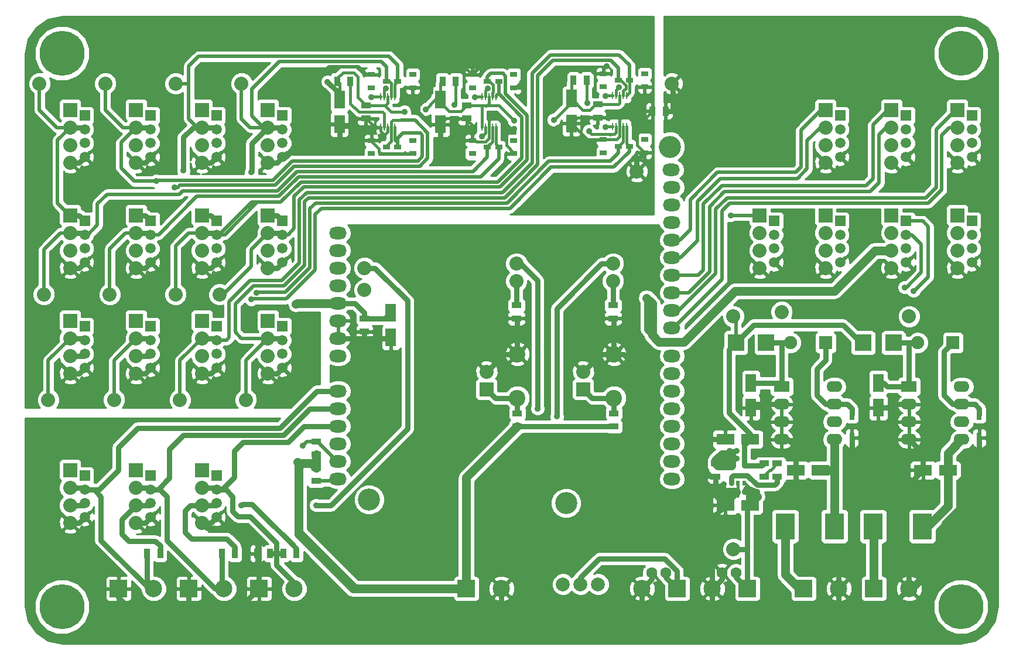
<source format=gtl>
G04 (created by PCBNEW (2013-07-07 BZR 4022)-stable) date 07/05/2015 17:00:17*
%MOIN*%
G04 Gerber Fmt 3.4, Leading zero omitted, Abs format*
%FSLAX34Y34*%
G01*
G70*
G90*
G04 APERTURE LIST*
%ADD10C,0.00590551*%
%ADD11C,0.0945*%
%ADD12R,0.0394X0.0315*%
%ADD13R,0.055X0.035*%
%ADD14R,0.035X0.055*%
%ADD15R,0.0984X0.0984*%
%ADD16C,0.0984*%
%ADD17R,0.0106X0.0394*%
%ADD18C,0.08*%
%ADD19R,0.063X0.1024*%
%ADD20C,0.0787402*%
%ADD21R,0.02X0.03*%
%ADD22R,0.0314X0.0629*%
%ADD23R,0.075X0.075*%
%ADD24C,0.075*%
%ADD25R,0.1024X0.063*%
%ADD26C,0.2559*%
%ADD27R,0.0944X0.0944*%
%ADD28R,0.09X0.062*%
%ADD29O,0.09X0.062*%
%ADD30R,0.08X0.08*%
%ADD31C,0.0629921*%
%ADD32R,0.11X0.15*%
%ADD33R,0.0590551X0.0590551*%
%ADD34C,0.0590551*%
%ADD35O,0.1X0.0709*%
%ADD36C,0.125984*%
%ADD37C,0.035*%
%ADD38C,0.05*%
%ADD39C,0.03*%
%ADD40C,0.02*%
%ADD41C,0.015*%
%ADD42C,0.01*%
G04 APERTURE END LIST*
G54D10*
G54D11*
X36100Y-11250D03*
X36100Y-8750D03*
X30600Y-8750D03*
X30600Y-11250D03*
G54D12*
X28900Y6782D03*
X28034Y6407D03*
X28034Y7157D03*
X29534Y6782D03*
X30400Y7157D03*
X30400Y6407D03*
X23150Y3032D03*
X22284Y2657D03*
X22284Y3407D03*
X23784Y3032D03*
X24650Y3407D03*
X24650Y2657D03*
X23784Y6782D03*
X24650Y7157D03*
X24650Y6407D03*
X23150Y6782D03*
X22284Y6407D03*
X22284Y7157D03*
X36350Y3082D03*
X35484Y2707D03*
X35484Y3457D03*
X36984Y3082D03*
X37850Y3457D03*
X37850Y2707D03*
X36984Y6832D03*
X37850Y7207D03*
X37850Y6457D03*
X36350Y6832D03*
X35484Y6457D03*
X35484Y7207D03*
X29534Y3032D03*
X30400Y3407D03*
X30400Y2657D03*
X28900Y3032D03*
X28034Y2657D03*
X28034Y3407D03*
G54D13*
X36050Y-5975D03*
X36050Y-6725D03*
G54D14*
X26342Y6782D03*
X27092Y6782D03*
G54D13*
X27717Y5407D03*
X27717Y4657D03*
X36100Y-12875D03*
X36100Y-12125D03*
X30600Y-12875D03*
X30600Y-12125D03*
X19150Y-15225D03*
X19150Y-15975D03*
X19150Y-14475D03*
X19150Y-13725D03*
X30550Y-5975D03*
X30550Y-6725D03*
G54D14*
X20342Y6782D03*
X21092Y6782D03*
G54D13*
X21900Y-6725D03*
X21900Y-7475D03*
G54D14*
X38292Y5082D03*
X39042Y5082D03*
G54D13*
X21967Y5407D03*
X21967Y4657D03*
G54D14*
X16525Y-20100D03*
X15775Y-20100D03*
G54D13*
X35167Y5457D03*
X35167Y4707D03*
G54D14*
X33792Y6832D03*
X34542Y6832D03*
X18025Y-20100D03*
X17275Y-20100D03*
X14525Y-20100D03*
X13775Y-20100D03*
X10275Y-20100D03*
X9525Y-20100D03*
G54D15*
X46900Y-22100D03*
G54D16*
X48900Y-22100D03*
G54D15*
X7900Y-22100D03*
G54D16*
X9900Y-22100D03*
G54D15*
X11900Y-22100D03*
G54D16*
X13900Y-22100D03*
G54D15*
X15900Y-22100D03*
G54D16*
X17900Y-22100D03*
G54D15*
X27700Y-22100D03*
G54D16*
X29700Y-22100D03*
G54D17*
X36017Y4207D03*
X36217Y4207D03*
X36417Y4207D03*
X36617Y4207D03*
X36817Y4207D03*
X36817Y5957D03*
X36617Y5957D03*
X36417Y5957D03*
X36217Y5957D03*
X36017Y5957D03*
X28567Y4157D03*
X28767Y4157D03*
X28967Y4157D03*
X29167Y4157D03*
X29367Y4157D03*
X29367Y5907D03*
X29167Y5907D03*
X28967Y5907D03*
X28767Y5907D03*
X28567Y5907D03*
X22817Y4157D03*
X23017Y4157D03*
X23217Y4157D03*
X23417Y4157D03*
X23617Y4157D03*
X23617Y5907D03*
X23417Y5907D03*
X23217Y5907D03*
X23017Y5907D03*
X22817Y5907D03*
G54D18*
X30550Y-3600D03*
X30550Y-4600D03*
X36050Y-3600D03*
X36050Y-4600D03*
G54D19*
X26217Y5741D03*
X26217Y4323D03*
X20467Y5741D03*
X20467Y4323D03*
X23400Y-6391D03*
X23400Y-7809D03*
X33667Y5791D03*
X33667Y4373D03*
G54D20*
X34200Y-21850D03*
X35200Y-21850D03*
X33200Y-21850D03*
G54D21*
X42775Y-16100D03*
X43525Y-16100D03*
X42775Y-15100D03*
X43150Y-16100D03*
X43525Y-15100D03*
G54D22*
X56900Y-12181D03*
X56900Y-13519D03*
G54D13*
X44650Y-14975D03*
X44650Y-15725D03*
G54D15*
X50900Y-22100D03*
G54D16*
X52900Y-22100D03*
G54D23*
X55400Y-8100D03*
G54D24*
X53400Y-8100D03*
G54D19*
X51150Y-10391D03*
X51150Y-11809D03*
G54D25*
X43859Y-17350D03*
X42441Y-17350D03*
G54D26*
X4679Y-23125D03*
X55860Y8370D03*
X55860Y-23125D03*
G54D27*
X43034Y-8100D03*
X44766Y-8100D03*
X50284Y-8100D03*
X52016Y-8100D03*
G54D28*
X52900Y-10600D03*
G54D29*
X52900Y-11600D03*
X52900Y-12600D03*
X52900Y-13600D03*
X55900Y-13600D03*
X55900Y-12600D03*
X55900Y-11600D03*
X55900Y-10600D03*
G54D28*
X45650Y-10600D03*
G54D29*
X45650Y-11600D03*
X45650Y-12600D03*
X45650Y-13600D03*
X48650Y-13600D03*
X48650Y-12600D03*
X48650Y-11600D03*
X48650Y-10600D03*
G54D23*
X48150Y-8100D03*
G54D24*
X46150Y-8100D03*
G54D25*
X43859Y-13600D03*
X42441Y-13600D03*
G54D13*
X45400Y-14975D03*
X45400Y-15725D03*
X41900Y-14975D03*
X41900Y-15725D03*
G54D25*
X47859Y-15350D03*
X46441Y-15350D03*
G54D19*
X43900Y-10391D03*
X43900Y-11809D03*
G54D25*
X55109Y-15350D03*
X53691Y-15350D03*
G54D22*
X49650Y-12181D03*
X49650Y-13519D03*
G54D26*
X4679Y8370D03*
G54D30*
X28850Y-10750D03*
G54D18*
X28850Y-9750D03*
G54D30*
X34350Y-10750D03*
G54D18*
X34350Y-9750D03*
G54D15*
X43700Y-22100D03*
G54D16*
X41700Y-22100D03*
G54D31*
X43050Y-21200D03*
X42250Y-21200D03*
G54D15*
X39700Y-22100D03*
G54D16*
X37700Y-22100D03*
G54D31*
X39050Y-21200D03*
X38250Y-21200D03*
G54D32*
X48650Y-18550D03*
X45840Y-18550D03*
X53650Y-18550D03*
X50840Y-18550D03*
G54D18*
X39400Y6650D03*
X13650Y-5350D03*
X11150Y-5350D03*
X7400Y-5350D03*
X3650Y-5350D03*
X15150Y-11350D03*
X11400Y-11350D03*
X7650Y-11350D03*
X3900Y-11350D03*
X37400Y1650D03*
X21900Y-3850D03*
X42900Y-19850D03*
X42900Y-6600D03*
X52900Y-6600D03*
X45650Y-6350D03*
X14900Y6650D03*
X11150Y6650D03*
X7150Y6650D03*
X3400Y6650D03*
X21900Y-5100D03*
G54D30*
X8900Y-6850D03*
G54D18*
X8900Y-7850D03*
X8900Y-8850D03*
X8900Y-9850D03*
G54D33*
X9731Y-7168D03*
G54D34*
X9731Y-7956D03*
X9731Y-8743D03*
X9731Y-9531D03*
G54D30*
X5150Y-6850D03*
G54D18*
X5150Y-7850D03*
X5150Y-8850D03*
X5150Y-9850D03*
G54D33*
X5981Y-7168D03*
G54D34*
X5981Y-7956D03*
X5981Y-8743D03*
X5981Y-9531D03*
G54D30*
X12650Y-6850D03*
G54D18*
X12650Y-7850D03*
X12650Y-8850D03*
X12650Y-9850D03*
G54D33*
X13481Y-7168D03*
G54D34*
X13481Y-7956D03*
X13481Y-8743D03*
X13481Y-9531D03*
G54D30*
X16400Y-6850D03*
G54D18*
X16400Y-7850D03*
X16400Y-8850D03*
X16400Y-9850D03*
G54D33*
X17231Y-7168D03*
G54D34*
X17231Y-7956D03*
X17231Y-8743D03*
X17231Y-9531D03*
G54D30*
X8900Y-850D03*
G54D18*
X8900Y-1850D03*
X8900Y-2850D03*
X8900Y-3850D03*
G54D33*
X9731Y-1168D03*
G54D34*
X9731Y-1956D03*
X9731Y-2743D03*
X9731Y-3531D03*
G54D30*
X5150Y-850D03*
G54D18*
X5150Y-1850D03*
X5150Y-2850D03*
X5150Y-3850D03*
G54D33*
X5981Y-1168D03*
G54D34*
X5981Y-1956D03*
X5981Y-2743D03*
X5981Y-3531D03*
G54D30*
X12650Y-850D03*
G54D18*
X12650Y-1850D03*
X12650Y-2850D03*
X12650Y-3850D03*
G54D33*
X13481Y-1168D03*
G54D34*
X13481Y-1956D03*
X13481Y-2743D03*
X13481Y-3531D03*
G54D30*
X16400Y-850D03*
G54D18*
X16400Y-1850D03*
X16400Y-2850D03*
X16400Y-3850D03*
G54D33*
X17231Y-1168D03*
G54D34*
X17231Y-1956D03*
X17231Y-2743D03*
X17231Y-3531D03*
G54D30*
X16400Y5150D03*
G54D18*
X16400Y4150D03*
X16400Y3150D03*
X16400Y2150D03*
G54D33*
X17231Y4831D03*
G54D34*
X17231Y4043D03*
X17231Y3256D03*
X17231Y2468D03*
G54D30*
X12650Y5150D03*
G54D18*
X12650Y4150D03*
X12650Y3150D03*
X12650Y2150D03*
G54D33*
X13481Y4831D03*
G54D34*
X13481Y4043D03*
X13481Y3256D03*
X13481Y2468D03*
G54D30*
X8900Y5150D03*
G54D18*
X8900Y4150D03*
X8900Y3150D03*
X8900Y2150D03*
G54D33*
X9731Y4831D03*
G54D34*
X9731Y4043D03*
X9731Y3256D03*
X9731Y2468D03*
G54D30*
X5150Y5150D03*
G54D18*
X5150Y4150D03*
X5150Y3150D03*
X5150Y2150D03*
G54D33*
X5981Y4831D03*
G54D34*
X5981Y4043D03*
X5981Y3256D03*
X5981Y2468D03*
G54D30*
X8900Y-15350D03*
G54D18*
X8900Y-16350D03*
X8900Y-17350D03*
X8900Y-18350D03*
G54D33*
X9731Y-15668D03*
G54D34*
X9731Y-16456D03*
X9731Y-17243D03*
X9731Y-18031D03*
G54D30*
X12650Y-15350D03*
G54D18*
X12650Y-16350D03*
X12650Y-17350D03*
X12650Y-18350D03*
G54D33*
X13481Y-15668D03*
G54D34*
X13481Y-16456D03*
X13481Y-17243D03*
X13481Y-18031D03*
G54D30*
X44400Y-850D03*
G54D18*
X44400Y-1850D03*
X44400Y-2850D03*
X44400Y-3850D03*
G54D33*
X45231Y-1168D03*
G54D34*
X45231Y-1956D03*
X45231Y-2743D03*
X45231Y-3531D03*
G54D30*
X48150Y-850D03*
G54D18*
X48150Y-1850D03*
X48150Y-2850D03*
X48150Y-3850D03*
G54D33*
X48981Y-1168D03*
G54D34*
X48981Y-1956D03*
X48981Y-2743D03*
X48981Y-3531D03*
G54D30*
X5150Y-15350D03*
G54D18*
X5150Y-16350D03*
X5150Y-17350D03*
X5150Y-18350D03*
G54D33*
X5981Y-15668D03*
G54D34*
X5981Y-16456D03*
X5981Y-17243D03*
X5981Y-18031D03*
G54D30*
X48150Y5150D03*
G54D18*
X48150Y4150D03*
X48150Y3150D03*
X48150Y2150D03*
G54D33*
X48981Y4831D03*
G54D34*
X48981Y4043D03*
X48981Y3256D03*
X48981Y2468D03*
G54D30*
X55650Y5150D03*
G54D18*
X55650Y4150D03*
X55650Y3150D03*
X55650Y2150D03*
G54D33*
X56481Y4831D03*
G54D34*
X56481Y4043D03*
X56481Y3256D03*
X56481Y2468D03*
G54D30*
X55650Y-850D03*
G54D18*
X55650Y-1850D03*
X55650Y-2850D03*
X55650Y-3850D03*
G54D33*
X56481Y-1168D03*
G54D34*
X56481Y-1956D03*
X56481Y-2743D03*
X56481Y-3531D03*
G54D30*
X51900Y-850D03*
G54D18*
X51900Y-1850D03*
X51900Y-2850D03*
X51900Y-3850D03*
G54D33*
X52731Y-1168D03*
G54D34*
X52731Y-1956D03*
X52731Y-2743D03*
X52731Y-3531D03*
G54D30*
X51900Y5150D03*
G54D18*
X51900Y4150D03*
X51900Y3150D03*
X51900Y2150D03*
G54D33*
X52731Y4831D03*
G54D34*
X52731Y4043D03*
X52731Y3256D03*
X52731Y2468D03*
G54D35*
X20400Y-15850D03*
X20400Y-14850D03*
X20400Y-13850D03*
X20400Y-10850D03*
X20400Y-11850D03*
X20400Y-12850D03*
X20400Y-8850D03*
X20400Y-7850D03*
X20400Y-6850D03*
X20400Y-4850D03*
X20400Y-3850D03*
X39400Y-15850D03*
X39400Y-14850D03*
X39400Y-13850D03*
X39400Y-12850D03*
X39400Y-11850D03*
X39400Y-10850D03*
X39400Y-9850D03*
X39400Y-8850D03*
X39400Y-7250D03*
X39400Y-6250D03*
X39400Y-5250D03*
X39400Y-4250D03*
X39400Y-3250D03*
X39400Y-2250D03*
X39400Y-1250D03*
X39400Y-250D03*
X20400Y-5850D03*
X20400Y-2850D03*
X20400Y-1850D03*
X39400Y750D03*
X39350Y1750D03*
G54D36*
X39281Y3047D03*
X22155Y-17031D03*
X33376Y-17227D03*
G54D37*
X37950Y-5550D03*
X19150Y-17350D03*
X14900Y-17350D03*
X18100Y-14900D03*
X18000Y-5900D03*
X19800Y6750D03*
X30417Y4532D03*
X24167Y5032D03*
X25367Y5182D03*
X32667Y4582D03*
X42750Y-850D03*
X28167Y5882D03*
X35617Y5932D03*
X22267Y5882D03*
X18400Y-13950D03*
X23117Y6382D03*
X35617Y4182D03*
X28917Y6382D03*
X36367Y6432D03*
X15750Y-5250D03*
X15450Y-5625D03*
X11100Y750D03*
X10050Y1100D03*
X11600Y1700D03*
X15450Y1600D03*
X53150Y-5150D03*
X39400Y-14850D03*
X52650Y-4950D03*
X43950Y-16900D03*
X43550Y-16600D03*
X44250Y-16600D03*
X43900Y-16450D03*
X26250Y2900D03*
X21500Y2900D03*
X30417Y4082D03*
X32917Y4132D03*
X37817Y4332D03*
X35667Y7632D03*
X37817Y5882D03*
X42350Y-16150D03*
X41750Y-16600D03*
X42200Y-16600D03*
X40500Y5300D03*
X32850Y-12300D03*
X31750Y-11850D03*
X43100Y-14700D03*
X42600Y-14700D03*
X42200Y-14500D03*
X42700Y-14250D03*
X43100Y-14250D03*
X27017Y5432D03*
X28567Y3632D03*
X34667Y3932D03*
X34567Y5532D03*
G54D38*
X37950Y-5550D02*
X38275Y-5875D01*
X38275Y-7675D02*
X38650Y-8050D01*
X38275Y-5875D02*
X38275Y-7675D01*
X38650Y-8050D02*
X40100Y-8050D01*
X40100Y-8050D02*
X43000Y-5150D01*
X43000Y-5150D02*
X48650Y-5150D01*
X48650Y-5150D02*
X50950Y-2850D01*
X50950Y-2850D02*
X51900Y-2850D01*
G54D39*
X21900Y-3850D02*
X22500Y-3850D01*
X20000Y-17350D02*
X19150Y-17350D01*
X24350Y-13000D02*
X20000Y-17350D01*
X24350Y-5700D02*
X24350Y-13000D01*
X22500Y-3850D02*
X24350Y-5700D01*
X37950Y-7350D02*
X37950Y-5550D01*
X38650Y-8050D02*
X37950Y-7350D01*
X17775Y-19575D02*
X16150Y-17950D01*
X14950Y-17300D02*
X14900Y-17350D01*
X15500Y-17300D02*
X14950Y-17300D01*
X16150Y-17950D02*
X15500Y-17300D01*
X18025Y-20100D02*
X18025Y-19825D01*
X18025Y-19825D02*
X17775Y-19575D01*
X14525Y-20100D02*
X14525Y-19725D01*
X12000Y-17350D02*
X12650Y-17350D01*
X11700Y-17650D02*
X12000Y-17350D01*
X11700Y-18900D02*
X11700Y-17650D01*
X12050Y-19250D02*
X11700Y-18900D01*
X14050Y-19250D02*
X12050Y-19250D01*
X14525Y-19725D02*
X14050Y-19250D01*
X10275Y-20100D02*
X10275Y-19675D01*
X8100Y-18150D02*
X8900Y-17350D01*
X8100Y-19000D02*
X8100Y-18150D01*
X8500Y-19400D02*
X8100Y-19000D01*
X10000Y-19400D02*
X8500Y-19400D01*
X10275Y-19675D02*
X10000Y-19400D01*
X12650Y-17350D02*
X13374Y-17350D01*
X13374Y-17350D02*
X13481Y-17243D01*
X8900Y-17350D02*
X9624Y-17350D01*
X9624Y-17350D02*
X9731Y-17243D01*
X5150Y-17350D02*
X5874Y-17350D01*
X5874Y-17350D02*
X5981Y-17243D01*
G54D38*
X27700Y-22100D02*
X27700Y-15775D01*
X27700Y-15775D02*
X30600Y-12875D01*
X18150Y-14950D02*
X18875Y-14950D01*
X18875Y-14950D02*
X19150Y-15225D01*
X19150Y-15225D02*
X19150Y-14475D01*
X18100Y-14900D02*
X18150Y-14950D01*
X18150Y-14950D02*
X18150Y-19000D01*
X21250Y-22100D02*
X27700Y-22100D01*
X18150Y-19000D02*
X21250Y-22100D01*
X18050Y-5850D02*
X20400Y-5850D01*
X18000Y-5900D02*
X18050Y-5850D01*
G54D39*
X36100Y-12875D02*
X30600Y-12875D01*
X18150Y-15300D02*
X18550Y-14900D01*
X18550Y-14900D02*
X18500Y-14900D01*
X18100Y-14900D02*
X18500Y-14900D01*
X18500Y-14900D02*
X19050Y-14900D01*
X19050Y-14900D02*
X19150Y-14800D01*
X18150Y-15850D02*
X18150Y-15300D01*
X18150Y-15300D02*
X18150Y-14950D01*
X27700Y-22100D02*
X21500Y-22100D01*
X18150Y-18750D02*
X18150Y-15850D01*
X21500Y-22100D02*
X18150Y-18750D01*
X21900Y-6725D02*
X21900Y-6400D01*
X21900Y-6400D02*
X21350Y-5850D01*
X21350Y-5850D02*
X20400Y-5850D01*
X21900Y-6725D02*
X23066Y-6725D01*
X23066Y-6725D02*
X23400Y-6391D01*
X20467Y6082D02*
X20467Y5741D01*
X19800Y6750D02*
X20467Y6082D01*
G54D40*
X19150Y-15225D02*
X19150Y-14800D01*
X19150Y-14800D02*
X19150Y-14475D01*
G54D41*
X30417Y4532D02*
X29542Y5407D01*
X29542Y5407D02*
X28842Y5407D01*
X28842Y5407D02*
X28817Y5382D01*
X28817Y5382D02*
X28817Y5407D01*
G54D39*
X8900Y-8850D02*
X9624Y-8850D01*
X9624Y-8850D02*
X9731Y-8743D01*
X5150Y-8850D02*
X5874Y-8850D01*
X5874Y-8850D02*
X5981Y-8743D01*
G54D41*
X26217Y5741D02*
X25926Y5741D01*
X23092Y5357D02*
X23092Y5407D01*
X23417Y5032D02*
X23092Y5357D01*
X24167Y5032D02*
X23417Y5032D01*
X25926Y5741D02*
X25367Y5182D01*
X33667Y5791D02*
X33667Y5582D01*
X33667Y5582D02*
X32667Y4582D01*
X35167Y5457D02*
X35042Y5457D01*
X34326Y5132D02*
X33667Y5791D01*
X34717Y5132D02*
X34326Y5132D01*
X35042Y5457D02*
X34717Y5132D01*
X26217Y5741D02*
X26217Y6657D01*
X26217Y6657D02*
X26342Y6782D01*
X26217Y5741D02*
X26217Y5582D01*
X26217Y5582D02*
X26717Y5082D01*
X27392Y5082D02*
X27717Y5407D01*
X26717Y5082D02*
X27392Y5082D01*
X33667Y5791D02*
X33667Y6707D01*
X33667Y6707D02*
X33792Y6832D01*
X35167Y5457D02*
X36342Y5457D01*
X36417Y5532D02*
X36417Y5957D01*
X36342Y5457D02*
X36417Y5532D01*
X28567Y4157D02*
X28567Y5407D01*
X27717Y5407D02*
X28567Y5407D01*
X28567Y5407D02*
X28817Y5407D01*
X28817Y5407D02*
X28892Y5407D01*
X28967Y5482D02*
X28967Y5907D01*
X28892Y5407D02*
X28967Y5482D01*
X20342Y6782D02*
X20342Y6957D01*
X21517Y5857D02*
X21967Y5407D01*
X21517Y7032D02*
X21517Y5857D01*
X21267Y7282D02*
X21517Y7032D01*
X20667Y7282D02*
X21267Y7282D01*
X20342Y6957D02*
X20667Y7282D01*
X20467Y5741D02*
X20467Y6657D01*
X20467Y6657D02*
X20342Y6782D01*
X21967Y5407D02*
X23092Y5407D01*
X23092Y5407D02*
X23217Y5532D01*
X23217Y5532D02*
X23217Y5907D01*
G54D40*
X3650Y-5350D02*
X3650Y-2800D01*
X4600Y-1850D02*
X5150Y-1850D01*
X3650Y-2800D02*
X4600Y-1850D01*
X11550Y550D02*
X16950Y550D01*
X6143Y-1956D02*
X6700Y-1400D01*
X6700Y-1400D02*
X6700Y-200D01*
X6700Y-200D02*
X7250Y350D01*
X7250Y350D02*
X11350Y350D01*
X11350Y350D02*
X11550Y550D01*
X5981Y-1956D02*
X6143Y-1956D01*
X28900Y2475D02*
X28900Y3032D01*
X28075Y1650D02*
X28900Y2475D01*
X18050Y1650D02*
X28075Y1650D01*
X16950Y550D02*
X18050Y1650D01*
G54D39*
X5150Y-1850D02*
X5874Y-1850D01*
X5874Y-1850D02*
X5981Y-1956D01*
G54D41*
X28900Y3032D02*
X28900Y3065D01*
X29167Y3332D02*
X29167Y4157D01*
X28900Y3065D02*
X29167Y3332D01*
G54D40*
X7400Y-5350D02*
X7400Y-2750D01*
X7400Y-2750D02*
X8300Y-1850D01*
X8300Y-1850D02*
X8900Y-1850D01*
X8300Y-1850D02*
X8900Y-1850D01*
X9731Y-1956D02*
X10168Y-1956D01*
X29534Y2359D02*
X29534Y3032D01*
X28525Y1350D02*
X29534Y2359D01*
X18150Y1350D02*
X28525Y1350D01*
X17025Y225D02*
X18150Y1350D01*
X12350Y225D02*
X17025Y225D01*
X10168Y-1956D02*
X12350Y225D01*
G54D39*
X8900Y-1850D02*
X9624Y-1850D01*
X9624Y-1850D02*
X9731Y-1956D01*
G54D41*
X29367Y4157D02*
X29367Y3199D01*
X29367Y3199D02*
X29534Y3032D01*
G54D40*
X11150Y-5350D02*
X11150Y-2600D01*
X11900Y-1850D02*
X12650Y-1850D01*
X11150Y-2600D02*
X11900Y-1850D01*
X13481Y-1956D02*
X13618Y-1956D01*
X29534Y6065D02*
X29534Y6782D01*
X30850Y4750D02*
X29534Y6065D01*
X30850Y2400D02*
X30850Y4750D01*
X29500Y1050D02*
X30850Y2400D01*
X18275Y1050D02*
X29500Y1050D01*
X17125Y-100D02*
X18275Y1050D01*
X15475Y-100D02*
X17125Y-100D01*
X13618Y-1956D02*
X15475Y-100D01*
X13481Y-1956D02*
X13943Y-1956D01*
X13943Y-1956D02*
X15800Y-100D01*
G54D39*
X12650Y-1850D02*
X13374Y-1850D01*
X13374Y-1850D02*
X13481Y-1956D01*
G54D41*
X29367Y5907D02*
X29367Y5982D01*
X29367Y5982D02*
X29534Y6149D01*
X29534Y6149D02*
X29534Y6782D01*
G54D40*
X13650Y-5350D02*
X13850Y-5350D01*
X15450Y-2800D02*
X16400Y-1850D01*
X15450Y-3750D02*
X15450Y-2800D01*
X13850Y-5350D02*
X15450Y-3750D01*
X29925Y6225D02*
X29925Y6075D01*
X17900Y225D02*
X17900Y-850D01*
X18450Y775D02*
X17900Y225D01*
X29625Y775D02*
X18450Y775D01*
X31150Y2300D02*
X29625Y775D01*
X31150Y4850D02*
X31150Y2300D01*
X29925Y6075D02*
X31150Y4850D01*
X17231Y-1956D02*
X17543Y-1956D01*
X17543Y-1956D02*
X17900Y-1600D01*
X17900Y-1600D02*
X17900Y-850D01*
X28900Y6782D02*
X28900Y7050D01*
X29925Y7075D02*
X29925Y6225D01*
X29925Y6225D02*
X29925Y6175D01*
X29775Y7225D02*
X29925Y7075D01*
X29075Y7225D02*
X29775Y7225D01*
X28900Y7050D02*
X29075Y7225D01*
G54D39*
X16400Y-1850D02*
X17124Y-1850D01*
X17124Y-1850D02*
X17231Y-1956D01*
G54D41*
X29167Y5907D02*
X29167Y6132D01*
X29017Y6782D02*
X28900Y6782D01*
X29217Y6582D02*
X29017Y6782D01*
X29217Y6182D02*
X29217Y6582D01*
X29167Y6132D02*
X29217Y6182D01*
G54D40*
X42750Y-850D02*
X44400Y-850D01*
X19150Y-15975D02*
X20275Y-15975D01*
X20275Y-15975D02*
X20400Y-15850D01*
G54D41*
X28567Y5907D02*
X28192Y5907D01*
X28192Y5907D02*
X28167Y5882D01*
X22817Y5907D02*
X22292Y5907D01*
X35642Y5957D02*
X36017Y5957D01*
X35617Y5932D02*
X35642Y5957D01*
X22292Y5907D02*
X22267Y5882D01*
G54D40*
X18625Y-13725D02*
X19150Y-13725D01*
X18400Y-13950D02*
X18625Y-13725D01*
X19150Y-13725D02*
X19225Y-13725D01*
X20350Y-14850D02*
X20400Y-14850D01*
X19225Y-13725D02*
X20350Y-14850D01*
G54D41*
X23017Y6282D02*
X23017Y5907D01*
X23117Y6382D02*
X23017Y6282D01*
X36017Y4207D02*
X35642Y4207D01*
X35642Y4207D02*
X35617Y4182D01*
X28767Y5907D02*
X28767Y6232D01*
X28767Y6232D02*
X28917Y6382D01*
X36217Y5957D02*
X36217Y6282D01*
X36217Y6282D02*
X36367Y6432D01*
X36617Y4207D02*
X36617Y3349D01*
X36617Y3349D02*
X36350Y3082D01*
G54D40*
X3900Y-11350D02*
X3900Y-9100D01*
X3900Y-9100D02*
X5150Y-7850D01*
X32400Y2225D02*
X35875Y2225D01*
X30025Y-150D02*
X32400Y2225D01*
X19125Y-150D02*
X30025Y-150D01*
X18800Y-475D02*
X19125Y-150D01*
X18800Y-3825D02*
X18800Y-475D01*
X17400Y-5225D02*
X18800Y-3825D01*
X15775Y-5225D02*
X17400Y-5225D01*
X15750Y-5250D02*
X15775Y-5225D01*
X36350Y3082D02*
X36350Y2700D01*
X36350Y2700D02*
X35875Y2225D01*
G54D39*
X5150Y-7850D02*
X5874Y-7850D01*
X5874Y-7850D02*
X5981Y-7956D01*
G54D41*
X36617Y3349D02*
X36350Y3082D01*
X36817Y4207D02*
X36817Y3249D01*
X36817Y3249D02*
X36984Y3082D01*
G54D40*
X7650Y-11350D02*
X7650Y-9100D01*
X7650Y-9100D02*
X8900Y-7850D01*
X32525Y1900D02*
X36100Y1900D01*
X36984Y2784D02*
X36100Y1900D01*
X36984Y3082D02*
X36984Y2784D01*
X15450Y-5625D02*
X15475Y-5600D01*
X15475Y-5600D02*
X17450Y-5600D01*
X17450Y-5600D02*
X19100Y-3950D01*
X19100Y-3950D02*
X19100Y-800D01*
X19100Y-800D02*
X19450Y-450D01*
X19450Y-450D02*
X30175Y-450D01*
X30175Y-450D02*
X32525Y1900D01*
G54D39*
X8900Y-7850D02*
X9624Y-7850D01*
X9624Y-7850D02*
X9731Y-7956D01*
G54D41*
X36817Y3249D02*
X36984Y3082D01*
G54D40*
X11400Y-11350D02*
X11400Y-9100D01*
X11400Y-9100D02*
X12650Y-7850D01*
X18200Y-1575D02*
X18200Y25D01*
X36984Y7690D02*
X36984Y6832D01*
X36400Y8275D02*
X36984Y7690D01*
X32500Y8275D02*
X36400Y8275D01*
X31450Y7225D02*
X32500Y8275D01*
X31450Y2150D02*
X31450Y7225D01*
X29750Y450D02*
X31450Y2150D01*
X18625Y450D02*
X29750Y450D01*
X18200Y25D02*
X18625Y450D01*
X13481Y-7956D02*
X14043Y-7956D01*
X18200Y-3550D02*
X18200Y-1575D01*
X17200Y-4550D02*
X18200Y-3550D01*
X15400Y-4550D02*
X17200Y-4550D01*
X14200Y-5750D02*
X15400Y-4550D01*
X14200Y-7800D02*
X14200Y-5750D01*
X14043Y-7956D02*
X14200Y-7800D01*
G54D39*
X12650Y-7850D02*
X13374Y-7850D01*
X13374Y-7850D02*
X13481Y-7956D01*
G54D41*
X36817Y5957D02*
X36817Y5982D01*
X36817Y5982D02*
X36984Y6149D01*
X36984Y6149D02*
X36984Y6832D01*
G54D40*
X15150Y-11350D02*
X15150Y-9100D01*
X15150Y-9100D02*
X16400Y-7850D01*
X16400Y-7850D02*
X14900Y-7850D01*
X32625Y7975D02*
X34375Y7975D01*
X31750Y7099D02*
X32625Y7975D01*
X31750Y2025D02*
X31750Y7099D01*
X29875Y150D02*
X31750Y2025D01*
X18725Y150D02*
X29875Y150D01*
X18500Y-75D02*
X18725Y150D01*
X18500Y-3700D02*
X18500Y-75D01*
X17325Y-4875D02*
X18500Y-3700D01*
X15575Y-4875D02*
X17325Y-4875D01*
X14550Y-5900D02*
X15575Y-4875D01*
X14550Y-7500D02*
X14550Y-5900D01*
X14900Y-7850D02*
X14550Y-7500D01*
X36350Y6832D02*
X36350Y7549D01*
X36350Y7549D02*
X35925Y7975D01*
X35925Y7975D02*
X34375Y7975D01*
G54D39*
X16400Y-7850D02*
X17124Y-7850D01*
X17124Y-7850D02*
X17231Y-7956D01*
G54D41*
X36617Y5957D02*
X36617Y6232D01*
X36467Y6832D02*
X36350Y6832D01*
X36767Y6532D02*
X36467Y6832D01*
X36767Y6382D02*
X36767Y6532D01*
X36617Y6232D02*
X36767Y6382D01*
G54D40*
X3400Y6650D02*
X3400Y5150D01*
X4400Y4150D02*
X5150Y4150D01*
X3400Y5150D02*
X4400Y4150D01*
X5150Y-850D02*
X5125Y-850D01*
X4425Y3425D02*
X5150Y4150D01*
X4425Y-150D02*
X4425Y3425D01*
X5125Y-850D02*
X4425Y-150D01*
X11100Y750D02*
X11275Y750D01*
X24775Y4575D02*
X23975Y4575D01*
X25500Y3850D02*
X24775Y4575D01*
X25500Y2400D02*
X25500Y3850D01*
X25050Y1950D02*
X25500Y2400D01*
X17900Y1950D02*
X25050Y1950D01*
X16825Y875D02*
X17900Y1950D01*
X11400Y875D02*
X16825Y875D01*
X11275Y750D02*
X11400Y875D01*
G54D41*
X23417Y4157D02*
X23417Y4467D01*
X23417Y4467D02*
X23525Y4575D01*
X23525Y4575D02*
X23975Y4575D01*
X23975Y4575D02*
X24025Y4575D01*
G54D39*
X5150Y-850D02*
X5662Y-850D01*
X5662Y-850D02*
X5981Y-1168D01*
X5150Y4150D02*
X5874Y4150D01*
X5874Y4150D02*
X5981Y4043D01*
G54D41*
X23150Y3032D02*
X23150Y3115D01*
X23417Y3382D02*
X23417Y4157D01*
X23150Y3115D02*
X23417Y3382D01*
G54D40*
X7150Y6650D02*
X7150Y5150D01*
X8150Y4150D02*
X8900Y4150D01*
X7150Y5150D02*
X8150Y4150D01*
X12225Y1150D02*
X16700Y1150D01*
X23784Y3534D02*
X23784Y3032D01*
X24075Y3825D02*
X23784Y3534D01*
X25075Y3825D02*
X24075Y3825D01*
X25200Y3700D02*
X25075Y3825D01*
X25200Y2500D02*
X25200Y3700D01*
X24950Y2250D02*
X25200Y2500D01*
X17800Y2250D02*
X24950Y2250D01*
X16700Y1150D02*
X17800Y2250D01*
X10050Y1100D02*
X8800Y1100D01*
X8800Y1100D02*
X8050Y1850D01*
X8050Y1850D02*
X8050Y3300D01*
X8050Y3300D02*
X8900Y4150D01*
X8800Y1100D02*
X8050Y1850D01*
X10100Y1150D02*
X12225Y1150D01*
X12225Y1150D02*
X12450Y1150D01*
X10050Y1100D02*
X10100Y1150D01*
G54D39*
X8900Y-850D02*
X9412Y-850D01*
X9412Y-850D02*
X9731Y-1168D01*
X8900Y4150D02*
X9624Y4150D01*
X9624Y4150D02*
X9731Y4043D01*
G54D41*
X23784Y3032D02*
X23784Y3265D01*
X23784Y3265D02*
X23617Y3432D01*
X23617Y3432D02*
X23617Y4157D01*
G54D40*
X11150Y6650D02*
X11900Y6650D01*
X16650Y8200D02*
X12450Y8200D01*
X12400Y4150D02*
X12650Y4150D01*
X11900Y4650D02*
X12400Y4150D01*
X11900Y7650D02*
X11900Y6650D01*
X11900Y6650D02*
X11900Y4650D01*
X12450Y8200D02*
X11900Y7650D01*
X23784Y6782D02*
X23784Y7715D01*
X23300Y8200D02*
X16650Y8200D01*
X23784Y7715D02*
X23300Y8200D01*
G54D39*
X11600Y1700D02*
X11600Y3600D01*
X11600Y3600D02*
X12150Y4150D01*
X12150Y4150D02*
X12650Y4150D01*
X12150Y4150D02*
X12650Y4150D01*
X11600Y3600D02*
X12150Y4150D01*
X12650Y-850D02*
X13162Y-850D01*
X13162Y-850D02*
X13481Y-1168D01*
X12650Y4150D02*
X13374Y4150D01*
X13374Y4150D02*
X13481Y4043D01*
G54D41*
X23617Y5907D02*
X23617Y6615D01*
X23617Y6615D02*
X23784Y6782D01*
G54D40*
X16400Y4150D02*
X16150Y4150D01*
X16150Y4150D02*
X15500Y4800D01*
X14900Y6650D02*
X14900Y4650D01*
X15400Y4150D02*
X16400Y4150D01*
X14900Y4650D02*
X15400Y4150D01*
X15500Y4800D02*
X15500Y6350D01*
X15500Y6350D02*
X17050Y7900D01*
X17050Y7900D02*
X22850Y7900D01*
X22850Y7900D02*
X23150Y7599D01*
X23150Y7599D02*
X23150Y6782D01*
G54D39*
X15500Y3250D02*
X16400Y4150D01*
X15500Y1650D02*
X15500Y3250D01*
X15450Y1600D02*
X15500Y1650D01*
X16400Y-850D02*
X16912Y-850D01*
X16912Y-850D02*
X17231Y-1168D01*
X16400Y4150D02*
X17124Y4150D01*
X17124Y4150D02*
X17231Y4043D01*
G54D41*
X23150Y6782D02*
X23317Y6782D01*
X23417Y6682D02*
X23417Y5907D01*
X23317Y6782D02*
X23417Y6682D01*
G54D39*
X5981Y-16456D02*
X6793Y-16456D01*
X19200Y-10850D02*
X20400Y-10850D01*
X17100Y-12950D02*
X19200Y-10850D01*
X9000Y-12950D02*
X17100Y-12950D01*
X7900Y-14050D02*
X9000Y-12950D01*
X7900Y-15350D02*
X7900Y-14050D01*
X6793Y-16456D02*
X7900Y-15350D01*
X9525Y-20100D02*
X9525Y-21725D01*
X9525Y-21725D02*
X9900Y-22100D01*
X9900Y-22100D02*
X9650Y-22100D01*
X6506Y-16456D02*
X5981Y-16456D01*
X6900Y-16850D02*
X6506Y-16456D01*
X6900Y-19350D02*
X6900Y-16850D01*
X9650Y-22100D02*
X6900Y-19350D01*
X5150Y-16350D02*
X5874Y-16350D01*
X5874Y-16350D02*
X5981Y-16456D01*
X9731Y-16456D02*
X10143Y-16456D01*
X18800Y-11850D02*
X20400Y-11850D01*
X17300Y-13350D02*
X18800Y-11850D01*
X11600Y-13350D02*
X17300Y-13350D01*
X10800Y-14150D02*
X11600Y-13350D01*
X10800Y-15800D02*
X10800Y-14150D01*
X10143Y-16456D02*
X10800Y-15800D01*
X13775Y-20100D02*
X13775Y-21975D01*
X13775Y-21975D02*
X13900Y-22100D01*
X13900Y-22100D02*
X13400Y-22100D01*
X10256Y-16456D02*
X9731Y-16456D01*
X10650Y-16850D02*
X10256Y-16456D01*
X10650Y-19350D02*
X10650Y-16850D01*
X13400Y-22100D02*
X10650Y-19350D01*
X8900Y-16350D02*
X9624Y-16350D01*
X9624Y-16350D02*
X9731Y-16456D01*
X13481Y-16456D02*
X13793Y-16456D01*
X18450Y-12850D02*
X20400Y-12850D01*
X17550Y-13750D02*
X18450Y-12850D01*
X15000Y-13750D02*
X17550Y-13750D01*
X14500Y-14250D02*
X15000Y-13750D01*
X14500Y-15750D02*
X14500Y-14250D01*
X13793Y-16456D02*
X14500Y-15750D01*
X16900Y-20100D02*
X16900Y-19500D01*
X14700Y-18000D02*
X14400Y-17700D01*
X15400Y-18000D02*
X14700Y-18000D01*
X16900Y-19500D02*
X15400Y-18000D01*
X17900Y-22100D02*
X17900Y-21750D01*
X16900Y-20750D02*
X16900Y-20100D01*
X17900Y-21750D02*
X16900Y-20750D01*
X17275Y-20100D02*
X16900Y-20100D01*
X16900Y-20100D02*
X16525Y-20100D01*
X14006Y-16456D02*
X13481Y-16456D01*
X14400Y-17700D02*
X14400Y-16850D01*
X14400Y-16850D02*
X14006Y-16456D01*
X12650Y-16350D02*
X13374Y-16350D01*
X13374Y-16350D02*
X13481Y-16456D01*
G54D40*
X39400Y-7250D02*
X39500Y-7250D01*
X42250Y-4500D02*
X42250Y-3700D01*
X39500Y-7250D02*
X42250Y-4500D01*
X55650Y4150D02*
X55200Y4150D01*
X55200Y4150D02*
X54750Y3700D01*
X54750Y3700D02*
X54750Y600D01*
X54750Y600D02*
X54000Y-150D01*
X54000Y-150D02*
X42700Y-150D01*
X42700Y-150D02*
X42250Y-600D01*
X42250Y-600D02*
X42250Y-3700D01*
X39400Y-6250D02*
X39800Y-6250D01*
X39800Y-6250D02*
X41900Y-4150D01*
X55650Y5150D02*
X55550Y5150D01*
X55550Y5150D02*
X54450Y4050D01*
X54450Y4050D02*
X54450Y750D01*
X54450Y750D02*
X53850Y150D01*
X53850Y150D02*
X42550Y150D01*
X42550Y150D02*
X41900Y-500D01*
X41900Y-500D02*
X41900Y-4150D01*
X39400Y-5250D02*
X40350Y-5250D01*
X41550Y-4050D02*
X41550Y-4000D01*
X40350Y-5250D02*
X41550Y-4050D01*
X51900Y4150D02*
X51600Y4150D01*
X51600Y4150D02*
X51200Y3750D01*
X51200Y3750D02*
X51200Y1000D01*
X51200Y1000D02*
X50700Y500D01*
X50700Y500D02*
X42400Y500D01*
X42400Y500D02*
X41550Y-350D01*
X41550Y-350D02*
X41550Y-4000D01*
X51900Y5150D02*
X51700Y5150D01*
X40900Y-4250D02*
X39400Y-4250D01*
X41200Y-3950D02*
X40900Y-4250D01*
X41200Y-200D02*
X41200Y-3950D01*
X42250Y850D02*
X41200Y-200D01*
X50450Y850D02*
X42250Y850D01*
X50850Y1250D02*
X50450Y850D01*
X50850Y4300D02*
X50850Y1250D01*
X51700Y5150D02*
X50850Y4300D01*
X48150Y4150D02*
X47850Y4150D01*
X39900Y-3250D02*
X39400Y-3250D01*
X40850Y-2300D02*
X39900Y-3250D01*
X40850Y-50D02*
X40850Y-2300D01*
X42150Y1250D02*
X40850Y-50D01*
X46550Y1250D02*
X42150Y1250D01*
X47100Y1800D02*
X46550Y1250D01*
X47100Y3400D02*
X47100Y1800D01*
X47850Y4150D02*
X47100Y3400D01*
X48150Y5150D02*
X47900Y5150D01*
X39850Y-2250D02*
X39400Y-2250D01*
X40450Y-1650D02*
X39850Y-2250D01*
X40450Y50D02*
X40450Y-1650D01*
X42000Y1600D02*
X40450Y50D01*
X46450Y1600D02*
X42000Y1600D01*
X46750Y1900D02*
X46450Y1600D01*
X46750Y4000D02*
X46750Y1900D01*
X47900Y5150D02*
X46750Y4000D01*
X53150Y-5150D02*
X53200Y-5150D01*
X53668Y-1168D02*
X52731Y-1168D01*
X54000Y-1500D02*
X53668Y-1168D01*
X54000Y-4350D02*
X54000Y-1500D01*
X53200Y-5150D02*
X54000Y-4350D01*
X52650Y-4950D02*
X52750Y-4950D01*
X53056Y-1956D02*
X52731Y-1956D01*
X53600Y-2500D02*
X53056Y-1956D01*
X53600Y-4100D02*
X53600Y-2500D01*
X52750Y-4950D02*
X53600Y-4100D01*
G54D41*
X43950Y-16900D02*
X43859Y-16991D01*
X43859Y-16991D02*
X43859Y-17350D01*
X43550Y-16600D02*
X44250Y-16600D01*
G54D38*
X43859Y-16609D02*
X44009Y-16609D01*
X44009Y-16609D02*
X44250Y-16850D01*
X43859Y-17350D02*
X43859Y-16609D01*
X43859Y-16609D02*
X43700Y-16450D01*
G54D41*
X43525Y-16100D02*
X43550Y-16100D01*
X43550Y-16100D02*
X43900Y-16450D01*
G54D39*
X42900Y-19850D02*
X43700Y-19850D01*
X43050Y-21200D02*
X43050Y-21450D01*
X43050Y-21450D02*
X43700Y-22100D01*
X43700Y-22100D02*
X43700Y-19850D01*
X43700Y-19850D02*
X43700Y-17509D01*
X43700Y-17509D02*
X43859Y-17350D01*
G54D38*
X55109Y-15350D02*
X55109Y-14391D01*
X55109Y-14391D02*
X55900Y-13600D01*
X53650Y-18550D02*
X53950Y-18550D01*
X53950Y-18550D02*
X55109Y-17391D01*
X55109Y-17391D02*
X55109Y-15350D01*
G54D39*
X55109Y-14391D02*
X55900Y-13600D01*
X55109Y-17391D02*
X55109Y-15350D01*
X53950Y-18550D02*
X55109Y-17391D01*
G54D38*
X47859Y-15350D02*
X48650Y-15350D01*
X48650Y-18550D02*
X48650Y-15350D01*
X48650Y-15350D02*
X48650Y-13600D01*
G54D41*
X36417Y4207D02*
X36417Y3632D01*
X36417Y3632D02*
X36242Y3457D01*
X36242Y3457D02*
X35484Y3457D01*
G54D39*
X37400Y1650D02*
X37400Y2256D01*
X37400Y2256D02*
X37850Y2707D01*
G54D40*
X22284Y7157D02*
X21992Y7157D01*
X19676Y4323D02*
X20467Y4323D01*
X19300Y4700D02*
X19676Y4323D01*
X19300Y7000D02*
X19300Y4700D01*
X19900Y7600D02*
X19300Y7000D01*
X21550Y7600D02*
X19900Y7600D01*
X21992Y7157D02*
X21550Y7600D01*
G54D39*
X19650Y2925D02*
X21475Y2925D01*
X26217Y2932D02*
X26217Y4323D01*
X26250Y2900D02*
X26217Y2932D01*
X21475Y2925D02*
X21500Y2900D01*
G54D40*
X24650Y6407D02*
X24942Y6407D01*
X24950Y6400D02*
X24950Y6407D01*
X24942Y6407D02*
X24950Y6400D01*
X24950Y6407D02*
X25717Y6407D01*
G54D39*
X17231Y2468D02*
X17418Y2468D01*
X20467Y3267D02*
X20467Y4323D01*
X20125Y2925D02*
X20467Y3267D01*
X17875Y2925D02*
X19650Y2925D01*
X19650Y2925D02*
X20125Y2925D01*
X17418Y2468D02*
X17875Y2925D01*
G54D41*
X30367Y4032D02*
X30417Y4082D01*
X30367Y4032D02*
X29967Y4032D01*
G54D40*
X30400Y6407D02*
X30557Y6407D01*
X28502Y7625D02*
X28034Y7157D01*
X30725Y7625D02*
X28502Y7625D01*
X30875Y7475D02*
X30725Y7625D01*
X30875Y6725D02*
X30875Y7475D01*
X30557Y6407D02*
X30875Y6725D01*
G54D39*
X16400Y-9850D02*
X16912Y-9850D01*
X16912Y-9850D02*
X17231Y-9531D01*
X12650Y-9850D02*
X13162Y-9850D01*
X13162Y-9850D02*
X13481Y-9531D01*
X8900Y-9850D02*
X9412Y-9850D01*
X9412Y-9850D02*
X9731Y-9531D01*
X5150Y-9850D02*
X5662Y-9850D01*
X5662Y-9850D02*
X5981Y-9531D01*
X12650Y-3850D02*
X13162Y-3850D01*
X13162Y-3850D02*
X13481Y-3531D01*
X16400Y-3850D02*
X16912Y-3850D01*
X16912Y-3850D02*
X17231Y-3531D01*
X8900Y-3850D02*
X9412Y-3850D01*
X9412Y-3850D02*
X9731Y-3531D01*
X5150Y-3850D02*
X5662Y-3850D01*
X5662Y-3850D02*
X5981Y-3531D01*
X16400Y2150D02*
X16912Y2150D01*
X16912Y2150D02*
X17231Y2468D01*
X12650Y2150D02*
X13162Y2150D01*
X13162Y2150D02*
X13481Y2468D01*
X8900Y2150D02*
X9412Y2150D01*
X9412Y2150D02*
X9731Y2468D01*
X5150Y2150D02*
X5662Y2150D01*
X5662Y2150D02*
X5981Y2468D01*
G54D41*
X26217Y4323D02*
X25676Y4323D01*
X24967Y5382D02*
X25717Y6132D01*
X24967Y5032D02*
X24967Y5382D01*
X25676Y4323D02*
X24967Y5032D01*
X25717Y6132D02*
X25717Y6407D01*
X27759Y7432D02*
X28034Y7157D01*
X27117Y7432D02*
X27759Y7432D01*
X25717Y6407D02*
X25717Y7132D01*
X25717Y7132D02*
X26017Y7432D01*
X26017Y7432D02*
X27117Y7432D01*
X33158Y4373D02*
X33667Y4373D01*
X32917Y4132D02*
X33158Y4373D01*
X37817Y4332D02*
X37817Y4607D01*
X37817Y4607D02*
X37917Y4707D01*
X37817Y4332D02*
X37817Y4707D01*
X35484Y7207D02*
X35484Y7449D01*
X35484Y7449D02*
X35667Y7632D01*
X37817Y5882D02*
X37850Y5915D01*
X37850Y5915D02*
X37850Y6457D01*
X35484Y3457D02*
X34583Y3457D01*
X34583Y3457D02*
X33667Y4373D01*
X30400Y2657D02*
X30400Y2699D01*
X30400Y2699D02*
X29967Y3132D01*
X29967Y3132D02*
X29967Y4032D01*
X28967Y4532D02*
X28967Y4157D01*
X29967Y4032D02*
X29967Y4432D01*
X29967Y4432D02*
X29717Y4682D01*
X29717Y4682D02*
X29117Y4682D01*
X29117Y4682D02*
X28967Y4532D01*
X37850Y2707D02*
X37842Y2707D01*
X37417Y3132D02*
X37417Y4707D01*
X37842Y2707D02*
X37417Y3132D01*
X28034Y3407D02*
X28192Y3407D01*
X28767Y3332D02*
X28967Y3532D01*
X28267Y3332D02*
X28767Y3332D01*
X28192Y3407D02*
X28267Y3332D01*
X36267Y4707D02*
X37417Y4707D01*
X37417Y4707D02*
X37817Y4707D01*
X37817Y4707D02*
X37917Y4707D01*
X37917Y4707D02*
X38292Y5082D01*
X35167Y4707D02*
X36267Y4707D01*
X36267Y4707D02*
X36342Y4707D01*
X36417Y4632D02*
X36417Y4207D01*
X36342Y4707D02*
X36417Y4632D01*
X35484Y3457D02*
X36242Y3457D01*
X36242Y3457D02*
X36417Y3632D01*
X35167Y4707D02*
X34001Y4707D01*
X34001Y4707D02*
X33667Y4373D01*
X28967Y3532D02*
X28967Y4157D01*
X27717Y4657D02*
X27717Y4582D01*
X28034Y4265D02*
X28034Y3407D01*
X27717Y4582D02*
X28034Y4265D01*
X27717Y4657D02*
X26551Y4657D01*
X26551Y4657D02*
X26217Y4323D01*
X22284Y3407D02*
X22284Y3365D01*
X22842Y2657D02*
X24650Y2657D01*
X22717Y2782D02*
X22842Y2657D01*
X22717Y2932D02*
X22717Y2782D01*
X22284Y3365D02*
X22717Y2932D01*
X22817Y4157D02*
X22817Y3932D01*
X23217Y3912D02*
X23217Y4157D01*
X23087Y3782D02*
X23217Y3912D01*
X22967Y3782D02*
X23087Y3782D01*
X22817Y3932D02*
X22967Y3782D01*
X22284Y3407D02*
X22284Y4157D01*
X22567Y4157D02*
X22284Y4157D01*
X22284Y4157D02*
X20633Y4157D01*
X20633Y4157D02*
X20467Y4323D01*
X22817Y4157D02*
X22567Y4157D01*
X22567Y4157D02*
X22467Y4157D01*
X22467Y4157D02*
X21967Y4657D01*
G54D38*
X42200Y-16600D02*
X43050Y-16600D01*
X41900Y-16700D02*
X42400Y-16700D01*
X42400Y-16700D02*
X42441Y-16741D01*
X42441Y-17350D02*
X42441Y-17159D01*
X42441Y-17159D02*
X42850Y-16750D01*
X42441Y-17350D02*
X42441Y-16741D01*
X42441Y-16741D02*
X42100Y-16400D01*
G54D41*
X43150Y-16100D02*
X43150Y-16500D01*
X42200Y-16150D02*
X42350Y-16150D01*
X41750Y-16600D02*
X42200Y-16150D01*
X43150Y-16500D02*
X43050Y-16600D01*
X42441Y-17350D02*
X43150Y-16641D01*
X43150Y-16641D02*
X43150Y-16100D01*
G54D39*
X36100Y-8750D02*
X36650Y-8750D01*
X40500Y-17000D02*
X41700Y-18200D01*
X38900Y-17000D02*
X40500Y-17000D01*
X38500Y-16600D02*
X38900Y-17000D01*
X38500Y-10600D02*
X38500Y-16600D01*
X36650Y-8750D02*
X38500Y-10600D01*
X46441Y-15350D02*
X46441Y-14041D01*
X46000Y-13600D02*
X45650Y-13600D01*
X46441Y-14041D02*
X46000Y-13600D01*
X36100Y-8750D02*
X36100Y-6775D01*
X36100Y-6775D02*
X36050Y-6725D01*
X30600Y-8750D02*
X30600Y-6775D01*
X30600Y-6775D02*
X30550Y-6725D01*
X30600Y-8750D02*
X29850Y-8750D01*
X29850Y-8750D02*
X28850Y-9750D01*
X36100Y-8750D02*
X35350Y-8750D01*
X35350Y-8750D02*
X34350Y-9750D01*
X41700Y-22100D02*
X41700Y-23100D01*
X41700Y-23100D02*
X41650Y-23100D01*
X48900Y-22100D02*
X48900Y-23100D01*
X36650Y-23100D02*
X41650Y-23100D01*
X41650Y-23100D02*
X48900Y-23100D01*
X48900Y-23100D02*
X51900Y-23100D01*
X51900Y-23100D02*
X52900Y-22100D01*
G54D40*
X40650Y-23100D02*
X51900Y-23100D01*
X51900Y-23100D02*
X52900Y-22100D01*
X37700Y-23100D02*
X40650Y-23100D01*
G54D39*
X40500Y5300D02*
X39450Y5300D01*
X39450Y5082D02*
X39450Y5300D01*
X39042Y5082D02*
X39450Y5082D01*
X39450Y5300D02*
X39450Y6600D01*
X39450Y6600D02*
X39400Y6650D01*
X29700Y-22100D02*
X29700Y-23100D01*
X37700Y-22100D02*
X37700Y-23100D01*
X14400Y-23100D02*
X29700Y-23100D01*
X29700Y-23100D02*
X36650Y-23100D01*
X36650Y-23100D02*
X37700Y-23100D01*
X21900Y-7475D02*
X21900Y-7850D01*
X20400Y-7850D02*
X21900Y-7850D01*
X21900Y-7850D02*
X23359Y-7850D01*
X23359Y-7850D02*
X23400Y-7809D01*
X38250Y-21200D02*
X38250Y-21550D01*
X38250Y-21550D02*
X37700Y-22100D01*
X42250Y-21200D02*
X42250Y-21550D01*
X42250Y-21550D02*
X41700Y-22100D01*
X41700Y-22100D02*
X41700Y-18200D01*
X41700Y-18200D02*
X41700Y-18091D01*
X41700Y-18091D02*
X42441Y-17350D01*
X41900Y-15725D02*
X41625Y-15725D01*
X41700Y-13600D02*
X42441Y-13600D01*
X41300Y-14000D02*
X41700Y-13600D01*
X41300Y-15400D02*
X41300Y-14000D01*
X41625Y-15725D02*
X41300Y-15400D01*
X41900Y-15725D02*
X41900Y-16700D01*
X41900Y-16700D02*
X41900Y-16809D01*
X41900Y-16809D02*
X42441Y-17350D01*
X45650Y-11600D02*
X44109Y-11600D01*
X44109Y-11600D02*
X43900Y-11809D01*
X48900Y-22100D02*
X48900Y-21350D01*
X46441Y-15891D02*
X46441Y-15350D01*
X46900Y-16350D02*
X46441Y-15891D01*
X46900Y-19350D02*
X46900Y-16350D01*
X48900Y-21350D02*
X46900Y-19350D01*
X48900Y-22100D02*
X48900Y-20600D01*
X49650Y-19850D02*
X49650Y-13519D01*
X48900Y-20600D02*
X49650Y-19850D01*
X52900Y-22100D02*
X52900Y-20850D01*
X52900Y-20850D02*
X52400Y-20350D01*
X52400Y-20350D02*
X52400Y-16641D01*
X52400Y-16641D02*
X53691Y-15350D01*
X52900Y-22100D02*
X53150Y-22100D01*
X53150Y-22100D02*
X54900Y-20350D01*
X54900Y-20350D02*
X54900Y-18350D01*
X54900Y-18350D02*
X56900Y-16350D01*
X56900Y-16350D02*
X56900Y-13519D01*
X51150Y-11809D02*
X51691Y-11809D01*
X51900Y-11600D02*
X52900Y-11600D01*
X51691Y-11809D02*
X51900Y-11600D01*
X53691Y-15350D02*
X53691Y-14391D01*
X53691Y-14391D02*
X52900Y-13600D01*
X15900Y-22100D02*
X15900Y-19650D01*
X12950Y-18650D02*
X12650Y-18350D01*
X14900Y-18650D02*
X12950Y-18650D01*
X15900Y-19650D02*
X14900Y-18650D01*
X15900Y-22100D02*
X15900Y-20225D01*
X15900Y-20225D02*
X15775Y-20100D01*
X11900Y-22100D02*
X11900Y-23100D01*
X7900Y-22100D02*
X7900Y-22600D01*
X14900Y-23100D02*
X15900Y-22100D01*
X8400Y-23100D02*
X11900Y-23100D01*
X11900Y-23100D02*
X14400Y-23100D01*
X14400Y-23100D02*
X14900Y-23100D01*
X7900Y-22600D02*
X8400Y-23100D01*
X12650Y-18350D02*
X13162Y-18350D01*
X13162Y-18350D02*
X13481Y-18031D01*
X8900Y-18350D02*
X9412Y-18350D01*
X9412Y-18350D02*
X9731Y-18031D01*
X5150Y-18350D02*
X5662Y-18350D01*
X5662Y-18350D02*
X5981Y-18031D01*
G54D38*
X50900Y-22100D02*
X50900Y-18610D01*
X50900Y-18610D02*
X50840Y-18550D01*
G54D39*
X36050Y-5975D02*
X36050Y-4600D01*
X30550Y-5975D02*
X30550Y-4600D01*
X35400Y-3600D02*
X36050Y-3600D01*
X32850Y-6150D02*
X35400Y-3600D01*
X32850Y-12300D02*
X32850Y-6150D01*
X30550Y-3600D02*
X30800Y-3600D01*
X31750Y-4550D02*
X31750Y-11850D01*
X30800Y-3600D02*
X31750Y-4550D01*
X30600Y-11250D02*
X29350Y-11250D01*
X29350Y-11250D02*
X28850Y-10750D01*
X30600Y-12125D02*
X30600Y-11250D01*
X36100Y-11250D02*
X34850Y-11250D01*
X34850Y-11250D02*
X34350Y-10750D01*
X36100Y-12125D02*
X36100Y-11250D01*
X42775Y-16100D02*
X42775Y-15775D01*
X45400Y-16050D02*
X45400Y-15725D01*
X45250Y-16200D02*
X45400Y-16050D01*
X44250Y-16200D02*
X45250Y-16200D01*
X43700Y-15650D02*
X44250Y-16200D01*
X42900Y-15650D02*
X43700Y-15650D01*
X42775Y-15775D02*
X42900Y-15650D01*
G54D41*
X44650Y-15725D02*
X44650Y-15650D01*
X45025Y-15350D02*
X45400Y-14975D01*
X44950Y-15350D02*
X45025Y-15350D01*
X44650Y-15650D02*
X44950Y-15350D01*
G54D38*
X42300Y-15100D02*
X42300Y-15000D01*
X42300Y-15000D02*
X42600Y-14700D01*
X42775Y-15100D02*
X42300Y-15100D01*
X42300Y-15100D02*
X42025Y-15100D01*
X42025Y-15100D02*
X41900Y-14975D01*
X41900Y-14975D02*
X41900Y-14800D01*
X42250Y-14450D02*
X42775Y-14450D01*
X41900Y-14800D02*
X42250Y-14450D01*
X42025Y-15100D02*
X41900Y-14975D01*
X42775Y-15100D02*
X42775Y-14450D01*
X42775Y-14450D02*
X42775Y-14425D01*
X42775Y-14425D02*
X42800Y-14400D01*
G54D40*
X42775Y-15100D02*
X42775Y-15025D01*
X42775Y-15025D02*
X43100Y-14700D01*
X42600Y-14700D02*
X42400Y-14500D01*
X42400Y-14500D02*
X42200Y-14500D01*
X42700Y-14250D02*
X43100Y-14250D01*
G54D39*
X42025Y-15100D02*
X41900Y-14975D01*
G54D38*
X46900Y-22100D02*
X46650Y-22100D01*
X45840Y-21290D02*
X45840Y-18550D01*
X46650Y-22100D02*
X45840Y-21290D01*
G54D39*
X48650Y-11600D02*
X49400Y-11600D01*
X49650Y-11850D02*
X49650Y-12181D01*
X49400Y-11600D02*
X49650Y-11850D01*
X48150Y-8100D02*
X48150Y-9100D01*
X48150Y-11600D02*
X48650Y-11600D01*
X47650Y-11100D02*
X48150Y-11600D01*
X47650Y-9600D02*
X47650Y-11100D01*
X48150Y-9100D02*
X47650Y-9600D01*
X45650Y-10600D02*
X45650Y-8100D01*
X44766Y-8100D02*
X45650Y-8100D01*
X45650Y-8100D02*
X46150Y-8100D01*
X43900Y-10391D02*
X45441Y-10391D01*
X45441Y-10391D02*
X45650Y-10600D01*
G54D40*
X43034Y-8100D02*
X43034Y-6734D01*
X43034Y-6734D02*
X42900Y-6600D01*
G54D39*
X43525Y-15100D02*
X43525Y-13934D01*
X43525Y-13934D02*
X43859Y-13600D01*
X43525Y-15100D02*
X44525Y-15100D01*
X44525Y-15100D02*
X44650Y-14975D01*
X43859Y-13600D02*
X43859Y-13309D01*
X43859Y-13309D02*
X42650Y-12100D01*
X42650Y-12100D02*
X42650Y-8484D01*
X42650Y-8484D02*
X43034Y-8100D01*
X50284Y-8100D02*
X50150Y-8100D01*
X44034Y-7100D02*
X43034Y-8100D01*
X49150Y-7100D02*
X44034Y-7100D01*
X50150Y-8100D02*
X49150Y-7100D01*
X52900Y-10600D02*
X52900Y-8100D01*
X53400Y-8100D02*
X52900Y-8100D01*
X52900Y-8100D02*
X52016Y-8100D01*
X51150Y-10391D02*
X51441Y-10391D01*
X51650Y-10600D02*
X52900Y-10600D01*
X51441Y-10391D02*
X51650Y-10600D01*
X55900Y-11600D02*
X56650Y-11600D01*
X56900Y-11850D02*
X56900Y-12181D01*
X56650Y-11600D02*
X56900Y-11850D01*
X55900Y-11600D02*
X55400Y-11600D01*
X54900Y-8600D02*
X55400Y-8100D01*
X54900Y-11100D02*
X54900Y-8600D01*
X55400Y-11600D02*
X54900Y-11100D01*
G54D41*
X23017Y4157D02*
X23017Y4932D01*
X21092Y5507D02*
X21092Y6782D01*
X21567Y5032D02*
X21092Y5507D01*
X22917Y5032D02*
X21567Y5032D01*
X23017Y4932D02*
X22917Y5032D01*
X28767Y4157D02*
X28767Y3832D01*
X27092Y5507D02*
X27092Y6782D01*
X27017Y5432D02*
X27092Y5507D01*
X28767Y3832D02*
X28567Y3632D01*
X36217Y4207D02*
X36217Y3882D01*
X36217Y3882D02*
X36117Y3782D01*
X36117Y3782D02*
X35932Y3782D01*
X35932Y3782D02*
X35900Y3750D01*
X35900Y3750D02*
X35900Y3782D01*
X36217Y3882D02*
X36117Y3782D01*
X36117Y3782D02*
X35900Y3782D01*
X35900Y3782D02*
X34817Y3782D01*
X34817Y3782D02*
X34667Y3932D01*
X34542Y6832D02*
X34542Y5557D01*
X34542Y5557D02*
X34567Y5532D01*
G54D39*
X34200Y-21850D02*
X34200Y-21450D01*
X39700Y-21100D02*
X39700Y-22100D01*
X39000Y-20400D02*
X39700Y-21100D01*
X35250Y-20400D02*
X39000Y-20400D01*
X34200Y-21450D02*
X35250Y-20400D01*
X39050Y-21200D02*
X39050Y-21450D01*
X39050Y-21450D02*
X39700Y-22100D01*
G54D10*
G36*
X15555Y-8200D02*
X14902Y-8852D01*
X14826Y-8966D01*
X14800Y-9100D01*
X14800Y-10791D01*
X14782Y-10798D01*
X14599Y-10981D01*
X14500Y-11220D01*
X14499Y-11478D01*
X14598Y-11717D01*
X14680Y-11800D01*
X14031Y-11800D01*
X14031Y-9611D01*
X14020Y-9395D01*
X13958Y-9246D01*
X13863Y-9219D01*
X13551Y-9531D01*
X13863Y-9842D01*
X13958Y-9816D01*
X14031Y-9611D01*
X14031Y-11800D01*
X13037Y-11800D01*
X13037Y-10308D01*
X12650Y-9920D01*
X12579Y-9991D01*
X12579Y-9850D01*
X12191Y-9462D01*
X12085Y-9502D01*
X11995Y-9744D01*
X12005Y-10002D01*
X12085Y-10197D01*
X12191Y-10237D01*
X12579Y-9850D01*
X12579Y-9991D01*
X12262Y-10308D01*
X12302Y-10414D01*
X12544Y-10504D01*
X12802Y-10494D01*
X12997Y-10414D01*
X13037Y-10308D01*
X13037Y-11800D01*
X11869Y-11800D01*
X11950Y-11718D01*
X12049Y-11479D01*
X12050Y-11221D01*
X11951Y-10982D01*
X11768Y-10799D01*
X11750Y-10791D01*
X11750Y-9244D01*
X12004Y-8990D01*
X12098Y-9217D01*
X12265Y-9384D01*
X12262Y-9391D01*
X12650Y-9779D01*
X12655Y-9773D01*
X12726Y-9844D01*
X12720Y-9850D01*
X13108Y-10237D01*
X13214Y-10197D01*
X13274Y-10036D01*
X13400Y-10081D01*
X13617Y-10070D01*
X13766Y-10008D01*
X13792Y-9913D01*
X13481Y-9601D01*
X13475Y-9607D01*
X13404Y-9536D01*
X13410Y-9531D01*
X13404Y-9525D01*
X13475Y-9454D01*
X13481Y-9460D01*
X13697Y-9244D01*
X13789Y-9206D01*
X13943Y-9052D01*
X14026Y-8852D01*
X14026Y-8635D01*
X13943Y-8435D01*
X13858Y-8349D01*
X13902Y-8306D01*
X14043Y-8306D01*
X14177Y-8279D01*
X14177Y-8279D01*
X14291Y-8203D01*
X14447Y-8047D01*
X14447Y-8047D01*
X14447Y-8047D01*
X14509Y-7954D01*
X14652Y-8097D01*
X14652Y-8097D01*
X14766Y-8173D01*
X14899Y-8199D01*
X14900Y-8200D01*
X15555Y-8200D01*
X15555Y-8200D01*
G37*
G54D42*
X15555Y-8200D02*
X14902Y-8852D01*
X14826Y-8966D01*
X14800Y-9100D01*
X14800Y-10791D01*
X14782Y-10798D01*
X14599Y-10981D01*
X14500Y-11220D01*
X14499Y-11478D01*
X14598Y-11717D01*
X14680Y-11800D01*
X14031Y-11800D01*
X14031Y-9611D01*
X14020Y-9395D01*
X13958Y-9246D01*
X13863Y-9219D01*
X13551Y-9531D01*
X13863Y-9842D01*
X13958Y-9816D01*
X14031Y-9611D01*
X14031Y-11800D01*
X13037Y-11800D01*
X13037Y-10308D01*
X12650Y-9920D01*
X12579Y-9991D01*
X12579Y-9850D01*
X12191Y-9462D01*
X12085Y-9502D01*
X11995Y-9744D01*
X12005Y-10002D01*
X12085Y-10197D01*
X12191Y-10237D01*
X12579Y-9850D01*
X12579Y-9991D01*
X12262Y-10308D01*
X12302Y-10414D01*
X12544Y-10504D01*
X12802Y-10494D01*
X12997Y-10414D01*
X13037Y-10308D01*
X13037Y-11800D01*
X11869Y-11800D01*
X11950Y-11718D01*
X12049Y-11479D01*
X12050Y-11221D01*
X11951Y-10982D01*
X11768Y-10799D01*
X11750Y-10791D01*
X11750Y-9244D01*
X12004Y-8990D01*
X12098Y-9217D01*
X12265Y-9384D01*
X12262Y-9391D01*
X12650Y-9779D01*
X12655Y-9773D01*
X12726Y-9844D01*
X12720Y-9850D01*
X13108Y-10237D01*
X13214Y-10197D01*
X13274Y-10036D01*
X13400Y-10081D01*
X13617Y-10070D01*
X13766Y-10008D01*
X13792Y-9913D01*
X13481Y-9601D01*
X13475Y-9607D01*
X13404Y-9536D01*
X13410Y-9531D01*
X13404Y-9525D01*
X13475Y-9454D01*
X13481Y-9460D01*
X13697Y-9244D01*
X13789Y-9206D01*
X13943Y-9052D01*
X14026Y-8852D01*
X14026Y-8635D01*
X13943Y-8435D01*
X13858Y-8349D01*
X13902Y-8306D01*
X14043Y-8306D01*
X14177Y-8279D01*
X14177Y-8279D01*
X14291Y-8203D01*
X14447Y-8047D01*
X14447Y-8047D01*
X14447Y-8047D01*
X14509Y-7954D01*
X14652Y-8097D01*
X14652Y-8097D01*
X14766Y-8173D01*
X14899Y-8199D01*
X14900Y-8200D01*
X15555Y-8200D01*
G54D10*
G36*
X16476Y2144D02*
X16405Y2073D01*
X16400Y2079D01*
X16012Y1691D01*
X16052Y1585D01*
X16282Y1500D01*
X15870Y1500D01*
X15871Y1506D01*
X15874Y1515D01*
X15874Y1523D01*
X15899Y1650D01*
X15900Y1650D01*
X15900Y1778D01*
X15941Y1762D01*
X16329Y2150D01*
X15941Y2537D01*
X15900Y2521D01*
X15900Y2730D01*
X16015Y2615D01*
X16012Y2608D01*
X16400Y2220D01*
X16405Y2226D01*
X16476Y2155D01*
X16470Y2150D01*
X16476Y2144D01*
X16476Y2144D01*
G37*
G54D42*
X16476Y2144D02*
X16405Y2073D01*
X16400Y2079D01*
X16012Y1691D01*
X16052Y1585D01*
X16282Y1500D01*
X15870Y1500D01*
X15871Y1506D01*
X15874Y1515D01*
X15874Y1523D01*
X15899Y1650D01*
X15900Y1650D01*
X15900Y1778D01*
X15941Y1762D01*
X16329Y2150D01*
X15941Y2537D01*
X15900Y2521D01*
X15900Y2730D01*
X16015Y2615D01*
X16012Y2608D01*
X16400Y2220D01*
X16405Y2226D01*
X16476Y2155D01*
X16470Y2150D01*
X16476Y2144D01*
G54D10*
G36*
X16476Y-3855D02*
X16405Y-3926D01*
X16400Y-3920D01*
X16394Y-3926D01*
X16323Y-3855D01*
X16329Y-3850D01*
X15941Y-3462D01*
X15835Y-3502D01*
X15800Y-3598D01*
X15800Y-3100D01*
X15848Y-3217D01*
X16015Y-3384D01*
X16012Y-3391D01*
X16400Y-3779D01*
X16405Y-3773D01*
X16476Y-3844D01*
X16470Y-3850D01*
X16476Y-3855D01*
X16476Y-3855D01*
G37*
G54D42*
X16476Y-3855D02*
X16405Y-3926D01*
X16400Y-3920D01*
X16394Y-3926D01*
X16323Y-3855D01*
X16329Y-3850D01*
X15941Y-3462D01*
X15835Y-3502D01*
X15800Y-3598D01*
X15800Y-3100D01*
X15848Y-3217D01*
X16015Y-3384D01*
X16012Y-3391D01*
X16400Y-3779D01*
X16405Y-3773D01*
X16476Y-3844D01*
X16470Y-3850D01*
X16476Y-3855D01*
G54D10*
G36*
X16505Y7850D02*
X15516Y6861D01*
X15451Y7017D01*
X15268Y7200D01*
X15029Y7299D01*
X14771Y7300D01*
X14532Y7201D01*
X14349Y7018D01*
X14250Y6779D01*
X14249Y6521D01*
X14348Y6282D01*
X14531Y6099D01*
X14550Y6091D01*
X14550Y4650D01*
X14576Y4516D01*
X14652Y4402D01*
X15152Y3902D01*
X15266Y3826D01*
X15266Y3826D01*
X15400Y3800D01*
X15484Y3800D01*
X15217Y3532D01*
X15130Y3403D01*
X15125Y3377D01*
X15100Y3250D01*
X15100Y1851D01*
X15089Y1841D01*
X15025Y1684D01*
X15024Y1515D01*
X15031Y1500D01*
X14031Y1500D01*
X14031Y2388D01*
X14020Y2604D01*
X13958Y2753D01*
X13863Y2780D01*
X13551Y2468D01*
X13863Y2157D01*
X13958Y2183D01*
X14031Y2388D01*
X14031Y1500D01*
X12661Y1500D01*
X12802Y1505D01*
X12997Y1585D01*
X13037Y1691D01*
X12650Y2079D01*
X12262Y1691D01*
X12302Y1585D01*
X12532Y1500D01*
X12450Y1500D01*
X12225Y1500D01*
X11977Y1500D01*
X12024Y1615D01*
X12025Y1784D01*
X12000Y1844D01*
X12000Y2138D01*
X12005Y1997D01*
X12085Y1802D01*
X12191Y1762D01*
X12579Y2150D01*
X12191Y2537D01*
X12085Y2497D01*
X12000Y2267D01*
X12000Y3021D01*
X12098Y2782D01*
X12265Y2615D01*
X12262Y2608D01*
X12650Y2220D01*
X12655Y2226D01*
X12726Y2155D01*
X12720Y2150D01*
X13108Y1762D01*
X13214Y1802D01*
X13274Y1963D01*
X13400Y1918D01*
X13617Y1929D01*
X13766Y1991D01*
X13792Y2086D01*
X13481Y2398D01*
X13475Y2392D01*
X13404Y2463D01*
X13410Y2468D01*
X13404Y2474D01*
X13475Y2545D01*
X13481Y2539D01*
X13697Y2755D01*
X13789Y2793D01*
X13943Y2947D01*
X14026Y3147D01*
X14026Y3364D01*
X13943Y3564D01*
X13858Y3650D01*
X13943Y3734D01*
X14026Y3934D01*
X14026Y4151D01*
X13944Y4350D01*
X13988Y4394D01*
X14026Y4485D01*
X14026Y4585D01*
X14026Y5175D01*
X13988Y5267D01*
X13918Y5338D01*
X13826Y5376D01*
X13726Y5376D01*
X13300Y5376D01*
X13300Y5599D01*
X13262Y5691D01*
X13191Y5761D01*
X13099Y5799D01*
X13000Y5800D01*
X12250Y5800D01*
X12250Y6650D01*
X12250Y7505D01*
X12594Y7850D01*
X16505Y7850D01*
X16505Y7850D01*
G37*
G54D42*
X16505Y7850D02*
X15516Y6861D01*
X15451Y7017D01*
X15268Y7200D01*
X15029Y7299D01*
X14771Y7300D01*
X14532Y7201D01*
X14349Y7018D01*
X14250Y6779D01*
X14249Y6521D01*
X14348Y6282D01*
X14531Y6099D01*
X14550Y6091D01*
X14550Y4650D01*
X14576Y4516D01*
X14652Y4402D01*
X15152Y3902D01*
X15266Y3826D01*
X15266Y3826D01*
X15400Y3800D01*
X15484Y3800D01*
X15217Y3532D01*
X15130Y3403D01*
X15125Y3377D01*
X15100Y3250D01*
X15100Y1851D01*
X15089Y1841D01*
X15025Y1684D01*
X15024Y1515D01*
X15031Y1500D01*
X14031Y1500D01*
X14031Y2388D01*
X14020Y2604D01*
X13958Y2753D01*
X13863Y2780D01*
X13551Y2468D01*
X13863Y2157D01*
X13958Y2183D01*
X14031Y2388D01*
X14031Y1500D01*
X12661Y1500D01*
X12802Y1505D01*
X12997Y1585D01*
X13037Y1691D01*
X12650Y2079D01*
X12262Y1691D01*
X12302Y1585D01*
X12532Y1500D01*
X12450Y1500D01*
X12225Y1500D01*
X11977Y1500D01*
X12024Y1615D01*
X12025Y1784D01*
X12000Y1844D01*
X12000Y2138D01*
X12005Y1997D01*
X12085Y1802D01*
X12191Y1762D01*
X12579Y2150D01*
X12191Y2537D01*
X12085Y2497D01*
X12000Y2267D01*
X12000Y3021D01*
X12098Y2782D01*
X12265Y2615D01*
X12262Y2608D01*
X12650Y2220D01*
X12655Y2226D01*
X12726Y2155D01*
X12720Y2150D01*
X13108Y1762D01*
X13214Y1802D01*
X13274Y1963D01*
X13400Y1918D01*
X13617Y1929D01*
X13766Y1991D01*
X13792Y2086D01*
X13481Y2398D01*
X13475Y2392D01*
X13404Y2463D01*
X13410Y2468D01*
X13404Y2474D01*
X13475Y2545D01*
X13481Y2539D01*
X13697Y2755D01*
X13789Y2793D01*
X13943Y2947D01*
X14026Y3147D01*
X14026Y3364D01*
X13943Y3564D01*
X13858Y3650D01*
X13943Y3734D01*
X14026Y3934D01*
X14026Y4151D01*
X13944Y4350D01*
X13988Y4394D01*
X14026Y4485D01*
X14026Y4585D01*
X14026Y5175D01*
X13988Y5267D01*
X13918Y5338D01*
X13826Y5376D01*
X13726Y5376D01*
X13300Y5376D01*
X13300Y5599D01*
X13262Y5691D01*
X13191Y5761D01*
X13099Y5799D01*
X13000Y5800D01*
X12250Y5800D01*
X12250Y6650D01*
X12250Y7505D01*
X12594Y7850D01*
X16505Y7850D01*
G54D10*
G36*
X17850Y-3405D02*
X17774Y-3480D01*
X17770Y-3395D01*
X17708Y-3246D01*
X17613Y-3219D01*
X17301Y-3531D01*
X17307Y-3536D01*
X17236Y-3607D01*
X17231Y-3601D01*
X17225Y-3607D01*
X17154Y-3536D01*
X17160Y-3531D01*
X17154Y-3525D01*
X17225Y-3454D01*
X17231Y-3460D01*
X17447Y-3244D01*
X17539Y-3206D01*
X17693Y-3052D01*
X17776Y-2852D01*
X17776Y-2635D01*
X17693Y-2435D01*
X17608Y-2349D01*
X17681Y-2276D01*
X17791Y-2203D01*
X17850Y-2144D01*
X17850Y-3405D01*
X17850Y-3405D01*
G37*
G54D42*
X17850Y-3405D02*
X17774Y-3480D01*
X17770Y-3395D01*
X17708Y-3246D01*
X17613Y-3219D01*
X17301Y-3531D01*
X17307Y-3536D01*
X17236Y-3607D01*
X17231Y-3601D01*
X17225Y-3607D01*
X17154Y-3536D01*
X17160Y-3531D01*
X17154Y-3525D01*
X17225Y-3454D01*
X17231Y-3460D01*
X17447Y-3244D01*
X17539Y-3206D01*
X17693Y-3052D01*
X17776Y-2852D01*
X17776Y-2635D01*
X17693Y-2435D01*
X17608Y-2349D01*
X17681Y-2276D01*
X17791Y-2203D01*
X17850Y-2144D01*
X17850Y-3405D01*
G54D10*
G36*
X19350Y-10450D02*
X19200Y-10450D01*
X19072Y-10475D01*
X19046Y-10480D01*
X18917Y-10567D01*
X17781Y-11703D01*
X17781Y-9611D01*
X17770Y-9395D01*
X17708Y-9246D01*
X17613Y-9219D01*
X17301Y-9531D01*
X17613Y-9842D01*
X17708Y-9816D01*
X17781Y-9611D01*
X17781Y-11703D01*
X17684Y-11800D01*
X16787Y-11800D01*
X16787Y-10308D01*
X16400Y-9920D01*
X16329Y-9991D01*
X16329Y-9850D01*
X15941Y-9462D01*
X15835Y-9502D01*
X15745Y-9744D01*
X15755Y-10002D01*
X15835Y-10197D01*
X15941Y-10237D01*
X16329Y-9850D01*
X16329Y-9991D01*
X16012Y-10308D01*
X16052Y-10414D01*
X16294Y-10504D01*
X16552Y-10494D01*
X16747Y-10414D01*
X16787Y-10308D01*
X16787Y-11800D01*
X15619Y-11800D01*
X15700Y-11718D01*
X15799Y-11479D01*
X15800Y-11221D01*
X15701Y-10982D01*
X15518Y-10799D01*
X15500Y-10791D01*
X15500Y-9244D01*
X15754Y-8990D01*
X15848Y-9217D01*
X16015Y-9384D01*
X16012Y-9391D01*
X16400Y-9779D01*
X16405Y-9773D01*
X16476Y-9844D01*
X16470Y-9850D01*
X16858Y-10237D01*
X16964Y-10197D01*
X17024Y-10036D01*
X17150Y-10081D01*
X17367Y-10070D01*
X17516Y-10008D01*
X17542Y-9913D01*
X17231Y-9601D01*
X17225Y-9607D01*
X17154Y-9536D01*
X17160Y-9531D01*
X17154Y-9525D01*
X17225Y-9454D01*
X17231Y-9460D01*
X17447Y-9244D01*
X17539Y-9206D01*
X17693Y-9052D01*
X17776Y-8852D01*
X17776Y-8635D01*
X17693Y-8435D01*
X17608Y-8349D01*
X17693Y-8265D01*
X17776Y-8065D01*
X17776Y-7848D01*
X17694Y-7649D01*
X17738Y-7605D01*
X17776Y-7514D01*
X17776Y-7414D01*
X17776Y-6824D01*
X17738Y-6732D01*
X17668Y-6661D01*
X17576Y-6623D01*
X17476Y-6623D01*
X17050Y-6623D01*
X17050Y-6400D01*
X17012Y-6308D01*
X16941Y-6238D01*
X16849Y-6200D01*
X16750Y-6199D01*
X15950Y-6199D01*
X15858Y-6237D01*
X15788Y-6308D01*
X15750Y-6400D01*
X15749Y-6499D01*
X15749Y-7299D01*
X15787Y-7391D01*
X15858Y-7461D01*
X15865Y-7464D01*
X15849Y-7481D01*
X15841Y-7500D01*
X15044Y-7500D01*
X14900Y-7355D01*
X14900Y-6044D01*
X15086Y-5858D01*
X15089Y-5865D01*
X15208Y-5985D01*
X15365Y-6049D01*
X15534Y-6050D01*
X15690Y-5985D01*
X15725Y-5950D01*
X17450Y-5950D01*
X17507Y-5938D01*
X17538Y-6091D01*
X17646Y-6253D01*
X17808Y-6361D01*
X18000Y-6400D01*
X18191Y-6361D01*
X18209Y-6350D01*
X19350Y-6350D01*
X19350Y-10450D01*
X19350Y-10450D01*
G37*
G54D42*
X19350Y-10450D02*
X19200Y-10450D01*
X19072Y-10475D01*
X19046Y-10480D01*
X18917Y-10567D01*
X17781Y-11703D01*
X17781Y-9611D01*
X17770Y-9395D01*
X17708Y-9246D01*
X17613Y-9219D01*
X17301Y-9531D01*
X17613Y-9842D01*
X17708Y-9816D01*
X17781Y-9611D01*
X17781Y-11703D01*
X17684Y-11800D01*
X16787Y-11800D01*
X16787Y-10308D01*
X16400Y-9920D01*
X16329Y-9991D01*
X16329Y-9850D01*
X15941Y-9462D01*
X15835Y-9502D01*
X15745Y-9744D01*
X15755Y-10002D01*
X15835Y-10197D01*
X15941Y-10237D01*
X16329Y-9850D01*
X16329Y-9991D01*
X16012Y-10308D01*
X16052Y-10414D01*
X16294Y-10504D01*
X16552Y-10494D01*
X16747Y-10414D01*
X16787Y-10308D01*
X16787Y-11800D01*
X15619Y-11800D01*
X15700Y-11718D01*
X15799Y-11479D01*
X15800Y-11221D01*
X15701Y-10982D01*
X15518Y-10799D01*
X15500Y-10791D01*
X15500Y-9244D01*
X15754Y-8990D01*
X15848Y-9217D01*
X16015Y-9384D01*
X16012Y-9391D01*
X16400Y-9779D01*
X16405Y-9773D01*
X16476Y-9844D01*
X16470Y-9850D01*
X16858Y-10237D01*
X16964Y-10197D01*
X17024Y-10036D01*
X17150Y-10081D01*
X17367Y-10070D01*
X17516Y-10008D01*
X17542Y-9913D01*
X17231Y-9601D01*
X17225Y-9607D01*
X17154Y-9536D01*
X17160Y-9531D01*
X17154Y-9525D01*
X17225Y-9454D01*
X17231Y-9460D01*
X17447Y-9244D01*
X17539Y-9206D01*
X17693Y-9052D01*
X17776Y-8852D01*
X17776Y-8635D01*
X17693Y-8435D01*
X17608Y-8349D01*
X17693Y-8265D01*
X17776Y-8065D01*
X17776Y-7848D01*
X17694Y-7649D01*
X17738Y-7605D01*
X17776Y-7514D01*
X17776Y-7414D01*
X17776Y-6824D01*
X17738Y-6732D01*
X17668Y-6661D01*
X17576Y-6623D01*
X17476Y-6623D01*
X17050Y-6623D01*
X17050Y-6400D01*
X17012Y-6308D01*
X16941Y-6238D01*
X16849Y-6200D01*
X16750Y-6199D01*
X15950Y-6199D01*
X15858Y-6237D01*
X15788Y-6308D01*
X15750Y-6400D01*
X15749Y-6499D01*
X15749Y-7299D01*
X15787Y-7391D01*
X15858Y-7461D01*
X15865Y-7464D01*
X15849Y-7481D01*
X15841Y-7500D01*
X15044Y-7500D01*
X14900Y-7355D01*
X14900Y-6044D01*
X15086Y-5858D01*
X15089Y-5865D01*
X15208Y-5985D01*
X15365Y-6049D01*
X15534Y-6050D01*
X15690Y-5985D01*
X15725Y-5950D01*
X17450Y-5950D01*
X17507Y-5938D01*
X17538Y-6091D01*
X17646Y-6253D01*
X17808Y-6361D01*
X18000Y-6400D01*
X18191Y-6361D01*
X18209Y-6350D01*
X19350Y-6350D01*
X19350Y-10450D01*
G54D10*
G36*
X22800Y7140D02*
X22741Y7081D01*
X22727Y7048D01*
X22669Y7107D01*
X22334Y7107D01*
X22334Y7099D01*
X22234Y7099D01*
X22234Y7107D01*
X21900Y7107D01*
X21839Y7047D01*
X21817Y7156D01*
X21817Y7156D01*
X21747Y7262D01*
X21747Y7262D01*
X21497Y7512D01*
X21440Y7550D01*
X22001Y7550D01*
X21945Y7526D01*
X21875Y7456D01*
X21837Y7364D01*
X21837Y7269D01*
X21900Y7207D01*
X22234Y7207D01*
X22234Y7215D01*
X22334Y7215D01*
X22334Y7207D01*
X22669Y7207D01*
X22731Y7269D01*
X22731Y7364D01*
X22693Y7456D01*
X22623Y7526D01*
X22567Y7550D01*
X22705Y7550D01*
X22800Y7454D01*
X22800Y7140D01*
X22800Y7140D01*
G37*
G54D42*
X22800Y7140D02*
X22741Y7081D01*
X22727Y7048D01*
X22669Y7107D01*
X22334Y7107D01*
X22334Y7099D01*
X22234Y7099D01*
X22234Y7107D01*
X21900Y7107D01*
X21839Y7047D01*
X21817Y7156D01*
X21817Y7156D01*
X21747Y7262D01*
X21747Y7262D01*
X21497Y7512D01*
X21440Y7550D01*
X22001Y7550D01*
X21945Y7526D01*
X21875Y7456D01*
X21837Y7364D01*
X21837Y7269D01*
X21900Y7207D01*
X22234Y7207D01*
X22234Y7215D01*
X22334Y7215D01*
X22334Y7207D01*
X22669Y7207D01*
X22731Y7269D01*
X22731Y7364D01*
X22693Y7456D01*
X22623Y7526D01*
X22567Y7550D01*
X22705Y7550D01*
X22800Y7454D01*
X22800Y7140D01*
G54D10*
G36*
X23092Y3517D02*
X23015Y3440D01*
X22904Y3440D01*
X22812Y3402D01*
X22741Y3331D01*
X22727Y3298D01*
X22669Y3357D01*
X22334Y3357D01*
X22334Y3349D01*
X22234Y3349D01*
X22234Y3357D01*
X22234Y3457D01*
X22234Y3752D01*
X22172Y3814D01*
X22137Y3815D01*
X22037Y3814D01*
X21945Y3776D01*
X21917Y3748D01*
X21917Y4294D01*
X21917Y4607D01*
X21505Y4607D01*
X21442Y4544D01*
X21442Y4432D01*
X21480Y4341D01*
X21550Y4270D01*
X21642Y4232D01*
X21742Y4232D01*
X21855Y4232D01*
X21917Y4294D01*
X21917Y3748D01*
X21875Y3706D01*
X21837Y3614D01*
X21837Y3519D01*
X21900Y3457D01*
X22234Y3457D01*
X22234Y3357D01*
X21900Y3357D01*
X21837Y3294D01*
X21837Y3200D01*
X21875Y3108D01*
X21945Y3038D01*
X21959Y3032D01*
X21946Y3027D01*
X21875Y2956D01*
X21837Y2864D01*
X21837Y2765D01*
X21837Y2600D01*
X21032Y2600D01*
X21032Y3761D01*
X21032Y4210D01*
X20970Y4273D01*
X20517Y4273D01*
X20517Y3623D01*
X20580Y3561D01*
X20733Y3561D01*
X20832Y3561D01*
X20924Y3599D01*
X20994Y3670D01*
X21032Y3761D01*
X21032Y2600D01*
X20417Y2600D01*
X20417Y3623D01*
X20417Y4273D01*
X19965Y4273D01*
X19902Y4210D01*
X19902Y3761D01*
X19940Y3670D01*
X20010Y3599D01*
X20102Y3561D01*
X20202Y3561D01*
X20355Y3561D01*
X20417Y3623D01*
X20417Y2600D01*
X17800Y2600D01*
X17770Y2594D01*
X17770Y2604D01*
X17708Y2753D01*
X17613Y2780D01*
X17301Y2468D01*
X17307Y2463D01*
X17236Y2392D01*
X17231Y2398D01*
X17225Y2392D01*
X17154Y2463D01*
X17160Y2468D01*
X17154Y2474D01*
X17225Y2545D01*
X17231Y2539D01*
X17447Y2755D01*
X17539Y2793D01*
X17693Y2947D01*
X17776Y3147D01*
X17776Y3364D01*
X17693Y3564D01*
X17608Y3650D01*
X17693Y3734D01*
X17776Y3934D01*
X17776Y4151D01*
X17694Y4350D01*
X17738Y4394D01*
X17776Y4485D01*
X17776Y4585D01*
X17776Y5175D01*
X17738Y5267D01*
X17668Y5338D01*
X17576Y5376D01*
X17476Y5376D01*
X17050Y5376D01*
X17050Y5599D01*
X17012Y5691D01*
X16941Y5761D01*
X16849Y5799D01*
X16750Y5800D01*
X15950Y5800D01*
X15858Y5762D01*
X15850Y5753D01*
X15850Y6205D01*
X17194Y7550D01*
X20494Y7550D01*
X20437Y7512D01*
X20437Y7512D01*
X20232Y7307D01*
X20118Y7307D01*
X20026Y7269D01*
X19955Y7199D01*
X19936Y7153D01*
X19884Y7174D01*
X19715Y7175D01*
X19559Y7110D01*
X19439Y6991D01*
X19375Y6834D01*
X19374Y6665D01*
X19439Y6509D01*
X19558Y6389D01*
X19619Y6364D01*
X19902Y6081D01*
X19902Y5179D01*
X19940Y5088D01*
X19995Y5032D01*
X19940Y4976D01*
X19902Y4884D01*
X19902Y4435D01*
X19965Y4373D01*
X20417Y4373D01*
X20417Y4381D01*
X20517Y4381D01*
X20517Y4373D01*
X20970Y4373D01*
X21032Y4435D01*
X21032Y4884D01*
X20994Y4976D01*
X20939Y5032D01*
X20994Y5087D01*
X21011Y5128D01*
X21337Y4802D01*
X21337Y4802D01*
X21443Y4732D01*
X21443Y4732D01*
X21489Y4722D01*
X21489Y4722D01*
X21505Y4707D01*
X21567Y4707D01*
X21917Y4707D01*
X22017Y4707D01*
X22430Y4707D01*
X22692Y4707D01*
X22692Y4595D01*
X22623Y4566D01*
X22552Y4496D01*
X22514Y4404D01*
X22514Y4304D01*
X22514Y4269D01*
X22577Y4207D01*
X22692Y4207D01*
X22692Y4157D01*
X22702Y4107D01*
X22577Y4107D01*
X22514Y4044D01*
X22514Y4009D01*
X22514Y3910D01*
X22552Y3818D01*
X22574Y3797D01*
X22531Y3814D01*
X22492Y3814D01*
X22492Y4432D01*
X22492Y4544D01*
X22430Y4607D01*
X22017Y4607D01*
X22017Y4294D01*
X22080Y4232D01*
X22193Y4232D01*
X22292Y4232D01*
X22384Y4270D01*
X22454Y4341D01*
X22492Y4432D01*
X22492Y3814D01*
X22432Y3815D01*
X22397Y3814D01*
X22334Y3752D01*
X22334Y3457D01*
X22669Y3457D01*
X22731Y3519D01*
X22731Y3614D01*
X22693Y3706D01*
X22671Y3728D01*
X22715Y3710D01*
X22728Y3710D01*
X22791Y3772D01*
X22791Y3780D01*
X22822Y3748D01*
X22900Y3716D01*
X22906Y3710D01*
X22920Y3710D01*
X22920Y3710D01*
X23014Y3710D01*
X23092Y3710D01*
X23092Y3517D01*
X23092Y3517D01*
G37*
G54D42*
X23092Y3517D02*
X23015Y3440D01*
X22904Y3440D01*
X22812Y3402D01*
X22741Y3331D01*
X22727Y3298D01*
X22669Y3357D01*
X22334Y3357D01*
X22334Y3349D01*
X22234Y3349D01*
X22234Y3357D01*
X22234Y3457D01*
X22234Y3752D01*
X22172Y3814D01*
X22137Y3815D01*
X22037Y3814D01*
X21945Y3776D01*
X21917Y3748D01*
X21917Y4294D01*
X21917Y4607D01*
X21505Y4607D01*
X21442Y4544D01*
X21442Y4432D01*
X21480Y4341D01*
X21550Y4270D01*
X21642Y4232D01*
X21742Y4232D01*
X21855Y4232D01*
X21917Y4294D01*
X21917Y3748D01*
X21875Y3706D01*
X21837Y3614D01*
X21837Y3519D01*
X21900Y3457D01*
X22234Y3457D01*
X22234Y3357D01*
X21900Y3357D01*
X21837Y3294D01*
X21837Y3200D01*
X21875Y3108D01*
X21945Y3038D01*
X21959Y3032D01*
X21946Y3027D01*
X21875Y2956D01*
X21837Y2864D01*
X21837Y2765D01*
X21837Y2600D01*
X21032Y2600D01*
X21032Y3761D01*
X21032Y4210D01*
X20970Y4273D01*
X20517Y4273D01*
X20517Y3623D01*
X20580Y3561D01*
X20733Y3561D01*
X20832Y3561D01*
X20924Y3599D01*
X20994Y3670D01*
X21032Y3761D01*
X21032Y2600D01*
X20417Y2600D01*
X20417Y3623D01*
X20417Y4273D01*
X19965Y4273D01*
X19902Y4210D01*
X19902Y3761D01*
X19940Y3670D01*
X20010Y3599D01*
X20102Y3561D01*
X20202Y3561D01*
X20355Y3561D01*
X20417Y3623D01*
X20417Y2600D01*
X17800Y2600D01*
X17770Y2594D01*
X17770Y2604D01*
X17708Y2753D01*
X17613Y2780D01*
X17301Y2468D01*
X17307Y2463D01*
X17236Y2392D01*
X17231Y2398D01*
X17225Y2392D01*
X17154Y2463D01*
X17160Y2468D01*
X17154Y2474D01*
X17225Y2545D01*
X17231Y2539D01*
X17447Y2755D01*
X17539Y2793D01*
X17693Y2947D01*
X17776Y3147D01*
X17776Y3364D01*
X17693Y3564D01*
X17608Y3650D01*
X17693Y3734D01*
X17776Y3934D01*
X17776Y4151D01*
X17694Y4350D01*
X17738Y4394D01*
X17776Y4485D01*
X17776Y4585D01*
X17776Y5175D01*
X17738Y5267D01*
X17668Y5338D01*
X17576Y5376D01*
X17476Y5376D01*
X17050Y5376D01*
X17050Y5599D01*
X17012Y5691D01*
X16941Y5761D01*
X16849Y5799D01*
X16750Y5800D01*
X15950Y5800D01*
X15858Y5762D01*
X15850Y5753D01*
X15850Y6205D01*
X17194Y7550D01*
X20494Y7550D01*
X20437Y7512D01*
X20437Y7512D01*
X20232Y7307D01*
X20118Y7307D01*
X20026Y7269D01*
X19955Y7199D01*
X19936Y7153D01*
X19884Y7174D01*
X19715Y7175D01*
X19559Y7110D01*
X19439Y6991D01*
X19375Y6834D01*
X19374Y6665D01*
X19439Y6509D01*
X19558Y6389D01*
X19619Y6364D01*
X19902Y6081D01*
X19902Y5179D01*
X19940Y5088D01*
X19995Y5032D01*
X19940Y4976D01*
X19902Y4884D01*
X19902Y4435D01*
X19965Y4373D01*
X20417Y4373D01*
X20417Y4381D01*
X20517Y4381D01*
X20517Y4373D01*
X20970Y4373D01*
X21032Y4435D01*
X21032Y4884D01*
X20994Y4976D01*
X20939Y5032D01*
X20994Y5087D01*
X21011Y5128D01*
X21337Y4802D01*
X21337Y4802D01*
X21443Y4732D01*
X21443Y4732D01*
X21489Y4722D01*
X21489Y4722D01*
X21505Y4707D01*
X21567Y4707D01*
X21917Y4707D01*
X22017Y4707D01*
X22430Y4707D01*
X22692Y4707D01*
X22692Y4595D01*
X22623Y4566D01*
X22552Y4496D01*
X22514Y4404D01*
X22514Y4304D01*
X22514Y4269D01*
X22577Y4207D01*
X22692Y4207D01*
X22692Y4157D01*
X22702Y4107D01*
X22577Y4107D01*
X22514Y4044D01*
X22514Y4009D01*
X22514Y3910D01*
X22552Y3818D01*
X22574Y3797D01*
X22531Y3814D01*
X22492Y3814D01*
X22492Y4432D01*
X22492Y4544D01*
X22430Y4607D01*
X22017Y4607D01*
X22017Y4294D01*
X22080Y4232D01*
X22193Y4232D01*
X22292Y4232D01*
X22384Y4270D01*
X22454Y4341D01*
X22492Y4432D01*
X22492Y3814D01*
X22432Y3815D01*
X22397Y3814D01*
X22334Y3752D01*
X22334Y3457D01*
X22669Y3457D01*
X22731Y3519D01*
X22731Y3614D01*
X22693Y3706D01*
X22671Y3728D01*
X22715Y3710D01*
X22728Y3710D01*
X22791Y3772D01*
X22791Y3780D01*
X22822Y3748D01*
X22900Y3716D01*
X22906Y3710D01*
X22920Y3710D01*
X22920Y3710D01*
X23014Y3710D01*
X23092Y3710D01*
X23092Y3517D01*
G54D10*
G36*
X24708Y2607D02*
X24700Y2607D01*
X24700Y2600D01*
X24600Y2600D01*
X24600Y2607D01*
X24266Y2607D01*
X24258Y2600D01*
X22731Y2600D01*
X22731Y2757D01*
X22741Y2733D01*
X22811Y2663D01*
X22903Y2625D01*
X23003Y2624D01*
X23397Y2624D01*
X23467Y2654D01*
X23537Y2625D01*
X23637Y2624D01*
X24031Y2624D01*
X24122Y2662D01*
X24193Y2733D01*
X24207Y2766D01*
X24266Y2707D01*
X24600Y2707D01*
X24600Y2715D01*
X24700Y2715D01*
X24700Y2707D01*
X24708Y2707D01*
X24708Y2607D01*
X24708Y2607D01*
G37*
G54D42*
X24708Y2607D02*
X24700Y2607D01*
X24700Y2600D01*
X24600Y2600D01*
X24600Y2607D01*
X24266Y2607D01*
X24258Y2600D01*
X22731Y2600D01*
X22731Y2757D01*
X22741Y2733D01*
X22811Y2663D01*
X22903Y2625D01*
X23003Y2624D01*
X23397Y2624D01*
X23467Y2654D01*
X23537Y2625D01*
X23637Y2624D01*
X24031Y2624D01*
X24122Y2662D01*
X24193Y2733D01*
X24207Y2766D01*
X24266Y2707D01*
X24600Y2707D01*
X24600Y2715D01*
X24700Y2715D01*
X24700Y2707D01*
X24708Y2707D01*
X24708Y2607D01*
G54D10*
G36*
X30458Y2607D02*
X30450Y2607D01*
X30450Y2599D01*
X30350Y2599D01*
X30350Y2607D01*
X30016Y2607D01*
X29953Y2544D01*
X29953Y2450D01*
X29991Y2358D01*
X30061Y2288D01*
X30153Y2250D01*
X30205Y2249D01*
X29355Y1400D01*
X29069Y1400D01*
X29782Y2112D01*
X29857Y2225D01*
X29857Y2225D01*
X29884Y2359D01*
X29884Y2674D01*
X29943Y2733D01*
X29957Y2766D01*
X30016Y2707D01*
X30350Y2707D01*
X30350Y2715D01*
X30450Y2715D01*
X30450Y2707D01*
X30458Y2707D01*
X30458Y2607D01*
X30458Y2607D01*
G37*
G54D42*
X30458Y2607D02*
X30450Y2607D01*
X30450Y2599D01*
X30350Y2599D01*
X30350Y2607D01*
X30016Y2607D01*
X29953Y2544D01*
X29953Y2450D01*
X29991Y2358D01*
X30061Y2288D01*
X30153Y2250D01*
X30205Y2249D01*
X29355Y1400D01*
X29069Y1400D01*
X29782Y2112D01*
X29857Y2225D01*
X29857Y2225D01*
X29884Y2359D01*
X29884Y2674D01*
X29943Y2733D01*
X29957Y2766D01*
X30016Y2707D01*
X30350Y2707D01*
X30350Y2715D01*
X30450Y2715D01*
X30450Y2707D01*
X30458Y2707D01*
X30458Y2607D01*
G54D10*
G36*
X30500Y3815D02*
X30154Y3815D01*
X30062Y3777D01*
X29991Y3706D01*
X29953Y3614D01*
X29953Y3515D01*
X29953Y3307D01*
X29943Y3331D01*
X29873Y3401D01*
X29781Y3439D01*
X29692Y3440D01*
X29692Y4157D01*
X29670Y4267D01*
X29670Y4403D01*
X29632Y4495D01*
X29562Y4566D01*
X29470Y4604D01*
X29371Y4604D01*
X29265Y4604D01*
X29264Y4604D01*
X29171Y4604D01*
X29070Y4604D01*
X29065Y4604D01*
X29064Y4604D01*
X29056Y4604D01*
X29050Y4598D01*
X28973Y4566D01*
X28967Y4561D01*
X28962Y4566D01*
X28892Y4595D01*
X28892Y5072D01*
X28941Y5082D01*
X28941Y5082D01*
X28942Y5082D01*
X28942Y5082D01*
X29407Y5082D01*
X29992Y4497D01*
X29992Y4448D01*
X30057Y4292D01*
X30176Y4172D01*
X30332Y4107D01*
X30500Y4107D01*
X30500Y3815D01*
X30500Y3815D01*
G37*
G54D42*
X30500Y3815D02*
X30154Y3815D01*
X30062Y3777D01*
X29991Y3706D01*
X29953Y3614D01*
X29953Y3515D01*
X29953Y3307D01*
X29943Y3331D01*
X29873Y3401D01*
X29781Y3439D01*
X29692Y3440D01*
X29692Y4157D01*
X29670Y4267D01*
X29670Y4403D01*
X29632Y4495D01*
X29562Y4566D01*
X29470Y4604D01*
X29371Y4604D01*
X29265Y4604D01*
X29264Y4604D01*
X29171Y4604D01*
X29070Y4604D01*
X29065Y4604D01*
X29064Y4604D01*
X29056Y4604D01*
X29050Y4598D01*
X28973Y4566D01*
X28967Y4561D01*
X28962Y4566D01*
X28892Y4595D01*
X28892Y5072D01*
X28941Y5082D01*
X28941Y5082D01*
X28942Y5082D01*
X28942Y5082D01*
X29407Y5082D01*
X29992Y4497D01*
X29992Y4448D01*
X30057Y4292D01*
X30176Y4172D01*
X30332Y4107D01*
X30500Y4107D01*
X30500Y3815D01*
G54D10*
G36*
X38350Y-800D02*
X38297Y-800D01*
X38297Y2500D01*
X38297Y2594D01*
X38235Y2657D01*
X37900Y2657D01*
X37900Y2362D01*
X37963Y2299D01*
X37998Y2299D01*
X38097Y2300D01*
X38189Y2338D01*
X38259Y2408D01*
X38297Y2500D01*
X38297Y-800D01*
X38054Y-800D01*
X38054Y1544D01*
X38044Y1802D01*
X37964Y1997D01*
X37858Y2037D01*
X37800Y1979D01*
X37800Y2362D01*
X37800Y2657D01*
X37466Y2657D01*
X37403Y2594D01*
X37403Y2500D01*
X37441Y2408D01*
X37511Y2338D01*
X37603Y2300D01*
X37703Y2299D01*
X37738Y2299D01*
X37800Y2362D01*
X37800Y1979D01*
X37787Y1966D01*
X37787Y2108D01*
X37747Y2214D01*
X37505Y2304D01*
X37247Y2294D01*
X37052Y2214D01*
X37012Y2108D01*
X37400Y1720D01*
X37787Y2108D01*
X37787Y1966D01*
X37470Y1650D01*
X37858Y1262D01*
X37964Y1302D01*
X38054Y1544D01*
X38054Y-800D01*
X37787Y-800D01*
X37787Y1191D01*
X37400Y1579D01*
X37329Y1508D01*
X37329Y1650D01*
X36941Y2037D01*
X36835Y1997D01*
X36745Y1755D01*
X36755Y1497D01*
X36835Y1302D01*
X36941Y1262D01*
X37329Y1650D01*
X37329Y1508D01*
X37012Y1191D01*
X37052Y1085D01*
X37294Y995D01*
X37552Y1005D01*
X37747Y1085D01*
X37787Y1191D01*
X37787Y-800D01*
X30175Y-800D01*
X30308Y-773D01*
X30308Y-773D01*
X30422Y-697D01*
X32669Y1550D01*
X36100Y1550D01*
X36233Y1576D01*
X36233Y1576D01*
X36347Y1652D01*
X37232Y2537D01*
X37307Y2650D01*
X37320Y2711D01*
X37322Y2712D01*
X37393Y2783D01*
X37407Y2816D01*
X37466Y2757D01*
X37800Y2757D01*
X37800Y2765D01*
X37900Y2765D01*
X37900Y2757D01*
X38235Y2757D01*
X38297Y2819D01*
X38297Y2914D01*
X38259Y3006D01*
X38189Y3076D01*
X38175Y3082D01*
X38188Y3087D01*
X38259Y3158D01*
X38297Y3250D01*
X38297Y3349D01*
X38297Y3664D01*
X38297Y6250D01*
X38297Y6344D01*
X38235Y6407D01*
X37900Y6407D01*
X37900Y6112D01*
X37963Y6049D01*
X37998Y6049D01*
X38097Y6050D01*
X38189Y6088D01*
X38259Y6158D01*
X38297Y6250D01*
X38297Y3664D01*
X38259Y3756D01*
X38242Y3773D01*
X38242Y4619D01*
X38242Y5032D01*
X38242Y5132D01*
X38242Y5544D01*
X38180Y5607D01*
X38068Y5607D01*
X37976Y5569D01*
X37905Y5499D01*
X37867Y5407D01*
X37867Y5307D01*
X37867Y5194D01*
X37930Y5132D01*
X38242Y5132D01*
X38242Y5032D01*
X37930Y5032D01*
X37867Y4969D01*
X37867Y4856D01*
X37867Y4757D01*
X37905Y4665D01*
X37976Y4595D01*
X38068Y4557D01*
X38180Y4557D01*
X38242Y4619D01*
X38242Y3773D01*
X38189Y3826D01*
X38097Y3864D01*
X37998Y3865D01*
X37800Y3865D01*
X37800Y6112D01*
X37800Y6407D01*
X37466Y6407D01*
X37403Y6344D01*
X37403Y6250D01*
X37441Y6158D01*
X37511Y6088D01*
X37603Y6050D01*
X37703Y6049D01*
X37738Y6049D01*
X37800Y6112D01*
X37800Y3865D01*
X37604Y3865D01*
X37512Y3827D01*
X37441Y3756D01*
X37403Y3664D01*
X37403Y3565D01*
X37403Y3357D01*
X37393Y3381D01*
X37323Y3451D01*
X37231Y3489D01*
X37142Y3490D01*
X37142Y4207D01*
X37120Y4317D01*
X37120Y4453D01*
X37082Y4545D01*
X37012Y4616D01*
X36920Y4654D01*
X36821Y4654D01*
X36715Y4654D01*
X36714Y4654D01*
X36621Y4654D01*
X36520Y4654D01*
X36515Y4654D01*
X36514Y4654D01*
X36506Y4654D01*
X36500Y4648D01*
X36423Y4616D01*
X36417Y4611D01*
X36412Y4616D01*
X36334Y4648D01*
X36328Y4654D01*
X36315Y4654D01*
X36314Y4654D01*
X36221Y4654D01*
X36115Y4654D01*
X36114Y4654D01*
X36021Y4654D01*
X35915Y4654D01*
X35823Y4616D01*
X35781Y4574D01*
X35702Y4607D01*
X35680Y4607D01*
X35630Y4657D01*
X35217Y4657D01*
X35217Y4344D01*
X35222Y4339D01*
X35192Y4267D01*
X35192Y4107D01*
X35055Y4107D01*
X35028Y4172D01*
X34918Y4282D01*
X34942Y4282D01*
X35055Y4282D01*
X35117Y4344D01*
X35117Y4657D01*
X34705Y4657D01*
X34642Y4594D01*
X34642Y4482D01*
X34680Y4391D01*
X34714Y4357D01*
X34583Y4357D01*
X34427Y4292D01*
X34307Y4173D01*
X34242Y4017D01*
X34242Y3848D01*
X34307Y3692D01*
X34426Y3572D01*
X34582Y3507D01*
X34655Y3507D01*
X34693Y3482D01*
X34693Y3482D01*
X34817Y3457D01*
X35542Y3457D01*
X35542Y3407D01*
X35534Y3407D01*
X35534Y3399D01*
X35434Y3399D01*
X35434Y3407D01*
X35100Y3407D01*
X35037Y3344D01*
X35037Y3250D01*
X35075Y3158D01*
X35145Y3088D01*
X35159Y3082D01*
X35146Y3077D01*
X35075Y3006D01*
X35037Y2914D01*
X35037Y2815D01*
X35037Y2575D01*
X34232Y2575D01*
X34232Y3811D01*
X34232Y4260D01*
X34170Y4323D01*
X33717Y4323D01*
X33717Y3673D01*
X33780Y3611D01*
X33933Y3611D01*
X34032Y3611D01*
X34124Y3649D01*
X34194Y3720D01*
X34232Y3811D01*
X34232Y2575D01*
X33617Y2575D01*
X33617Y3673D01*
X33617Y4323D01*
X33165Y4323D01*
X33102Y4260D01*
X33102Y3811D01*
X33140Y3720D01*
X33210Y3649D01*
X33302Y3611D01*
X33402Y3611D01*
X33555Y3611D01*
X33617Y3673D01*
X33617Y2575D01*
X32400Y2575D01*
X32266Y2548D01*
X32152Y2472D01*
X32100Y2419D01*
X32100Y6955D01*
X32769Y7625D01*
X34375Y7625D01*
X35780Y7625D01*
X36000Y7404D01*
X36000Y7190D01*
X35941Y7131D01*
X35931Y7107D01*
X35931Y7414D01*
X35893Y7506D01*
X35823Y7576D01*
X35731Y7614D01*
X35632Y7615D01*
X35597Y7614D01*
X35534Y7552D01*
X35534Y7257D01*
X35869Y7257D01*
X35931Y7319D01*
X35931Y7414D01*
X35931Y7107D01*
X35927Y7098D01*
X35869Y7157D01*
X35534Y7157D01*
X35534Y7149D01*
X35434Y7149D01*
X35434Y7157D01*
X35434Y7257D01*
X35434Y7552D01*
X35372Y7614D01*
X35337Y7615D01*
X35237Y7614D01*
X35145Y7576D01*
X35075Y7506D01*
X35037Y7414D01*
X35037Y7319D01*
X35100Y7257D01*
X35434Y7257D01*
X35434Y7157D01*
X35100Y7157D01*
X35037Y7094D01*
X35037Y7000D01*
X35075Y6908D01*
X35145Y6838D01*
X35159Y6832D01*
X35146Y6827D01*
X35075Y6756D01*
X35037Y6664D01*
X35037Y6565D01*
X35037Y6250D01*
X35075Y6158D01*
X35145Y6088D01*
X35210Y6061D01*
X35192Y6017D01*
X35192Y5882D01*
X34867Y5882D01*
X34867Y6353D01*
X34929Y6415D01*
X34967Y6507D01*
X34967Y6606D01*
X34967Y7156D01*
X34929Y7248D01*
X34859Y7319D01*
X34767Y7357D01*
X34668Y7357D01*
X34318Y7357D01*
X34226Y7319D01*
X34167Y7261D01*
X34109Y7319D01*
X34017Y7357D01*
X33918Y7357D01*
X33568Y7357D01*
X33476Y7319D01*
X33405Y7249D01*
X33367Y7157D01*
X33367Y7057D01*
X33367Y6832D01*
X33367Y6831D01*
X33342Y6707D01*
X33342Y6553D01*
X33303Y6553D01*
X33211Y6515D01*
X33140Y6445D01*
X33102Y6353D01*
X33102Y6253D01*
X33102Y5477D01*
X32632Y5007D01*
X32583Y5007D01*
X32427Y4942D01*
X32307Y4823D01*
X32242Y4667D01*
X32242Y4498D01*
X32307Y4342D01*
X32426Y4222D01*
X32582Y4157D01*
X32751Y4157D01*
X32907Y4221D01*
X33027Y4341D01*
X33092Y4497D01*
X33092Y4547D01*
X33102Y4557D01*
X33102Y4485D01*
X33165Y4423D01*
X33617Y4423D01*
X33617Y4431D01*
X33717Y4431D01*
X33717Y4423D01*
X34170Y4423D01*
X34232Y4485D01*
X34232Y4826D01*
X34326Y4807D01*
X34655Y4807D01*
X34705Y4757D01*
X35117Y4757D01*
X35117Y4765D01*
X35217Y4765D01*
X35217Y4757D01*
X35630Y4757D01*
X35692Y4819D01*
X35692Y4931D01*
X35654Y5023D01*
X35596Y5082D01*
X35646Y5132D01*
X36342Y5132D01*
X36466Y5157D01*
X36466Y5157D01*
X36572Y5227D01*
X36647Y5302D01*
X36647Y5302D01*
X36647Y5302D01*
X36717Y5408D01*
X36717Y5408D01*
X36738Y5510D01*
X36814Y5510D01*
X36920Y5510D01*
X37011Y5548D01*
X37082Y5618D01*
X37120Y5710D01*
X37120Y5809D01*
X37120Y5825D01*
X37214Y5919D01*
X37284Y6025D01*
X37284Y6025D01*
X37309Y6149D01*
X37309Y6457D01*
X37322Y6462D01*
X37393Y6533D01*
X37407Y6566D01*
X37466Y6507D01*
X37800Y6507D01*
X37800Y6515D01*
X37900Y6515D01*
X37900Y6507D01*
X38235Y6507D01*
X38297Y6569D01*
X38297Y6664D01*
X38259Y6756D01*
X38189Y6826D01*
X38175Y6832D01*
X38188Y6837D01*
X38259Y6908D01*
X38297Y7000D01*
X38297Y7099D01*
X38297Y7414D01*
X38259Y7506D01*
X38189Y7576D01*
X38097Y7614D01*
X37998Y7615D01*
X37604Y7615D01*
X37512Y7577D01*
X37441Y7506D01*
X37403Y7414D01*
X37403Y7315D01*
X37403Y7107D01*
X37393Y7131D01*
X37334Y7190D01*
X37334Y7690D01*
X37307Y7824D01*
X37232Y7937D01*
X36647Y8522D01*
X36533Y8598D01*
X36400Y8625D01*
X32500Y8625D01*
X32366Y8598D01*
X32252Y8522D01*
X31202Y7472D01*
X31126Y7358D01*
X31100Y7225D01*
X31100Y5394D01*
X30847Y5647D01*
X30450Y6044D01*
X30450Y6062D01*
X30513Y5999D01*
X30548Y5999D01*
X30647Y6000D01*
X30739Y6038D01*
X30809Y6108D01*
X30847Y6200D01*
X30847Y6294D01*
X30785Y6357D01*
X30450Y6357D01*
X30450Y6349D01*
X30350Y6349D01*
X30350Y6357D01*
X30342Y6357D01*
X30342Y6457D01*
X30350Y6457D01*
X30350Y6465D01*
X30450Y6465D01*
X30450Y6457D01*
X30785Y6457D01*
X30847Y6519D01*
X30847Y6614D01*
X30809Y6706D01*
X30739Y6776D01*
X30725Y6782D01*
X30738Y6787D01*
X30809Y6858D01*
X30847Y6950D01*
X30847Y7049D01*
X30847Y7364D01*
X30809Y7456D01*
X30739Y7526D01*
X30647Y7564D01*
X30548Y7565D01*
X30154Y7565D01*
X30062Y7527D01*
X30013Y7478D01*
X29908Y7548D01*
X29775Y7575D01*
X29075Y7575D01*
X28941Y7548D01*
X28827Y7472D01*
X28653Y7298D01*
X28577Y7184D01*
X28571Y7155D01*
X28571Y7155D01*
X28562Y7152D01*
X28491Y7081D01*
X28481Y7057D01*
X28481Y7364D01*
X28443Y7456D01*
X28373Y7526D01*
X28281Y7564D01*
X28182Y7565D01*
X28147Y7564D01*
X28084Y7502D01*
X28084Y7207D01*
X28419Y7207D01*
X28481Y7269D01*
X28481Y7364D01*
X28481Y7057D01*
X28477Y7048D01*
X28419Y7107D01*
X28084Y7107D01*
X28084Y7099D01*
X27984Y7099D01*
X27984Y7107D01*
X27984Y7207D01*
X27984Y7502D01*
X27922Y7564D01*
X27887Y7565D01*
X27787Y7564D01*
X27695Y7526D01*
X27625Y7456D01*
X27587Y7364D01*
X27587Y7269D01*
X27650Y7207D01*
X27984Y7207D01*
X27984Y7107D01*
X27650Y7107D01*
X27587Y7044D01*
X27587Y6950D01*
X27625Y6858D01*
X27695Y6788D01*
X27709Y6782D01*
X27696Y6777D01*
X27625Y6706D01*
X27587Y6614D01*
X27587Y6515D01*
X27587Y6200D01*
X27625Y6108D01*
X27695Y6038D01*
X27760Y6011D01*
X27742Y5967D01*
X27742Y5832D01*
X27417Y5832D01*
X27417Y6303D01*
X27479Y6365D01*
X27517Y6457D01*
X27517Y6556D01*
X27517Y7106D01*
X27479Y7198D01*
X27409Y7269D01*
X27317Y7307D01*
X27218Y7307D01*
X26868Y7307D01*
X26776Y7269D01*
X26717Y7211D01*
X26659Y7269D01*
X26567Y7307D01*
X26468Y7307D01*
X26118Y7307D01*
X26026Y7269D01*
X25955Y7199D01*
X25917Y7107D01*
X25917Y7007D01*
X25917Y6782D01*
X25917Y6781D01*
X25892Y6657D01*
X25892Y6503D01*
X25853Y6503D01*
X25761Y6465D01*
X25690Y6395D01*
X25652Y6303D01*
X25652Y6203D01*
X25652Y5927D01*
X25332Y5607D01*
X25283Y5607D01*
X25127Y5542D01*
X25097Y5513D01*
X25097Y6200D01*
X25097Y6294D01*
X25035Y6357D01*
X24700Y6357D01*
X24700Y6062D01*
X24763Y5999D01*
X24798Y5999D01*
X24897Y6000D01*
X24989Y6038D01*
X25059Y6108D01*
X25097Y6200D01*
X25097Y5513D01*
X25007Y5423D01*
X24942Y5267D01*
X24942Y5098D01*
X25007Y4942D01*
X25126Y4822D01*
X25282Y4757D01*
X25451Y4757D01*
X25607Y4821D01*
X25652Y4866D01*
X25652Y4435D01*
X25715Y4373D01*
X26167Y4373D01*
X26167Y4381D01*
X26267Y4381D01*
X26267Y4373D01*
X26720Y4373D01*
X26782Y4435D01*
X26782Y4757D01*
X27205Y4757D01*
X27255Y4707D01*
X27667Y4707D01*
X27667Y4715D01*
X27767Y4715D01*
X27767Y4707D01*
X27775Y4707D01*
X27775Y4607D01*
X27767Y4607D01*
X27767Y4294D01*
X27830Y4232D01*
X27943Y4232D01*
X28042Y4232D01*
X28134Y4270D01*
X28204Y4341D01*
X28242Y4432D01*
X28242Y4157D01*
X28264Y4047D01*
X28264Y3930D01*
X28207Y3873D01*
X28183Y3815D01*
X28182Y3815D01*
X28147Y3814D01*
X28084Y3752D01*
X28084Y3457D01*
X28092Y3457D01*
X28092Y3357D01*
X28084Y3357D01*
X28084Y3349D01*
X27984Y3349D01*
X27984Y3357D01*
X27984Y3457D01*
X27984Y3752D01*
X27922Y3814D01*
X27887Y3815D01*
X27787Y3814D01*
X27695Y3776D01*
X27667Y3748D01*
X27667Y4294D01*
X27667Y4607D01*
X27255Y4607D01*
X27192Y4544D01*
X27192Y4432D01*
X27230Y4341D01*
X27300Y4270D01*
X27392Y4232D01*
X27492Y4232D01*
X27605Y4232D01*
X27667Y4294D01*
X27667Y3748D01*
X27625Y3706D01*
X27587Y3614D01*
X27587Y3519D01*
X27650Y3457D01*
X27984Y3457D01*
X27984Y3357D01*
X27650Y3357D01*
X27587Y3294D01*
X27587Y3200D01*
X27625Y3108D01*
X27695Y3038D01*
X27709Y3032D01*
X27696Y3027D01*
X27625Y2956D01*
X27587Y2864D01*
X27587Y2765D01*
X27587Y2450D01*
X27625Y2358D01*
X27695Y2288D01*
X27787Y2250D01*
X27887Y2249D01*
X28179Y2249D01*
X27930Y2000D01*
X26782Y2000D01*
X26782Y3761D01*
X26782Y4210D01*
X26720Y4273D01*
X26267Y4273D01*
X26267Y3623D01*
X26330Y3561D01*
X26483Y3561D01*
X26582Y3561D01*
X26674Y3599D01*
X26744Y3670D01*
X26782Y3761D01*
X26782Y2000D01*
X25594Y2000D01*
X25747Y2152D01*
X25823Y2266D01*
X25823Y2266D01*
X25850Y2400D01*
X25850Y3562D01*
X25852Y3561D01*
X25952Y3561D01*
X26105Y3561D01*
X26167Y3623D01*
X26167Y4273D01*
X25715Y4273D01*
X25652Y4210D01*
X25652Y4192D01*
X25022Y4822D01*
X24908Y4898D01*
X24775Y4925D01*
X24600Y4925D01*
X24600Y6062D01*
X24600Y6357D01*
X24266Y6357D01*
X24203Y6294D01*
X24203Y6200D01*
X24241Y6108D01*
X24311Y6038D01*
X24403Y6000D01*
X24503Y5999D01*
X24538Y5999D01*
X24600Y6062D01*
X24600Y4925D01*
X24583Y4925D01*
X24592Y4947D01*
X24592Y5116D01*
X24528Y5272D01*
X24408Y5392D01*
X24252Y5457D01*
X24083Y5457D01*
X23927Y5392D01*
X23891Y5357D01*
X23552Y5357D01*
X23511Y5398D01*
X23517Y5408D01*
X23517Y5408D01*
X23528Y5460D01*
X23614Y5460D01*
X23720Y5460D01*
X23811Y5498D01*
X23882Y5568D01*
X23920Y5660D01*
X23920Y5759D01*
X23920Y5797D01*
X23942Y5907D01*
X23942Y6374D01*
X24031Y6374D01*
X24122Y6412D01*
X24193Y6483D01*
X24207Y6516D01*
X24266Y6457D01*
X24600Y6457D01*
X24600Y6465D01*
X24700Y6465D01*
X24700Y6457D01*
X25035Y6457D01*
X25097Y6519D01*
X25097Y6614D01*
X25059Y6706D01*
X24989Y6776D01*
X24975Y6782D01*
X24988Y6787D01*
X25059Y6858D01*
X25097Y6950D01*
X25097Y7049D01*
X25097Y7364D01*
X25059Y7456D01*
X24989Y7526D01*
X24897Y7564D01*
X24798Y7565D01*
X24404Y7565D01*
X24312Y7527D01*
X24241Y7456D01*
X24203Y7364D01*
X24203Y7265D01*
X24203Y7057D01*
X24193Y7081D01*
X24134Y7140D01*
X24134Y7715D01*
X24107Y7849D01*
X24032Y7962D01*
X23547Y8447D01*
X23433Y8523D01*
X23300Y8550D01*
X16650Y8550D01*
X12450Y8550D01*
X12316Y8523D01*
X12202Y8447D01*
X11652Y7897D01*
X11576Y7783D01*
X11550Y7650D01*
X11550Y7169D01*
X11518Y7200D01*
X11279Y7299D01*
X11021Y7300D01*
X10782Y7201D01*
X10599Y7018D01*
X10500Y6779D01*
X10499Y6521D01*
X10598Y6282D01*
X10781Y6099D01*
X11020Y6000D01*
X11278Y5999D01*
X11517Y6098D01*
X11550Y6130D01*
X11550Y4650D01*
X11576Y4516D01*
X11652Y4402D01*
X11744Y4310D01*
X11317Y3882D01*
X11230Y3753D01*
X11225Y3727D01*
X11200Y3600D01*
X11200Y1844D01*
X11175Y1784D01*
X11174Y1615D01*
X11222Y1500D01*
X10281Y1500D01*
X10281Y2388D01*
X10270Y2604D01*
X10208Y2753D01*
X10113Y2780D01*
X9801Y2468D01*
X10113Y2157D01*
X10208Y2183D01*
X10281Y2388D01*
X10281Y1500D01*
X10194Y1500D01*
X10134Y1524D01*
X9965Y1525D01*
X9809Y1460D01*
X9799Y1450D01*
X8944Y1450D01*
X8895Y1499D01*
X9052Y1505D01*
X9247Y1585D01*
X9287Y1691D01*
X8900Y2079D01*
X8894Y2073D01*
X8823Y2144D01*
X8829Y2150D01*
X8441Y2537D01*
X8400Y2521D01*
X8400Y2730D01*
X8515Y2615D01*
X8512Y2608D01*
X8900Y2220D01*
X8905Y2226D01*
X8976Y2155D01*
X8970Y2150D01*
X9358Y1762D01*
X9464Y1802D01*
X9524Y1963D01*
X9650Y1918D01*
X9867Y1929D01*
X10016Y1991D01*
X10042Y2086D01*
X9731Y2398D01*
X9725Y2392D01*
X9654Y2463D01*
X9660Y2468D01*
X9654Y2474D01*
X9725Y2545D01*
X9731Y2539D01*
X9947Y2755D01*
X10039Y2793D01*
X10193Y2947D01*
X10276Y3147D01*
X10276Y3364D01*
X10193Y3564D01*
X10108Y3650D01*
X10193Y3734D01*
X10276Y3934D01*
X10276Y4151D01*
X10194Y4350D01*
X10238Y4394D01*
X10276Y4485D01*
X10276Y4585D01*
X10276Y5175D01*
X10238Y5267D01*
X10168Y5338D01*
X10076Y5376D01*
X9976Y5376D01*
X9550Y5376D01*
X9550Y5599D01*
X9512Y5691D01*
X9441Y5761D01*
X9349Y5799D01*
X9250Y5800D01*
X8450Y5800D01*
X8358Y5762D01*
X8288Y5691D01*
X8250Y5599D01*
X8249Y5500D01*
X8249Y4700D01*
X8287Y4608D01*
X8358Y4538D01*
X8365Y4535D01*
X8349Y4518D01*
X8341Y4500D01*
X8294Y4500D01*
X7500Y5294D01*
X7500Y6091D01*
X7517Y6098D01*
X7700Y6281D01*
X7799Y6520D01*
X7800Y6778D01*
X7701Y7017D01*
X7518Y7200D01*
X7279Y7299D01*
X7021Y7300D01*
X6782Y7201D01*
X6599Y7018D01*
X6500Y6779D01*
X6499Y6521D01*
X6598Y6282D01*
X6781Y6099D01*
X6800Y6091D01*
X6800Y5150D01*
X6826Y5016D01*
X6902Y4902D01*
X7902Y3902D01*
X8016Y3826D01*
X8070Y3815D01*
X7802Y3547D01*
X7726Y3433D01*
X7700Y3300D01*
X7700Y1850D01*
X7726Y1716D01*
X7802Y1602D01*
X8552Y852D01*
X8552Y852D01*
X8666Y776D01*
X8799Y750D01*
X8799Y750D01*
X8800Y750D01*
X9798Y750D01*
X9808Y739D01*
X9905Y700D01*
X7250Y700D01*
X7116Y673D01*
X7002Y597D01*
X6531Y126D01*
X6531Y2388D01*
X6520Y2604D01*
X6458Y2753D01*
X6363Y2780D01*
X6051Y2468D01*
X6363Y2157D01*
X6458Y2183D01*
X6531Y2388D01*
X6531Y126D01*
X6452Y47D01*
X6376Y-66D01*
X6350Y-200D01*
X6350Y-633D01*
X6326Y-623D01*
X6226Y-623D01*
X6001Y-623D01*
X5945Y-567D01*
X5815Y-480D01*
X5800Y-477D01*
X5800Y-400D01*
X5762Y-308D01*
X5691Y-238D01*
X5599Y-200D01*
X5500Y-199D01*
X4969Y-199D01*
X4775Y-5D01*
X4775Y1658D01*
X4802Y1585D01*
X5044Y1495D01*
X5302Y1505D01*
X5497Y1585D01*
X5537Y1691D01*
X5150Y2079D01*
X5144Y2073D01*
X5073Y2144D01*
X5079Y2150D01*
X5073Y2155D01*
X5144Y2226D01*
X5150Y2220D01*
X5155Y2226D01*
X5226Y2155D01*
X5220Y2150D01*
X5608Y1762D01*
X5714Y1802D01*
X5774Y1963D01*
X5900Y1918D01*
X6117Y1929D01*
X6266Y1991D01*
X6292Y2086D01*
X5981Y2398D01*
X5975Y2392D01*
X5904Y2463D01*
X5910Y2468D01*
X5904Y2474D01*
X5975Y2545D01*
X5981Y2539D01*
X6197Y2755D01*
X6289Y2793D01*
X6443Y2947D01*
X6526Y3147D01*
X6526Y3364D01*
X6443Y3564D01*
X6358Y3650D01*
X6443Y3734D01*
X6526Y3934D01*
X6526Y4151D01*
X6444Y4350D01*
X6488Y4394D01*
X6526Y4485D01*
X6526Y4585D01*
X6526Y5175D01*
X6488Y5267D01*
X6418Y5338D01*
X6326Y5376D01*
X6226Y5376D01*
X5800Y5376D01*
X5800Y5599D01*
X5762Y5691D01*
X5691Y5761D01*
X5599Y5799D01*
X5500Y5800D01*
X4700Y5800D01*
X4608Y5762D01*
X4538Y5691D01*
X4500Y5599D01*
X4499Y5500D01*
X4499Y4700D01*
X4537Y4608D01*
X4608Y4538D01*
X4615Y4535D01*
X4599Y4518D01*
X4591Y4500D01*
X4544Y4500D01*
X3750Y5294D01*
X3750Y6091D01*
X3767Y6098D01*
X3950Y6281D01*
X4049Y6520D01*
X4050Y6778D01*
X3971Y6969D01*
X4366Y6805D01*
X4989Y6804D01*
X5565Y7042D01*
X6005Y7482D01*
X6244Y8057D01*
X6245Y8680D01*
X6007Y9256D01*
X5567Y9696D01*
X4992Y9935D01*
X4369Y9936D01*
X3793Y9698D01*
X3353Y9258D01*
X3114Y8683D01*
X3113Y8060D01*
X3351Y7484D01*
X3540Y7295D01*
X3529Y7299D01*
X3271Y7300D01*
X3032Y7201D01*
X2849Y7018D01*
X2750Y6779D01*
X2749Y6521D01*
X2848Y6282D01*
X3031Y6099D01*
X3050Y6091D01*
X3050Y5150D01*
X3076Y5016D01*
X3152Y4902D01*
X4152Y3902D01*
X4266Y3826D01*
X4320Y3815D01*
X4177Y3672D01*
X4101Y3558D01*
X4075Y3425D01*
X4075Y-150D01*
X4101Y-283D01*
X4177Y-397D01*
X4499Y-719D01*
X4499Y-1299D01*
X4537Y-1391D01*
X4608Y-1461D01*
X4615Y-1464D01*
X4599Y-1481D01*
X4590Y-1501D01*
X4466Y-1526D01*
X4352Y-1602D01*
X3402Y-2552D01*
X3326Y-2666D01*
X3300Y-2800D01*
X3300Y-4791D01*
X3282Y-4798D01*
X3099Y-4981D01*
X3000Y-5220D01*
X2999Y-5478D01*
X3098Y-5717D01*
X3281Y-5900D01*
X3520Y-5999D01*
X3778Y-6000D01*
X4017Y-5901D01*
X4200Y-5718D01*
X4299Y-5479D01*
X4300Y-5221D01*
X4201Y-4982D01*
X4018Y-4799D01*
X4000Y-4791D01*
X4000Y-2944D01*
X4662Y-2282D01*
X4730Y-2350D01*
X4599Y-2481D01*
X4500Y-2720D01*
X4499Y-2978D01*
X4598Y-3217D01*
X4765Y-3384D01*
X4762Y-3391D01*
X5150Y-3779D01*
X5155Y-3773D01*
X5226Y-3844D01*
X5220Y-3850D01*
X5608Y-4237D01*
X5714Y-4197D01*
X5774Y-4036D01*
X5900Y-4081D01*
X6117Y-4070D01*
X6266Y-4008D01*
X6292Y-3913D01*
X5981Y-3601D01*
X5975Y-3607D01*
X5904Y-3536D01*
X5910Y-3531D01*
X5904Y-3525D01*
X5975Y-3454D01*
X5981Y-3460D01*
X6197Y-3244D01*
X6289Y-3206D01*
X6443Y-3052D01*
X6526Y-2852D01*
X6526Y-2635D01*
X6443Y-2435D01*
X6358Y-2349D01*
X6443Y-2265D01*
X6523Y-2071D01*
X6947Y-1647D01*
X6947Y-1647D01*
X6947Y-1647D01*
X7023Y-1533D01*
X7050Y-1400D01*
X7049Y-1400D01*
X7050Y-1400D01*
X7050Y-344D01*
X7394Y0D01*
X11350Y0D01*
X11483Y26D01*
X11483Y26D01*
X11597Y102D01*
X11694Y200D01*
X11830Y200D01*
X10276Y-1353D01*
X10276Y-824D01*
X10238Y-732D01*
X10168Y-661D01*
X10076Y-623D01*
X9976Y-623D01*
X9751Y-623D01*
X9695Y-567D01*
X9565Y-480D01*
X9550Y-477D01*
X9550Y-400D01*
X9512Y-308D01*
X9441Y-238D01*
X9349Y-200D01*
X9250Y-199D01*
X8450Y-199D01*
X8358Y-237D01*
X8288Y-308D01*
X8250Y-400D01*
X8249Y-499D01*
X8249Y-1299D01*
X8287Y-1391D01*
X8358Y-1461D01*
X8365Y-1464D01*
X8349Y-1481D01*
X8341Y-1500D01*
X8300Y-1500D01*
X8166Y-1526D01*
X8052Y-1602D01*
X7152Y-2502D01*
X7076Y-2616D01*
X7050Y-2750D01*
X7050Y-4791D01*
X7032Y-4798D01*
X6849Y-4981D01*
X6750Y-5220D01*
X6749Y-5478D01*
X6848Y-5717D01*
X7031Y-5900D01*
X7270Y-5999D01*
X7528Y-6000D01*
X7767Y-5901D01*
X7950Y-5718D01*
X8049Y-5479D01*
X8050Y-5221D01*
X7951Y-4982D01*
X7768Y-4799D01*
X7750Y-4791D01*
X7750Y-2894D01*
X8387Y-2257D01*
X8480Y-2350D01*
X8349Y-2481D01*
X8250Y-2720D01*
X8249Y-2978D01*
X8348Y-3217D01*
X8515Y-3384D01*
X8512Y-3391D01*
X8900Y-3779D01*
X8905Y-3773D01*
X8976Y-3844D01*
X8970Y-3850D01*
X9358Y-4237D01*
X9464Y-4197D01*
X9524Y-4036D01*
X9650Y-4081D01*
X9867Y-4070D01*
X10016Y-4008D01*
X10042Y-3913D01*
X9731Y-3601D01*
X9725Y-3607D01*
X9654Y-3536D01*
X9660Y-3531D01*
X9654Y-3525D01*
X9725Y-3454D01*
X9731Y-3460D01*
X9947Y-3244D01*
X10039Y-3206D01*
X10193Y-3052D01*
X10276Y-2852D01*
X10276Y-2635D01*
X10193Y-2435D01*
X10108Y-2349D01*
X10152Y-2306D01*
X10168Y-2306D01*
X10302Y-2279D01*
X10302Y-2279D01*
X10416Y-2203D01*
X11999Y-620D01*
X11999Y-1299D01*
X12037Y-1391D01*
X12108Y-1461D01*
X12115Y-1464D01*
X12099Y-1481D01*
X12091Y-1500D01*
X11900Y-1500D01*
X11899Y-1500D01*
X11766Y-1526D01*
X11652Y-1602D01*
X11652Y-1602D01*
X11652Y-1602D01*
X10902Y-2352D01*
X10826Y-2466D01*
X10800Y-2600D01*
X10800Y-4791D01*
X10782Y-4798D01*
X10599Y-4981D01*
X10500Y-5220D01*
X10499Y-5478D01*
X10598Y-5717D01*
X10781Y-5900D01*
X11020Y-5999D01*
X11278Y-6000D01*
X11517Y-5901D01*
X11700Y-5718D01*
X11799Y-5479D01*
X11800Y-5221D01*
X11701Y-4982D01*
X11518Y-4799D01*
X11500Y-4791D01*
X11500Y-2744D01*
X12044Y-2200D01*
X12091Y-2200D01*
X12098Y-2217D01*
X12230Y-2350D01*
X12099Y-2481D01*
X12000Y-2720D01*
X11999Y-2978D01*
X12098Y-3217D01*
X12265Y-3384D01*
X12262Y-3391D01*
X12650Y-3779D01*
X12655Y-3773D01*
X12726Y-3844D01*
X12720Y-3850D01*
X13108Y-4237D01*
X13214Y-4197D01*
X13274Y-4036D01*
X13400Y-4081D01*
X13617Y-4070D01*
X13766Y-4008D01*
X13792Y-3913D01*
X13481Y-3601D01*
X13475Y-3607D01*
X13404Y-3536D01*
X13410Y-3531D01*
X13404Y-3525D01*
X13475Y-3454D01*
X13481Y-3460D01*
X13697Y-3244D01*
X13789Y-3206D01*
X13943Y-3052D01*
X14026Y-2852D01*
X14026Y-2635D01*
X13943Y-2435D01*
X13858Y-2349D01*
X13902Y-2306D01*
X13943Y-2306D01*
X14077Y-2279D01*
X14077Y-2279D01*
X14191Y-2203D01*
X15749Y-645D01*
X15749Y-1299D01*
X15787Y-1391D01*
X15858Y-1461D01*
X15865Y-1464D01*
X15849Y-1481D01*
X15750Y-1720D01*
X15749Y-1978D01*
X15757Y-1997D01*
X15202Y-2552D01*
X15126Y-2666D01*
X15100Y-2800D01*
X15100Y-3605D01*
X14031Y-4673D01*
X14031Y-3611D01*
X14020Y-3395D01*
X13958Y-3246D01*
X13863Y-3219D01*
X13551Y-3531D01*
X13863Y-3842D01*
X13958Y-3816D01*
X14031Y-3611D01*
X14031Y-4673D01*
X13938Y-4766D01*
X13779Y-4700D01*
X13521Y-4699D01*
X13282Y-4798D01*
X13099Y-4981D01*
X13037Y-5129D01*
X13037Y-4308D01*
X12650Y-3920D01*
X12579Y-3991D01*
X12579Y-3850D01*
X12191Y-3462D01*
X12085Y-3502D01*
X11995Y-3744D01*
X12005Y-4002D01*
X12085Y-4197D01*
X12191Y-4237D01*
X12579Y-3850D01*
X12579Y-3991D01*
X12262Y-4308D01*
X12302Y-4414D01*
X12544Y-4504D01*
X12802Y-4494D01*
X12997Y-4414D01*
X13037Y-4308D01*
X13037Y-5129D01*
X13000Y-5220D01*
X12999Y-5478D01*
X13098Y-5717D01*
X13281Y-5900D01*
X13520Y-5999D01*
X13778Y-6000D01*
X13850Y-5970D01*
X13850Y-6633D01*
X13826Y-6623D01*
X13726Y-6623D01*
X13300Y-6623D01*
X13300Y-6400D01*
X13262Y-6308D01*
X13191Y-6238D01*
X13099Y-6200D01*
X13000Y-6199D01*
X12200Y-6199D01*
X12108Y-6237D01*
X12038Y-6308D01*
X12000Y-6400D01*
X11999Y-6499D01*
X11999Y-7299D01*
X12037Y-7391D01*
X12108Y-7461D01*
X12115Y-7464D01*
X12099Y-7481D01*
X12000Y-7720D01*
X11999Y-7978D01*
X12007Y-7997D01*
X11152Y-8852D01*
X11076Y-8966D01*
X11050Y-9100D01*
X11050Y-10791D01*
X11032Y-10798D01*
X10849Y-10981D01*
X10750Y-11220D01*
X10749Y-11478D01*
X10848Y-11717D01*
X10930Y-11800D01*
X10281Y-11800D01*
X10281Y-9611D01*
X10281Y-3611D01*
X10270Y-3395D01*
X10208Y-3246D01*
X10113Y-3219D01*
X9801Y-3531D01*
X10113Y-3842D01*
X10208Y-3816D01*
X10281Y-3611D01*
X10281Y-9611D01*
X10270Y-9395D01*
X10208Y-9246D01*
X10113Y-9219D01*
X9801Y-9531D01*
X10113Y-9842D01*
X10208Y-9816D01*
X10281Y-9611D01*
X10281Y-11800D01*
X9287Y-11800D01*
X9287Y-10308D01*
X8900Y-9920D01*
X8829Y-9991D01*
X8829Y-9850D01*
X8441Y-9462D01*
X8335Y-9502D01*
X8245Y-9744D01*
X8255Y-10002D01*
X8335Y-10197D01*
X8441Y-10237D01*
X8829Y-9850D01*
X8829Y-9991D01*
X8512Y-10308D01*
X8552Y-10414D01*
X8794Y-10504D01*
X9052Y-10494D01*
X9247Y-10414D01*
X9287Y-10308D01*
X9287Y-11800D01*
X8119Y-11800D01*
X8200Y-11718D01*
X8299Y-11479D01*
X8300Y-11221D01*
X8201Y-10982D01*
X8018Y-10799D01*
X8000Y-10791D01*
X8000Y-9244D01*
X8254Y-8990D01*
X8348Y-9217D01*
X8515Y-9384D01*
X8512Y-9391D01*
X8900Y-9779D01*
X8905Y-9773D01*
X8976Y-9844D01*
X8970Y-9850D01*
X9358Y-10237D01*
X9464Y-10197D01*
X9524Y-10036D01*
X9650Y-10081D01*
X9867Y-10070D01*
X10016Y-10008D01*
X10042Y-9913D01*
X9731Y-9601D01*
X9725Y-9607D01*
X9654Y-9536D01*
X9660Y-9531D01*
X9654Y-9525D01*
X9725Y-9454D01*
X9731Y-9460D01*
X9947Y-9244D01*
X10039Y-9206D01*
X10193Y-9052D01*
X10276Y-8852D01*
X10276Y-8635D01*
X10193Y-8435D01*
X10108Y-8349D01*
X10193Y-8265D01*
X10276Y-8065D01*
X10276Y-7848D01*
X10194Y-7649D01*
X10238Y-7605D01*
X10276Y-7514D01*
X10276Y-7414D01*
X10276Y-6824D01*
X10238Y-6732D01*
X10168Y-6661D01*
X10076Y-6623D01*
X9976Y-6623D01*
X9550Y-6623D01*
X9550Y-6400D01*
X9512Y-6308D01*
X9441Y-6238D01*
X9349Y-6200D01*
X9287Y-6199D01*
X9287Y-4308D01*
X8900Y-3920D01*
X8829Y-3991D01*
X8829Y-3850D01*
X8441Y-3462D01*
X8335Y-3502D01*
X8245Y-3744D01*
X8255Y-4002D01*
X8335Y-4197D01*
X8441Y-4237D01*
X8829Y-3850D01*
X8829Y-3991D01*
X8512Y-4308D01*
X8552Y-4414D01*
X8794Y-4504D01*
X9052Y-4494D01*
X9247Y-4414D01*
X9287Y-4308D01*
X9287Y-6199D01*
X9250Y-6199D01*
X8450Y-6199D01*
X8358Y-6237D01*
X8288Y-6308D01*
X8250Y-6400D01*
X8249Y-6499D01*
X8249Y-7299D01*
X8287Y-7391D01*
X8358Y-7461D01*
X8365Y-7464D01*
X8349Y-7481D01*
X8250Y-7720D01*
X8249Y-7978D01*
X8257Y-7997D01*
X7402Y-8852D01*
X7326Y-8966D01*
X7300Y-9100D01*
X7300Y-10791D01*
X7282Y-10798D01*
X7099Y-10981D01*
X7000Y-11220D01*
X6999Y-11478D01*
X7098Y-11717D01*
X7180Y-11800D01*
X6531Y-11800D01*
X6531Y-9611D01*
X6531Y-3611D01*
X6520Y-3395D01*
X6458Y-3246D01*
X6363Y-3219D01*
X6051Y-3531D01*
X6363Y-3842D01*
X6458Y-3816D01*
X6531Y-3611D01*
X6531Y-9611D01*
X6520Y-9395D01*
X6458Y-9246D01*
X6363Y-9219D01*
X6051Y-9531D01*
X6363Y-9842D01*
X6458Y-9816D01*
X6531Y-9611D01*
X6531Y-11800D01*
X5537Y-11800D01*
X5537Y-10308D01*
X5150Y-9920D01*
X5079Y-9991D01*
X5079Y-9850D01*
X4691Y-9462D01*
X4585Y-9502D01*
X4495Y-9744D01*
X4505Y-10002D01*
X4585Y-10197D01*
X4691Y-10237D01*
X5079Y-9850D01*
X5079Y-9991D01*
X4762Y-10308D01*
X4802Y-10414D01*
X5044Y-10504D01*
X5302Y-10494D01*
X5497Y-10414D01*
X5537Y-10308D01*
X5537Y-11800D01*
X4369Y-11800D01*
X4450Y-11718D01*
X4549Y-11479D01*
X4550Y-11221D01*
X4451Y-10982D01*
X4268Y-10799D01*
X4250Y-10791D01*
X4250Y-9244D01*
X4504Y-8990D01*
X4598Y-9217D01*
X4765Y-9384D01*
X4762Y-9391D01*
X5150Y-9779D01*
X5155Y-9773D01*
X5226Y-9844D01*
X5220Y-9850D01*
X5608Y-10237D01*
X5714Y-10197D01*
X5774Y-10036D01*
X5900Y-10081D01*
X6117Y-10070D01*
X6266Y-10008D01*
X6292Y-9913D01*
X5981Y-9601D01*
X5975Y-9607D01*
X5904Y-9536D01*
X5910Y-9531D01*
X5904Y-9525D01*
X5975Y-9454D01*
X5981Y-9460D01*
X6197Y-9244D01*
X6289Y-9206D01*
X6443Y-9052D01*
X6526Y-8852D01*
X6526Y-8635D01*
X6443Y-8435D01*
X6358Y-8349D01*
X6443Y-8265D01*
X6526Y-8065D01*
X6526Y-7848D01*
X6444Y-7649D01*
X6488Y-7605D01*
X6526Y-7514D01*
X6526Y-7414D01*
X6526Y-6824D01*
X6488Y-6732D01*
X6418Y-6661D01*
X6326Y-6623D01*
X6226Y-6623D01*
X5800Y-6623D01*
X5800Y-6400D01*
X5762Y-6308D01*
X5691Y-6238D01*
X5599Y-6200D01*
X5537Y-6199D01*
X5537Y-4308D01*
X5150Y-3920D01*
X5079Y-3991D01*
X5079Y-3850D01*
X4691Y-3462D01*
X4585Y-3502D01*
X4495Y-3744D01*
X4505Y-4002D01*
X4585Y-4197D01*
X4691Y-4237D01*
X5079Y-3850D01*
X5079Y-3991D01*
X4762Y-4308D01*
X4802Y-4414D01*
X5044Y-4504D01*
X5302Y-4494D01*
X5497Y-4414D01*
X5537Y-4308D01*
X5537Y-6199D01*
X5500Y-6199D01*
X4700Y-6199D01*
X4608Y-6237D01*
X4538Y-6308D01*
X4500Y-6400D01*
X4499Y-6499D01*
X4499Y-7299D01*
X4537Y-7391D01*
X4608Y-7461D01*
X4615Y-7464D01*
X4599Y-7481D01*
X4500Y-7720D01*
X4499Y-7978D01*
X4507Y-7997D01*
X3652Y-8852D01*
X3576Y-8966D01*
X3550Y-9100D01*
X3550Y-10791D01*
X3532Y-10798D01*
X3349Y-10981D01*
X3250Y-11220D01*
X3249Y-11478D01*
X3348Y-11717D01*
X3430Y-11800D01*
X2587Y-11800D01*
X2587Y8343D01*
X2752Y9170D01*
X3201Y9845D01*
X3882Y10299D01*
X4702Y10462D01*
X38350Y10462D01*
X38350Y5552D01*
X38342Y5544D01*
X38342Y5132D01*
X38350Y5132D01*
X38350Y5032D01*
X38342Y5032D01*
X38342Y4619D01*
X38350Y4612D01*
X38350Y-800D01*
X38350Y-800D01*
G37*
G54D42*
X38350Y-800D02*
X38297Y-800D01*
X38297Y2500D01*
X38297Y2594D01*
X38235Y2657D01*
X37900Y2657D01*
X37900Y2362D01*
X37963Y2299D01*
X37998Y2299D01*
X38097Y2300D01*
X38189Y2338D01*
X38259Y2408D01*
X38297Y2500D01*
X38297Y-800D01*
X38054Y-800D01*
X38054Y1544D01*
X38044Y1802D01*
X37964Y1997D01*
X37858Y2037D01*
X37800Y1979D01*
X37800Y2362D01*
X37800Y2657D01*
X37466Y2657D01*
X37403Y2594D01*
X37403Y2500D01*
X37441Y2408D01*
X37511Y2338D01*
X37603Y2300D01*
X37703Y2299D01*
X37738Y2299D01*
X37800Y2362D01*
X37800Y1979D01*
X37787Y1966D01*
X37787Y2108D01*
X37747Y2214D01*
X37505Y2304D01*
X37247Y2294D01*
X37052Y2214D01*
X37012Y2108D01*
X37400Y1720D01*
X37787Y2108D01*
X37787Y1966D01*
X37470Y1650D01*
X37858Y1262D01*
X37964Y1302D01*
X38054Y1544D01*
X38054Y-800D01*
X37787Y-800D01*
X37787Y1191D01*
X37400Y1579D01*
X37329Y1508D01*
X37329Y1650D01*
X36941Y2037D01*
X36835Y1997D01*
X36745Y1755D01*
X36755Y1497D01*
X36835Y1302D01*
X36941Y1262D01*
X37329Y1650D01*
X37329Y1508D01*
X37012Y1191D01*
X37052Y1085D01*
X37294Y995D01*
X37552Y1005D01*
X37747Y1085D01*
X37787Y1191D01*
X37787Y-800D01*
X30175Y-800D01*
X30308Y-773D01*
X30308Y-773D01*
X30422Y-697D01*
X32669Y1550D01*
X36100Y1550D01*
X36233Y1576D01*
X36233Y1576D01*
X36347Y1652D01*
X37232Y2537D01*
X37307Y2650D01*
X37320Y2711D01*
X37322Y2712D01*
X37393Y2783D01*
X37407Y2816D01*
X37466Y2757D01*
X37800Y2757D01*
X37800Y2765D01*
X37900Y2765D01*
X37900Y2757D01*
X38235Y2757D01*
X38297Y2819D01*
X38297Y2914D01*
X38259Y3006D01*
X38189Y3076D01*
X38175Y3082D01*
X38188Y3087D01*
X38259Y3158D01*
X38297Y3250D01*
X38297Y3349D01*
X38297Y3664D01*
X38297Y6250D01*
X38297Y6344D01*
X38235Y6407D01*
X37900Y6407D01*
X37900Y6112D01*
X37963Y6049D01*
X37998Y6049D01*
X38097Y6050D01*
X38189Y6088D01*
X38259Y6158D01*
X38297Y6250D01*
X38297Y3664D01*
X38259Y3756D01*
X38242Y3773D01*
X38242Y4619D01*
X38242Y5032D01*
X38242Y5132D01*
X38242Y5544D01*
X38180Y5607D01*
X38068Y5607D01*
X37976Y5569D01*
X37905Y5499D01*
X37867Y5407D01*
X37867Y5307D01*
X37867Y5194D01*
X37930Y5132D01*
X38242Y5132D01*
X38242Y5032D01*
X37930Y5032D01*
X37867Y4969D01*
X37867Y4856D01*
X37867Y4757D01*
X37905Y4665D01*
X37976Y4595D01*
X38068Y4557D01*
X38180Y4557D01*
X38242Y4619D01*
X38242Y3773D01*
X38189Y3826D01*
X38097Y3864D01*
X37998Y3865D01*
X37800Y3865D01*
X37800Y6112D01*
X37800Y6407D01*
X37466Y6407D01*
X37403Y6344D01*
X37403Y6250D01*
X37441Y6158D01*
X37511Y6088D01*
X37603Y6050D01*
X37703Y6049D01*
X37738Y6049D01*
X37800Y6112D01*
X37800Y3865D01*
X37604Y3865D01*
X37512Y3827D01*
X37441Y3756D01*
X37403Y3664D01*
X37403Y3565D01*
X37403Y3357D01*
X37393Y3381D01*
X37323Y3451D01*
X37231Y3489D01*
X37142Y3490D01*
X37142Y4207D01*
X37120Y4317D01*
X37120Y4453D01*
X37082Y4545D01*
X37012Y4616D01*
X36920Y4654D01*
X36821Y4654D01*
X36715Y4654D01*
X36714Y4654D01*
X36621Y4654D01*
X36520Y4654D01*
X36515Y4654D01*
X36514Y4654D01*
X36506Y4654D01*
X36500Y4648D01*
X36423Y4616D01*
X36417Y4611D01*
X36412Y4616D01*
X36334Y4648D01*
X36328Y4654D01*
X36315Y4654D01*
X36314Y4654D01*
X36221Y4654D01*
X36115Y4654D01*
X36114Y4654D01*
X36021Y4654D01*
X35915Y4654D01*
X35823Y4616D01*
X35781Y4574D01*
X35702Y4607D01*
X35680Y4607D01*
X35630Y4657D01*
X35217Y4657D01*
X35217Y4344D01*
X35222Y4339D01*
X35192Y4267D01*
X35192Y4107D01*
X35055Y4107D01*
X35028Y4172D01*
X34918Y4282D01*
X34942Y4282D01*
X35055Y4282D01*
X35117Y4344D01*
X35117Y4657D01*
X34705Y4657D01*
X34642Y4594D01*
X34642Y4482D01*
X34680Y4391D01*
X34714Y4357D01*
X34583Y4357D01*
X34427Y4292D01*
X34307Y4173D01*
X34242Y4017D01*
X34242Y3848D01*
X34307Y3692D01*
X34426Y3572D01*
X34582Y3507D01*
X34655Y3507D01*
X34693Y3482D01*
X34693Y3482D01*
X34817Y3457D01*
X35542Y3457D01*
X35542Y3407D01*
X35534Y3407D01*
X35534Y3399D01*
X35434Y3399D01*
X35434Y3407D01*
X35100Y3407D01*
X35037Y3344D01*
X35037Y3250D01*
X35075Y3158D01*
X35145Y3088D01*
X35159Y3082D01*
X35146Y3077D01*
X35075Y3006D01*
X35037Y2914D01*
X35037Y2815D01*
X35037Y2575D01*
X34232Y2575D01*
X34232Y3811D01*
X34232Y4260D01*
X34170Y4323D01*
X33717Y4323D01*
X33717Y3673D01*
X33780Y3611D01*
X33933Y3611D01*
X34032Y3611D01*
X34124Y3649D01*
X34194Y3720D01*
X34232Y3811D01*
X34232Y2575D01*
X33617Y2575D01*
X33617Y3673D01*
X33617Y4323D01*
X33165Y4323D01*
X33102Y4260D01*
X33102Y3811D01*
X33140Y3720D01*
X33210Y3649D01*
X33302Y3611D01*
X33402Y3611D01*
X33555Y3611D01*
X33617Y3673D01*
X33617Y2575D01*
X32400Y2575D01*
X32266Y2548D01*
X32152Y2472D01*
X32100Y2419D01*
X32100Y6955D01*
X32769Y7625D01*
X34375Y7625D01*
X35780Y7625D01*
X36000Y7404D01*
X36000Y7190D01*
X35941Y7131D01*
X35931Y7107D01*
X35931Y7414D01*
X35893Y7506D01*
X35823Y7576D01*
X35731Y7614D01*
X35632Y7615D01*
X35597Y7614D01*
X35534Y7552D01*
X35534Y7257D01*
X35869Y7257D01*
X35931Y7319D01*
X35931Y7414D01*
X35931Y7107D01*
X35927Y7098D01*
X35869Y7157D01*
X35534Y7157D01*
X35534Y7149D01*
X35434Y7149D01*
X35434Y7157D01*
X35434Y7257D01*
X35434Y7552D01*
X35372Y7614D01*
X35337Y7615D01*
X35237Y7614D01*
X35145Y7576D01*
X35075Y7506D01*
X35037Y7414D01*
X35037Y7319D01*
X35100Y7257D01*
X35434Y7257D01*
X35434Y7157D01*
X35100Y7157D01*
X35037Y7094D01*
X35037Y7000D01*
X35075Y6908D01*
X35145Y6838D01*
X35159Y6832D01*
X35146Y6827D01*
X35075Y6756D01*
X35037Y6664D01*
X35037Y6565D01*
X35037Y6250D01*
X35075Y6158D01*
X35145Y6088D01*
X35210Y6061D01*
X35192Y6017D01*
X35192Y5882D01*
X34867Y5882D01*
X34867Y6353D01*
X34929Y6415D01*
X34967Y6507D01*
X34967Y6606D01*
X34967Y7156D01*
X34929Y7248D01*
X34859Y7319D01*
X34767Y7357D01*
X34668Y7357D01*
X34318Y7357D01*
X34226Y7319D01*
X34167Y7261D01*
X34109Y7319D01*
X34017Y7357D01*
X33918Y7357D01*
X33568Y7357D01*
X33476Y7319D01*
X33405Y7249D01*
X33367Y7157D01*
X33367Y7057D01*
X33367Y6832D01*
X33367Y6831D01*
X33342Y6707D01*
X33342Y6553D01*
X33303Y6553D01*
X33211Y6515D01*
X33140Y6445D01*
X33102Y6353D01*
X33102Y6253D01*
X33102Y5477D01*
X32632Y5007D01*
X32583Y5007D01*
X32427Y4942D01*
X32307Y4823D01*
X32242Y4667D01*
X32242Y4498D01*
X32307Y4342D01*
X32426Y4222D01*
X32582Y4157D01*
X32751Y4157D01*
X32907Y4221D01*
X33027Y4341D01*
X33092Y4497D01*
X33092Y4547D01*
X33102Y4557D01*
X33102Y4485D01*
X33165Y4423D01*
X33617Y4423D01*
X33617Y4431D01*
X33717Y4431D01*
X33717Y4423D01*
X34170Y4423D01*
X34232Y4485D01*
X34232Y4826D01*
X34326Y4807D01*
X34655Y4807D01*
X34705Y4757D01*
X35117Y4757D01*
X35117Y4765D01*
X35217Y4765D01*
X35217Y4757D01*
X35630Y4757D01*
X35692Y4819D01*
X35692Y4931D01*
X35654Y5023D01*
X35596Y5082D01*
X35646Y5132D01*
X36342Y5132D01*
X36466Y5157D01*
X36466Y5157D01*
X36572Y5227D01*
X36647Y5302D01*
X36647Y5302D01*
X36647Y5302D01*
X36717Y5408D01*
X36717Y5408D01*
X36738Y5510D01*
X36814Y5510D01*
X36920Y5510D01*
X37011Y5548D01*
X37082Y5618D01*
X37120Y5710D01*
X37120Y5809D01*
X37120Y5825D01*
X37214Y5919D01*
X37284Y6025D01*
X37284Y6025D01*
X37309Y6149D01*
X37309Y6457D01*
X37322Y6462D01*
X37393Y6533D01*
X37407Y6566D01*
X37466Y6507D01*
X37800Y6507D01*
X37800Y6515D01*
X37900Y6515D01*
X37900Y6507D01*
X38235Y6507D01*
X38297Y6569D01*
X38297Y6664D01*
X38259Y6756D01*
X38189Y6826D01*
X38175Y6832D01*
X38188Y6837D01*
X38259Y6908D01*
X38297Y7000D01*
X38297Y7099D01*
X38297Y7414D01*
X38259Y7506D01*
X38189Y7576D01*
X38097Y7614D01*
X37998Y7615D01*
X37604Y7615D01*
X37512Y7577D01*
X37441Y7506D01*
X37403Y7414D01*
X37403Y7315D01*
X37403Y7107D01*
X37393Y7131D01*
X37334Y7190D01*
X37334Y7690D01*
X37307Y7824D01*
X37232Y7937D01*
X36647Y8522D01*
X36533Y8598D01*
X36400Y8625D01*
X32500Y8625D01*
X32366Y8598D01*
X32252Y8522D01*
X31202Y7472D01*
X31126Y7358D01*
X31100Y7225D01*
X31100Y5394D01*
X30847Y5647D01*
X30450Y6044D01*
X30450Y6062D01*
X30513Y5999D01*
X30548Y5999D01*
X30647Y6000D01*
X30739Y6038D01*
X30809Y6108D01*
X30847Y6200D01*
X30847Y6294D01*
X30785Y6357D01*
X30450Y6357D01*
X30450Y6349D01*
X30350Y6349D01*
X30350Y6357D01*
X30342Y6357D01*
X30342Y6457D01*
X30350Y6457D01*
X30350Y6465D01*
X30450Y6465D01*
X30450Y6457D01*
X30785Y6457D01*
X30847Y6519D01*
X30847Y6614D01*
X30809Y6706D01*
X30739Y6776D01*
X30725Y6782D01*
X30738Y6787D01*
X30809Y6858D01*
X30847Y6950D01*
X30847Y7049D01*
X30847Y7364D01*
X30809Y7456D01*
X30739Y7526D01*
X30647Y7564D01*
X30548Y7565D01*
X30154Y7565D01*
X30062Y7527D01*
X30013Y7478D01*
X29908Y7548D01*
X29775Y7575D01*
X29075Y7575D01*
X28941Y7548D01*
X28827Y7472D01*
X28653Y7298D01*
X28577Y7184D01*
X28571Y7155D01*
X28571Y7155D01*
X28562Y7152D01*
X28491Y7081D01*
X28481Y7057D01*
X28481Y7364D01*
X28443Y7456D01*
X28373Y7526D01*
X28281Y7564D01*
X28182Y7565D01*
X28147Y7564D01*
X28084Y7502D01*
X28084Y7207D01*
X28419Y7207D01*
X28481Y7269D01*
X28481Y7364D01*
X28481Y7057D01*
X28477Y7048D01*
X28419Y7107D01*
X28084Y7107D01*
X28084Y7099D01*
X27984Y7099D01*
X27984Y7107D01*
X27984Y7207D01*
X27984Y7502D01*
X27922Y7564D01*
X27887Y7565D01*
X27787Y7564D01*
X27695Y7526D01*
X27625Y7456D01*
X27587Y7364D01*
X27587Y7269D01*
X27650Y7207D01*
X27984Y7207D01*
X27984Y7107D01*
X27650Y7107D01*
X27587Y7044D01*
X27587Y6950D01*
X27625Y6858D01*
X27695Y6788D01*
X27709Y6782D01*
X27696Y6777D01*
X27625Y6706D01*
X27587Y6614D01*
X27587Y6515D01*
X27587Y6200D01*
X27625Y6108D01*
X27695Y6038D01*
X27760Y6011D01*
X27742Y5967D01*
X27742Y5832D01*
X27417Y5832D01*
X27417Y6303D01*
X27479Y6365D01*
X27517Y6457D01*
X27517Y6556D01*
X27517Y7106D01*
X27479Y7198D01*
X27409Y7269D01*
X27317Y7307D01*
X27218Y7307D01*
X26868Y7307D01*
X26776Y7269D01*
X26717Y7211D01*
X26659Y7269D01*
X26567Y7307D01*
X26468Y7307D01*
X26118Y7307D01*
X26026Y7269D01*
X25955Y7199D01*
X25917Y7107D01*
X25917Y7007D01*
X25917Y6782D01*
X25917Y6781D01*
X25892Y6657D01*
X25892Y6503D01*
X25853Y6503D01*
X25761Y6465D01*
X25690Y6395D01*
X25652Y6303D01*
X25652Y6203D01*
X25652Y5927D01*
X25332Y5607D01*
X25283Y5607D01*
X25127Y5542D01*
X25097Y5513D01*
X25097Y6200D01*
X25097Y6294D01*
X25035Y6357D01*
X24700Y6357D01*
X24700Y6062D01*
X24763Y5999D01*
X24798Y5999D01*
X24897Y6000D01*
X24989Y6038D01*
X25059Y6108D01*
X25097Y6200D01*
X25097Y5513D01*
X25007Y5423D01*
X24942Y5267D01*
X24942Y5098D01*
X25007Y4942D01*
X25126Y4822D01*
X25282Y4757D01*
X25451Y4757D01*
X25607Y4821D01*
X25652Y4866D01*
X25652Y4435D01*
X25715Y4373D01*
X26167Y4373D01*
X26167Y4381D01*
X26267Y4381D01*
X26267Y4373D01*
X26720Y4373D01*
X26782Y4435D01*
X26782Y4757D01*
X27205Y4757D01*
X27255Y4707D01*
X27667Y4707D01*
X27667Y4715D01*
X27767Y4715D01*
X27767Y4707D01*
X27775Y4707D01*
X27775Y4607D01*
X27767Y4607D01*
X27767Y4294D01*
X27830Y4232D01*
X27943Y4232D01*
X28042Y4232D01*
X28134Y4270D01*
X28204Y4341D01*
X28242Y4432D01*
X28242Y4157D01*
X28264Y4047D01*
X28264Y3930D01*
X28207Y3873D01*
X28183Y3815D01*
X28182Y3815D01*
X28147Y3814D01*
X28084Y3752D01*
X28084Y3457D01*
X28092Y3457D01*
X28092Y3357D01*
X28084Y3357D01*
X28084Y3349D01*
X27984Y3349D01*
X27984Y3357D01*
X27984Y3457D01*
X27984Y3752D01*
X27922Y3814D01*
X27887Y3815D01*
X27787Y3814D01*
X27695Y3776D01*
X27667Y3748D01*
X27667Y4294D01*
X27667Y4607D01*
X27255Y4607D01*
X27192Y4544D01*
X27192Y4432D01*
X27230Y4341D01*
X27300Y4270D01*
X27392Y4232D01*
X27492Y4232D01*
X27605Y4232D01*
X27667Y4294D01*
X27667Y3748D01*
X27625Y3706D01*
X27587Y3614D01*
X27587Y3519D01*
X27650Y3457D01*
X27984Y3457D01*
X27984Y3357D01*
X27650Y3357D01*
X27587Y3294D01*
X27587Y3200D01*
X27625Y3108D01*
X27695Y3038D01*
X27709Y3032D01*
X27696Y3027D01*
X27625Y2956D01*
X27587Y2864D01*
X27587Y2765D01*
X27587Y2450D01*
X27625Y2358D01*
X27695Y2288D01*
X27787Y2250D01*
X27887Y2249D01*
X28179Y2249D01*
X27930Y2000D01*
X26782Y2000D01*
X26782Y3761D01*
X26782Y4210D01*
X26720Y4273D01*
X26267Y4273D01*
X26267Y3623D01*
X26330Y3561D01*
X26483Y3561D01*
X26582Y3561D01*
X26674Y3599D01*
X26744Y3670D01*
X26782Y3761D01*
X26782Y2000D01*
X25594Y2000D01*
X25747Y2152D01*
X25823Y2266D01*
X25823Y2266D01*
X25850Y2400D01*
X25850Y3562D01*
X25852Y3561D01*
X25952Y3561D01*
X26105Y3561D01*
X26167Y3623D01*
X26167Y4273D01*
X25715Y4273D01*
X25652Y4210D01*
X25652Y4192D01*
X25022Y4822D01*
X24908Y4898D01*
X24775Y4925D01*
X24600Y4925D01*
X24600Y6062D01*
X24600Y6357D01*
X24266Y6357D01*
X24203Y6294D01*
X24203Y6200D01*
X24241Y6108D01*
X24311Y6038D01*
X24403Y6000D01*
X24503Y5999D01*
X24538Y5999D01*
X24600Y6062D01*
X24600Y4925D01*
X24583Y4925D01*
X24592Y4947D01*
X24592Y5116D01*
X24528Y5272D01*
X24408Y5392D01*
X24252Y5457D01*
X24083Y5457D01*
X23927Y5392D01*
X23891Y5357D01*
X23552Y5357D01*
X23511Y5398D01*
X23517Y5408D01*
X23517Y5408D01*
X23528Y5460D01*
X23614Y5460D01*
X23720Y5460D01*
X23811Y5498D01*
X23882Y5568D01*
X23920Y5660D01*
X23920Y5759D01*
X23920Y5797D01*
X23942Y5907D01*
X23942Y6374D01*
X24031Y6374D01*
X24122Y6412D01*
X24193Y6483D01*
X24207Y6516D01*
X24266Y6457D01*
X24600Y6457D01*
X24600Y6465D01*
X24700Y6465D01*
X24700Y6457D01*
X25035Y6457D01*
X25097Y6519D01*
X25097Y6614D01*
X25059Y6706D01*
X24989Y6776D01*
X24975Y6782D01*
X24988Y6787D01*
X25059Y6858D01*
X25097Y6950D01*
X25097Y7049D01*
X25097Y7364D01*
X25059Y7456D01*
X24989Y7526D01*
X24897Y7564D01*
X24798Y7565D01*
X24404Y7565D01*
X24312Y7527D01*
X24241Y7456D01*
X24203Y7364D01*
X24203Y7265D01*
X24203Y7057D01*
X24193Y7081D01*
X24134Y7140D01*
X24134Y7715D01*
X24107Y7849D01*
X24032Y7962D01*
X23547Y8447D01*
X23433Y8523D01*
X23300Y8550D01*
X16650Y8550D01*
X12450Y8550D01*
X12316Y8523D01*
X12202Y8447D01*
X11652Y7897D01*
X11576Y7783D01*
X11550Y7650D01*
X11550Y7169D01*
X11518Y7200D01*
X11279Y7299D01*
X11021Y7300D01*
X10782Y7201D01*
X10599Y7018D01*
X10500Y6779D01*
X10499Y6521D01*
X10598Y6282D01*
X10781Y6099D01*
X11020Y6000D01*
X11278Y5999D01*
X11517Y6098D01*
X11550Y6130D01*
X11550Y4650D01*
X11576Y4516D01*
X11652Y4402D01*
X11744Y4310D01*
X11317Y3882D01*
X11230Y3753D01*
X11225Y3727D01*
X11200Y3600D01*
X11200Y1844D01*
X11175Y1784D01*
X11174Y1615D01*
X11222Y1500D01*
X10281Y1500D01*
X10281Y2388D01*
X10270Y2604D01*
X10208Y2753D01*
X10113Y2780D01*
X9801Y2468D01*
X10113Y2157D01*
X10208Y2183D01*
X10281Y2388D01*
X10281Y1500D01*
X10194Y1500D01*
X10134Y1524D01*
X9965Y1525D01*
X9809Y1460D01*
X9799Y1450D01*
X8944Y1450D01*
X8895Y1499D01*
X9052Y1505D01*
X9247Y1585D01*
X9287Y1691D01*
X8900Y2079D01*
X8894Y2073D01*
X8823Y2144D01*
X8829Y2150D01*
X8441Y2537D01*
X8400Y2521D01*
X8400Y2730D01*
X8515Y2615D01*
X8512Y2608D01*
X8900Y2220D01*
X8905Y2226D01*
X8976Y2155D01*
X8970Y2150D01*
X9358Y1762D01*
X9464Y1802D01*
X9524Y1963D01*
X9650Y1918D01*
X9867Y1929D01*
X10016Y1991D01*
X10042Y2086D01*
X9731Y2398D01*
X9725Y2392D01*
X9654Y2463D01*
X9660Y2468D01*
X9654Y2474D01*
X9725Y2545D01*
X9731Y2539D01*
X9947Y2755D01*
X10039Y2793D01*
X10193Y2947D01*
X10276Y3147D01*
X10276Y3364D01*
X10193Y3564D01*
X10108Y3650D01*
X10193Y3734D01*
X10276Y3934D01*
X10276Y4151D01*
X10194Y4350D01*
X10238Y4394D01*
X10276Y4485D01*
X10276Y4585D01*
X10276Y5175D01*
X10238Y5267D01*
X10168Y5338D01*
X10076Y5376D01*
X9976Y5376D01*
X9550Y5376D01*
X9550Y5599D01*
X9512Y5691D01*
X9441Y5761D01*
X9349Y5799D01*
X9250Y5800D01*
X8450Y5800D01*
X8358Y5762D01*
X8288Y5691D01*
X8250Y5599D01*
X8249Y5500D01*
X8249Y4700D01*
X8287Y4608D01*
X8358Y4538D01*
X8365Y4535D01*
X8349Y4518D01*
X8341Y4500D01*
X8294Y4500D01*
X7500Y5294D01*
X7500Y6091D01*
X7517Y6098D01*
X7700Y6281D01*
X7799Y6520D01*
X7800Y6778D01*
X7701Y7017D01*
X7518Y7200D01*
X7279Y7299D01*
X7021Y7300D01*
X6782Y7201D01*
X6599Y7018D01*
X6500Y6779D01*
X6499Y6521D01*
X6598Y6282D01*
X6781Y6099D01*
X6800Y6091D01*
X6800Y5150D01*
X6826Y5016D01*
X6902Y4902D01*
X7902Y3902D01*
X8016Y3826D01*
X8070Y3815D01*
X7802Y3547D01*
X7726Y3433D01*
X7700Y3300D01*
X7700Y1850D01*
X7726Y1716D01*
X7802Y1602D01*
X8552Y852D01*
X8552Y852D01*
X8666Y776D01*
X8799Y750D01*
X8799Y750D01*
X8800Y750D01*
X9798Y750D01*
X9808Y739D01*
X9905Y700D01*
X7250Y700D01*
X7116Y673D01*
X7002Y597D01*
X6531Y126D01*
X6531Y2388D01*
X6520Y2604D01*
X6458Y2753D01*
X6363Y2780D01*
X6051Y2468D01*
X6363Y2157D01*
X6458Y2183D01*
X6531Y2388D01*
X6531Y126D01*
X6452Y47D01*
X6376Y-66D01*
X6350Y-200D01*
X6350Y-633D01*
X6326Y-623D01*
X6226Y-623D01*
X6001Y-623D01*
X5945Y-567D01*
X5815Y-480D01*
X5800Y-477D01*
X5800Y-400D01*
X5762Y-308D01*
X5691Y-238D01*
X5599Y-200D01*
X5500Y-199D01*
X4969Y-199D01*
X4775Y-5D01*
X4775Y1658D01*
X4802Y1585D01*
X5044Y1495D01*
X5302Y1505D01*
X5497Y1585D01*
X5537Y1691D01*
X5150Y2079D01*
X5144Y2073D01*
X5073Y2144D01*
X5079Y2150D01*
X5073Y2155D01*
X5144Y2226D01*
X5150Y2220D01*
X5155Y2226D01*
X5226Y2155D01*
X5220Y2150D01*
X5608Y1762D01*
X5714Y1802D01*
X5774Y1963D01*
X5900Y1918D01*
X6117Y1929D01*
X6266Y1991D01*
X6292Y2086D01*
X5981Y2398D01*
X5975Y2392D01*
X5904Y2463D01*
X5910Y2468D01*
X5904Y2474D01*
X5975Y2545D01*
X5981Y2539D01*
X6197Y2755D01*
X6289Y2793D01*
X6443Y2947D01*
X6526Y3147D01*
X6526Y3364D01*
X6443Y3564D01*
X6358Y3650D01*
X6443Y3734D01*
X6526Y3934D01*
X6526Y4151D01*
X6444Y4350D01*
X6488Y4394D01*
X6526Y4485D01*
X6526Y4585D01*
X6526Y5175D01*
X6488Y5267D01*
X6418Y5338D01*
X6326Y5376D01*
X6226Y5376D01*
X5800Y5376D01*
X5800Y5599D01*
X5762Y5691D01*
X5691Y5761D01*
X5599Y5799D01*
X5500Y5800D01*
X4700Y5800D01*
X4608Y5762D01*
X4538Y5691D01*
X4500Y5599D01*
X4499Y5500D01*
X4499Y4700D01*
X4537Y4608D01*
X4608Y4538D01*
X4615Y4535D01*
X4599Y4518D01*
X4591Y4500D01*
X4544Y4500D01*
X3750Y5294D01*
X3750Y6091D01*
X3767Y6098D01*
X3950Y6281D01*
X4049Y6520D01*
X4050Y6778D01*
X3971Y6969D01*
X4366Y6805D01*
X4989Y6804D01*
X5565Y7042D01*
X6005Y7482D01*
X6244Y8057D01*
X6245Y8680D01*
X6007Y9256D01*
X5567Y9696D01*
X4992Y9935D01*
X4369Y9936D01*
X3793Y9698D01*
X3353Y9258D01*
X3114Y8683D01*
X3113Y8060D01*
X3351Y7484D01*
X3540Y7295D01*
X3529Y7299D01*
X3271Y7300D01*
X3032Y7201D01*
X2849Y7018D01*
X2750Y6779D01*
X2749Y6521D01*
X2848Y6282D01*
X3031Y6099D01*
X3050Y6091D01*
X3050Y5150D01*
X3076Y5016D01*
X3152Y4902D01*
X4152Y3902D01*
X4266Y3826D01*
X4320Y3815D01*
X4177Y3672D01*
X4101Y3558D01*
X4075Y3425D01*
X4075Y-150D01*
X4101Y-283D01*
X4177Y-397D01*
X4499Y-719D01*
X4499Y-1299D01*
X4537Y-1391D01*
X4608Y-1461D01*
X4615Y-1464D01*
X4599Y-1481D01*
X4590Y-1501D01*
X4466Y-1526D01*
X4352Y-1602D01*
X3402Y-2552D01*
X3326Y-2666D01*
X3300Y-2800D01*
X3300Y-4791D01*
X3282Y-4798D01*
X3099Y-4981D01*
X3000Y-5220D01*
X2999Y-5478D01*
X3098Y-5717D01*
X3281Y-5900D01*
X3520Y-5999D01*
X3778Y-6000D01*
X4017Y-5901D01*
X4200Y-5718D01*
X4299Y-5479D01*
X4300Y-5221D01*
X4201Y-4982D01*
X4018Y-4799D01*
X4000Y-4791D01*
X4000Y-2944D01*
X4662Y-2282D01*
X4730Y-2350D01*
X4599Y-2481D01*
X4500Y-2720D01*
X4499Y-2978D01*
X4598Y-3217D01*
X4765Y-3384D01*
X4762Y-3391D01*
X5150Y-3779D01*
X5155Y-3773D01*
X5226Y-3844D01*
X5220Y-3850D01*
X5608Y-4237D01*
X5714Y-4197D01*
X5774Y-4036D01*
X5900Y-4081D01*
X6117Y-4070D01*
X6266Y-4008D01*
X6292Y-3913D01*
X5981Y-3601D01*
X5975Y-3607D01*
X5904Y-3536D01*
X5910Y-3531D01*
X5904Y-3525D01*
X5975Y-3454D01*
X5981Y-3460D01*
X6197Y-3244D01*
X6289Y-3206D01*
X6443Y-3052D01*
X6526Y-2852D01*
X6526Y-2635D01*
X6443Y-2435D01*
X6358Y-2349D01*
X6443Y-2265D01*
X6523Y-2071D01*
X6947Y-1647D01*
X6947Y-1647D01*
X6947Y-1647D01*
X7023Y-1533D01*
X7050Y-1400D01*
X7049Y-1400D01*
X7050Y-1400D01*
X7050Y-344D01*
X7394Y0D01*
X11350Y0D01*
X11483Y26D01*
X11483Y26D01*
X11597Y102D01*
X11694Y200D01*
X11830Y200D01*
X10276Y-1353D01*
X10276Y-824D01*
X10238Y-732D01*
X10168Y-661D01*
X10076Y-623D01*
X9976Y-623D01*
X9751Y-623D01*
X9695Y-567D01*
X9565Y-480D01*
X9550Y-477D01*
X9550Y-400D01*
X9512Y-308D01*
X9441Y-238D01*
X9349Y-200D01*
X9250Y-199D01*
X8450Y-199D01*
X8358Y-237D01*
X8288Y-308D01*
X8250Y-400D01*
X8249Y-499D01*
X8249Y-1299D01*
X8287Y-1391D01*
X8358Y-1461D01*
X8365Y-1464D01*
X8349Y-1481D01*
X8341Y-1500D01*
X8300Y-1500D01*
X8166Y-1526D01*
X8052Y-1602D01*
X7152Y-2502D01*
X7076Y-2616D01*
X7050Y-2750D01*
X7050Y-4791D01*
X7032Y-4798D01*
X6849Y-4981D01*
X6750Y-5220D01*
X6749Y-5478D01*
X6848Y-5717D01*
X7031Y-5900D01*
X7270Y-5999D01*
X7528Y-6000D01*
X7767Y-5901D01*
X7950Y-5718D01*
X8049Y-5479D01*
X8050Y-5221D01*
X7951Y-4982D01*
X7768Y-4799D01*
X7750Y-4791D01*
X7750Y-2894D01*
X8387Y-2257D01*
X8480Y-2350D01*
X8349Y-2481D01*
X8250Y-2720D01*
X8249Y-2978D01*
X8348Y-3217D01*
X8515Y-3384D01*
X8512Y-3391D01*
X8900Y-3779D01*
X8905Y-3773D01*
X8976Y-3844D01*
X8970Y-3850D01*
X9358Y-4237D01*
X9464Y-4197D01*
X9524Y-4036D01*
X9650Y-4081D01*
X9867Y-4070D01*
X10016Y-4008D01*
X10042Y-3913D01*
X9731Y-3601D01*
X9725Y-3607D01*
X9654Y-3536D01*
X9660Y-3531D01*
X9654Y-3525D01*
X9725Y-3454D01*
X9731Y-3460D01*
X9947Y-3244D01*
X10039Y-3206D01*
X10193Y-3052D01*
X10276Y-2852D01*
X10276Y-2635D01*
X10193Y-2435D01*
X10108Y-2349D01*
X10152Y-2306D01*
X10168Y-2306D01*
X10302Y-2279D01*
X10302Y-2279D01*
X10416Y-2203D01*
X11999Y-620D01*
X11999Y-1299D01*
X12037Y-1391D01*
X12108Y-1461D01*
X12115Y-1464D01*
X12099Y-1481D01*
X12091Y-1500D01*
X11900Y-1500D01*
X11899Y-1500D01*
X11766Y-1526D01*
X11652Y-1602D01*
X11652Y-1602D01*
X11652Y-1602D01*
X10902Y-2352D01*
X10826Y-2466D01*
X10800Y-2600D01*
X10800Y-4791D01*
X10782Y-4798D01*
X10599Y-4981D01*
X10500Y-5220D01*
X10499Y-5478D01*
X10598Y-5717D01*
X10781Y-5900D01*
X11020Y-5999D01*
X11278Y-6000D01*
X11517Y-5901D01*
X11700Y-5718D01*
X11799Y-5479D01*
X11800Y-5221D01*
X11701Y-4982D01*
X11518Y-4799D01*
X11500Y-4791D01*
X11500Y-2744D01*
X12044Y-2200D01*
X12091Y-2200D01*
X12098Y-2217D01*
X12230Y-2350D01*
X12099Y-2481D01*
X12000Y-2720D01*
X11999Y-2978D01*
X12098Y-3217D01*
X12265Y-3384D01*
X12262Y-3391D01*
X12650Y-3779D01*
X12655Y-3773D01*
X12726Y-3844D01*
X12720Y-3850D01*
X13108Y-4237D01*
X13214Y-4197D01*
X13274Y-4036D01*
X13400Y-4081D01*
X13617Y-4070D01*
X13766Y-4008D01*
X13792Y-3913D01*
X13481Y-3601D01*
X13475Y-3607D01*
X13404Y-3536D01*
X13410Y-3531D01*
X13404Y-3525D01*
X13475Y-3454D01*
X13481Y-3460D01*
X13697Y-3244D01*
X13789Y-3206D01*
X13943Y-3052D01*
X14026Y-2852D01*
X14026Y-2635D01*
X13943Y-2435D01*
X13858Y-2349D01*
X13902Y-2306D01*
X13943Y-2306D01*
X14077Y-2279D01*
X14077Y-2279D01*
X14191Y-2203D01*
X15749Y-645D01*
X15749Y-1299D01*
X15787Y-1391D01*
X15858Y-1461D01*
X15865Y-1464D01*
X15849Y-1481D01*
X15750Y-1720D01*
X15749Y-1978D01*
X15757Y-1997D01*
X15202Y-2552D01*
X15126Y-2666D01*
X15100Y-2800D01*
X15100Y-3605D01*
X14031Y-4673D01*
X14031Y-3611D01*
X14020Y-3395D01*
X13958Y-3246D01*
X13863Y-3219D01*
X13551Y-3531D01*
X13863Y-3842D01*
X13958Y-3816D01*
X14031Y-3611D01*
X14031Y-4673D01*
X13938Y-4766D01*
X13779Y-4700D01*
X13521Y-4699D01*
X13282Y-4798D01*
X13099Y-4981D01*
X13037Y-5129D01*
X13037Y-4308D01*
X12650Y-3920D01*
X12579Y-3991D01*
X12579Y-3850D01*
X12191Y-3462D01*
X12085Y-3502D01*
X11995Y-3744D01*
X12005Y-4002D01*
X12085Y-4197D01*
X12191Y-4237D01*
X12579Y-3850D01*
X12579Y-3991D01*
X12262Y-4308D01*
X12302Y-4414D01*
X12544Y-4504D01*
X12802Y-4494D01*
X12997Y-4414D01*
X13037Y-4308D01*
X13037Y-5129D01*
X13000Y-5220D01*
X12999Y-5478D01*
X13098Y-5717D01*
X13281Y-5900D01*
X13520Y-5999D01*
X13778Y-6000D01*
X13850Y-5970D01*
X13850Y-6633D01*
X13826Y-6623D01*
X13726Y-6623D01*
X13300Y-6623D01*
X13300Y-6400D01*
X13262Y-6308D01*
X13191Y-6238D01*
X13099Y-6200D01*
X13000Y-6199D01*
X12200Y-6199D01*
X12108Y-6237D01*
X12038Y-6308D01*
X12000Y-6400D01*
X11999Y-6499D01*
X11999Y-7299D01*
X12037Y-7391D01*
X12108Y-7461D01*
X12115Y-7464D01*
X12099Y-7481D01*
X12000Y-7720D01*
X11999Y-7978D01*
X12007Y-7997D01*
X11152Y-8852D01*
X11076Y-8966D01*
X11050Y-9100D01*
X11050Y-10791D01*
X11032Y-10798D01*
X10849Y-10981D01*
X10750Y-11220D01*
X10749Y-11478D01*
X10848Y-11717D01*
X10930Y-11800D01*
X10281Y-11800D01*
X10281Y-9611D01*
X10281Y-3611D01*
X10270Y-3395D01*
X10208Y-3246D01*
X10113Y-3219D01*
X9801Y-3531D01*
X10113Y-3842D01*
X10208Y-3816D01*
X10281Y-3611D01*
X10281Y-9611D01*
X10270Y-9395D01*
X10208Y-9246D01*
X10113Y-9219D01*
X9801Y-9531D01*
X10113Y-9842D01*
X10208Y-9816D01*
X10281Y-9611D01*
X10281Y-11800D01*
X9287Y-11800D01*
X9287Y-10308D01*
X8900Y-9920D01*
X8829Y-9991D01*
X8829Y-9850D01*
X8441Y-9462D01*
X8335Y-9502D01*
X8245Y-9744D01*
X8255Y-10002D01*
X8335Y-10197D01*
X8441Y-10237D01*
X8829Y-9850D01*
X8829Y-9991D01*
X8512Y-10308D01*
X8552Y-10414D01*
X8794Y-10504D01*
X9052Y-10494D01*
X9247Y-10414D01*
X9287Y-10308D01*
X9287Y-11800D01*
X8119Y-11800D01*
X8200Y-11718D01*
X8299Y-11479D01*
X8300Y-11221D01*
X8201Y-10982D01*
X8018Y-10799D01*
X8000Y-10791D01*
X8000Y-9244D01*
X8254Y-8990D01*
X8348Y-9217D01*
X8515Y-9384D01*
X8512Y-9391D01*
X8900Y-9779D01*
X8905Y-9773D01*
X8976Y-9844D01*
X8970Y-9850D01*
X9358Y-10237D01*
X9464Y-10197D01*
X9524Y-10036D01*
X9650Y-10081D01*
X9867Y-10070D01*
X10016Y-10008D01*
X10042Y-9913D01*
X9731Y-9601D01*
X9725Y-9607D01*
X9654Y-9536D01*
X9660Y-9531D01*
X9654Y-9525D01*
X9725Y-9454D01*
X9731Y-9460D01*
X9947Y-9244D01*
X10039Y-9206D01*
X10193Y-9052D01*
X10276Y-8852D01*
X10276Y-8635D01*
X10193Y-8435D01*
X10108Y-8349D01*
X10193Y-8265D01*
X10276Y-8065D01*
X10276Y-7848D01*
X10194Y-7649D01*
X10238Y-7605D01*
X10276Y-7514D01*
X10276Y-7414D01*
X10276Y-6824D01*
X10238Y-6732D01*
X10168Y-6661D01*
X10076Y-6623D01*
X9976Y-6623D01*
X9550Y-6623D01*
X9550Y-6400D01*
X9512Y-6308D01*
X9441Y-6238D01*
X9349Y-6200D01*
X9287Y-6199D01*
X9287Y-4308D01*
X8900Y-3920D01*
X8829Y-3991D01*
X8829Y-3850D01*
X8441Y-3462D01*
X8335Y-3502D01*
X8245Y-3744D01*
X8255Y-4002D01*
X8335Y-4197D01*
X8441Y-4237D01*
X8829Y-3850D01*
X8829Y-3991D01*
X8512Y-4308D01*
X8552Y-4414D01*
X8794Y-4504D01*
X9052Y-4494D01*
X9247Y-4414D01*
X9287Y-4308D01*
X9287Y-6199D01*
X9250Y-6199D01*
X8450Y-6199D01*
X8358Y-6237D01*
X8288Y-6308D01*
X8250Y-6400D01*
X8249Y-6499D01*
X8249Y-7299D01*
X8287Y-7391D01*
X8358Y-7461D01*
X8365Y-7464D01*
X8349Y-7481D01*
X8250Y-7720D01*
X8249Y-7978D01*
X8257Y-7997D01*
X7402Y-8852D01*
X7326Y-8966D01*
X7300Y-9100D01*
X7300Y-10791D01*
X7282Y-10798D01*
X7099Y-10981D01*
X7000Y-11220D01*
X6999Y-11478D01*
X7098Y-11717D01*
X7180Y-11800D01*
X6531Y-11800D01*
X6531Y-9611D01*
X6531Y-3611D01*
X6520Y-3395D01*
X6458Y-3246D01*
X6363Y-3219D01*
X6051Y-3531D01*
X6363Y-3842D01*
X6458Y-3816D01*
X6531Y-3611D01*
X6531Y-9611D01*
X6520Y-9395D01*
X6458Y-9246D01*
X6363Y-9219D01*
X6051Y-9531D01*
X6363Y-9842D01*
X6458Y-9816D01*
X6531Y-9611D01*
X6531Y-11800D01*
X5537Y-11800D01*
X5537Y-10308D01*
X5150Y-9920D01*
X5079Y-9991D01*
X5079Y-9850D01*
X4691Y-9462D01*
X4585Y-9502D01*
X4495Y-9744D01*
X4505Y-10002D01*
X4585Y-10197D01*
X4691Y-10237D01*
X5079Y-9850D01*
X5079Y-9991D01*
X4762Y-10308D01*
X4802Y-10414D01*
X5044Y-10504D01*
X5302Y-10494D01*
X5497Y-10414D01*
X5537Y-10308D01*
X5537Y-11800D01*
X4369Y-11800D01*
X4450Y-11718D01*
X4549Y-11479D01*
X4550Y-11221D01*
X4451Y-10982D01*
X4268Y-10799D01*
X4250Y-10791D01*
X4250Y-9244D01*
X4504Y-8990D01*
X4598Y-9217D01*
X4765Y-9384D01*
X4762Y-9391D01*
X5150Y-9779D01*
X5155Y-9773D01*
X5226Y-9844D01*
X5220Y-9850D01*
X5608Y-10237D01*
X5714Y-10197D01*
X5774Y-10036D01*
X5900Y-10081D01*
X6117Y-10070D01*
X6266Y-10008D01*
X6292Y-9913D01*
X5981Y-9601D01*
X5975Y-9607D01*
X5904Y-9536D01*
X5910Y-9531D01*
X5904Y-9525D01*
X5975Y-9454D01*
X5981Y-9460D01*
X6197Y-9244D01*
X6289Y-9206D01*
X6443Y-9052D01*
X6526Y-8852D01*
X6526Y-8635D01*
X6443Y-8435D01*
X6358Y-8349D01*
X6443Y-8265D01*
X6526Y-8065D01*
X6526Y-7848D01*
X6444Y-7649D01*
X6488Y-7605D01*
X6526Y-7514D01*
X6526Y-7414D01*
X6526Y-6824D01*
X6488Y-6732D01*
X6418Y-6661D01*
X6326Y-6623D01*
X6226Y-6623D01*
X5800Y-6623D01*
X5800Y-6400D01*
X5762Y-6308D01*
X5691Y-6238D01*
X5599Y-6200D01*
X5537Y-6199D01*
X5537Y-4308D01*
X5150Y-3920D01*
X5079Y-3991D01*
X5079Y-3850D01*
X4691Y-3462D01*
X4585Y-3502D01*
X4495Y-3744D01*
X4505Y-4002D01*
X4585Y-4197D01*
X4691Y-4237D01*
X5079Y-3850D01*
X5079Y-3991D01*
X4762Y-4308D01*
X4802Y-4414D01*
X5044Y-4504D01*
X5302Y-4494D01*
X5497Y-4414D01*
X5537Y-4308D01*
X5537Y-6199D01*
X5500Y-6199D01*
X4700Y-6199D01*
X4608Y-6237D01*
X4538Y-6308D01*
X4500Y-6400D01*
X4499Y-6499D01*
X4499Y-7299D01*
X4537Y-7391D01*
X4608Y-7461D01*
X4615Y-7464D01*
X4599Y-7481D01*
X4500Y-7720D01*
X4499Y-7978D01*
X4507Y-7997D01*
X3652Y-8852D01*
X3576Y-8966D01*
X3550Y-9100D01*
X3550Y-10791D01*
X3532Y-10798D01*
X3349Y-10981D01*
X3250Y-11220D01*
X3249Y-11478D01*
X3348Y-11717D01*
X3430Y-11800D01*
X2587Y-11800D01*
X2587Y8343D01*
X2752Y9170D01*
X3201Y9845D01*
X3882Y10299D01*
X4702Y10462D01*
X38350Y10462D01*
X38350Y5552D01*
X38342Y5544D01*
X38342Y5132D01*
X38350Y5132D01*
X38350Y5032D01*
X38342Y5032D01*
X38342Y4619D01*
X38350Y4612D01*
X38350Y-800D01*
G54D10*
G36*
X10250Y-19095D02*
X10153Y-19030D01*
X10127Y-19025D01*
X10000Y-19000D01*
X8911Y-19000D01*
X9052Y-18994D01*
X9247Y-18914D01*
X9287Y-18808D01*
X8900Y-18420D01*
X8894Y-18426D01*
X8823Y-18355D01*
X8829Y-18350D01*
X8823Y-18344D01*
X8894Y-18273D01*
X8900Y-18279D01*
X8905Y-18273D01*
X8976Y-18344D01*
X8970Y-18350D01*
X9358Y-18737D01*
X9464Y-18697D01*
X9524Y-18536D01*
X9650Y-18581D01*
X9867Y-18570D01*
X10016Y-18508D01*
X10042Y-18413D01*
X9731Y-18101D01*
X9725Y-18107D01*
X9654Y-18036D01*
X9660Y-18031D01*
X9654Y-18025D01*
X9725Y-17954D01*
X9731Y-17960D01*
X9947Y-17744D01*
X10039Y-17706D01*
X10193Y-17552D01*
X10250Y-17415D01*
X10250Y-17846D01*
X10208Y-17746D01*
X10113Y-17719D01*
X9801Y-18031D01*
X10113Y-18342D01*
X10208Y-18316D01*
X10250Y-18199D01*
X10250Y-19095D01*
X10250Y-19095D01*
G37*
G54D42*
X10250Y-19095D02*
X10153Y-19030D01*
X10127Y-19025D01*
X10000Y-19000D01*
X8911Y-19000D01*
X9052Y-18994D01*
X9247Y-18914D01*
X9287Y-18808D01*
X8900Y-18420D01*
X8894Y-18426D01*
X8823Y-18355D01*
X8829Y-18350D01*
X8823Y-18344D01*
X8894Y-18273D01*
X8900Y-18279D01*
X8905Y-18273D01*
X8976Y-18344D01*
X8970Y-18350D01*
X9358Y-18737D01*
X9464Y-18697D01*
X9524Y-18536D01*
X9650Y-18581D01*
X9867Y-18570D01*
X10016Y-18508D01*
X10042Y-18413D01*
X9731Y-18101D01*
X9725Y-18107D01*
X9654Y-18036D01*
X9660Y-18031D01*
X9654Y-18025D01*
X9725Y-17954D01*
X9731Y-17960D01*
X9947Y-17744D01*
X10039Y-17706D01*
X10193Y-17552D01*
X10250Y-17415D01*
X10250Y-17846D01*
X10208Y-17746D01*
X10113Y-17719D01*
X9801Y-18031D01*
X10113Y-18342D01*
X10208Y-18316D01*
X10250Y-18199D01*
X10250Y-19095D01*
G54D10*
G36*
X23950Y-12834D02*
X23350Y-13434D01*
X23350Y-8508D01*
X23350Y-7859D01*
X22897Y-7859D01*
X22835Y-7921D01*
X22834Y-8370D01*
X22872Y-8462D01*
X22943Y-8532D01*
X23035Y-8570D01*
X23134Y-8571D01*
X23287Y-8571D01*
X23350Y-8508D01*
X23350Y-13434D01*
X22425Y-14359D01*
X22425Y-7699D01*
X22425Y-7587D01*
X22362Y-7525D01*
X21950Y-7525D01*
X21950Y-7837D01*
X22012Y-7900D01*
X22125Y-7900D01*
X22224Y-7899D01*
X22316Y-7861D01*
X22387Y-7791D01*
X22425Y-7699D01*
X22425Y-14359D01*
X21850Y-14934D01*
X21850Y-7837D01*
X21850Y-7525D01*
X21437Y-7525D01*
X21375Y-7587D01*
X21374Y-7699D01*
X21412Y-7791D01*
X21483Y-7861D01*
X21575Y-7899D01*
X21674Y-7900D01*
X21787Y-7900D01*
X21850Y-7837D01*
X21850Y-14934D01*
X21126Y-15657D01*
X21118Y-15618D01*
X20987Y-15422D01*
X20879Y-15350D01*
X20987Y-15277D01*
X21118Y-15081D01*
X21164Y-14850D01*
X21118Y-14618D01*
X20987Y-14422D01*
X20879Y-14350D01*
X20987Y-14277D01*
X21118Y-14081D01*
X21164Y-13850D01*
X21118Y-13618D01*
X20987Y-13422D01*
X20879Y-13350D01*
X20987Y-13277D01*
X21118Y-13081D01*
X21164Y-12850D01*
X21118Y-12618D01*
X20987Y-12422D01*
X20879Y-12350D01*
X20987Y-12277D01*
X21118Y-12081D01*
X21164Y-11850D01*
X21118Y-11618D01*
X20987Y-11422D01*
X20879Y-11350D01*
X20987Y-11277D01*
X21118Y-11081D01*
X21164Y-10850D01*
X21118Y-10618D01*
X20987Y-10422D01*
X20791Y-10291D01*
X20560Y-10245D01*
X20239Y-10245D01*
X20008Y-10291D01*
X19950Y-10330D01*
X19950Y-9369D01*
X20008Y-9408D01*
X20239Y-9454D01*
X20560Y-9454D01*
X20791Y-9408D01*
X20987Y-9277D01*
X21118Y-9081D01*
X21164Y-8850D01*
X21118Y-8618D01*
X20987Y-8422D01*
X20875Y-8347D01*
X21008Y-8242D01*
X21123Y-8035D01*
X21132Y-7993D01*
X21132Y-7706D01*
X21123Y-7664D01*
X21008Y-7457D01*
X20872Y-7350D01*
X21008Y-7242D01*
X21123Y-7035D01*
X21132Y-6993D01*
X21085Y-6900D01*
X20450Y-6900D01*
X20450Y-7245D01*
X20450Y-7454D01*
X20450Y-7800D01*
X21085Y-7800D01*
X21132Y-7706D01*
X21132Y-7993D01*
X21085Y-7900D01*
X20450Y-7900D01*
X20450Y-7907D01*
X20350Y-7907D01*
X20350Y-7900D01*
X20342Y-7900D01*
X20342Y-7800D01*
X20350Y-7800D01*
X20350Y-7454D01*
X20350Y-7245D01*
X20350Y-6900D01*
X20342Y-6900D01*
X20342Y-6800D01*
X20350Y-6800D01*
X20350Y-6792D01*
X20450Y-6792D01*
X20450Y-6800D01*
X21085Y-6800D01*
X21132Y-6706D01*
X21123Y-6664D01*
X21008Y-6457D01*
X20875Y-6352D01*
X20987Y-6277D01*
X21005Y-6250D01*
X21184Y-6250D01*
X21392Y-6458D01*
X21375Y-6500D01*
X21374Y-6599D01*
X21374Y-6949D01*
X21412Y-7041D01*
X21471Y-7100D01*
X21412Y-7158D01*
X21374Y-7250D01*
X21375Y-7362D01*
X21437Y-7425D01*
X21850Y-7425D01*
X21850Y-7417D01*
X21950Y-7417D01*
X21950Y-7425D01*
X22362Y-7425D01*
X22425Y-7362D01*
X22425Y-7250D01*
X22387Y-7158D01*
X22353Y-7125D01*
X22903Y-7125D01*
X22872Y-7155D01*
X22834Y-7247D01*
X22835Y-7696D01*
X22897Y-7759D01*
X23350Y-7759D01*
X23350Y-7751D01*
X23450Y-7751D01*
X23450Y-7759D01*
X23457Y-7759D01*
X23457Y-7859D01*
X23450Y-7859D01*
X23450Y-8508D01*
X23512Y-8571D01*
X23665Y-8571D01*
X23764Y-8570D01*
X23856Y-8532D01*
X23927Y-8462D01*
X23950Y-8406D01*
X23950Y-12834D01*
X23950Y-12834D01*
G37*
G54D42*
X23950Y-12834D02*
X23350Y-13434D01*
X23350Y-8508D01*
X23350Y-7859D01*
X22897Y-7859D01*
X22835Y-7921D01*
X22834Y-8370D01*
X22872Y-8462D01*
X22943Y-8532D01*
X23035Y-8570D01*
X23134Y-8571D01*
X23287Y-8571D01*
X23350Y-8508D01*
X23350Y-13434D01*
X22425Y-14359D01*
X22425Y-7699D01*
X22425Y-7587D01*
X22362Y-7525D01*
X21950Y-7525D01*
X21950Y-7837D01*
X22012Y-7900D01*
X22125Y-7900D01*
X22224Y-7899D01*
X22316Y-7861D01*
X22387Y-7791D01*
X22425Y-7699D01*
X22425Y-14359D01*
X21850Y-14934D01*
X21850Y-7837D01*
X21850Y-7525D01*
X21437Y-7525D01*
X21375Y-7587D01*
X21374Y-7699D01*
X21412Y-7791D01*
X21483Y-7861D01*
X21575Y-7899D01*
X21674Y-7900D01*
X21787Y-7900D01*
X21850Y-7837D01*
X21850Y-14934D01*
X21126Y-15657D01*
X21118Y-15618D01*
X20987Y-15422D01*
X20879Y-15350D01*
X20987Y-15277D01*
X21118Y-15081D01*
X21164Y-14850D01*
X21118Y-14618D01*
X20987Y-14422D01*
X20879Y-14350D01*
X20987Y-14277D01*
X21118Y-14081D01*
X21164Y-13850D01*
X21118Y-13618D01*
X20987Y-13422D01*
X20879Y-13350D01*
X20987Y-13277D01*
X21118Y-13081D01*
X21164Y-12850D01*
X21118Y-12618D01*
X20987Y-12422D01*
X20879Y-12350D01*
X20987Y-12277D01*
X21118Y-12081D01*
X21164Y-11850D01*
X21118Y-11618D01*
X20987Y-11422D01*
X20879Y-11350D01*
X20987Y-11277D01*
X21118Y-11081D01*
X21164Y-10850D01*
X21118Y-10618D01*
X20987Y-10422D01*
X20791Y-10291D01*
X20560Y-10245D01*
X20239Y-10245D01*
X20008Y-10291D01*
X19950Y-10330D01*
X19950Y-9369D01*
X20008Y-9408D01*
X20239Y-9454D01*
X20560Y-9454D01*
X20791Y-9408D01*
X20987Y-9277D01*
X21118Y-9081D01*
X21164Y-8850D01*
X21118Y-8618D01*
X20987Y-8422D01*
X20875Y-8347D01*
X21008Y-8242D01*
X21123Y-8035D01*
X21132Y-7993D01*
X21132Y-7706D01*
X21123Y-7664D01*
X21008Y-7457D01*
X20872Y-7350D01*
X21008Y-7242D01*
X21123Y-7035D01*
X21132Y-6993D01*
X21085Y-6900D01*
X20450Y-6900D01*
X20450Y-7245D01*
X20450Y-7454D01*
X20450Y-7800D01*
X21085Y-7800D01*
X21132Y-7706D01*
X21132Y-7993D01*
X21085Y-7900D01*
X20450Y-7900D01*
X20450Y-7907D01*
X20350Y-7907D01*
X20350Y-7900D01*
X20342Y-7900D01*
X20342Y-7800D01*
X20350Y-7800D01*
X20350Y-7454D01*
X20350Y-7245D01*
X20350Y-6900D01*
X20342Y-6900D01*
X20342Y-6800D01*
X20350Y-6800D01*
X20350Y-6792D01*
X20450Y-6792D01*
X20450Y-6800D01*
X21085Y-6800D01*
X21132Y-6706D01*
X21123Y-6664D01*
X21008Y-6457D01*
X20875Y-6352D01*
X20987Y-6277D01*
X21005Y-6250D01*
X21184Y-6250D01*
X21392Y-6458D01*
X21375Y-6500D01*
X21374Y-6599D01*
X21374Y-6949D01*
X21412Y-7041D01*
X21471Y-7100D01*
X21412Y-7158D01*
X21374Y-7250D01*
X21375Y-7362D01*
X21437Y-7425D01*
X21850Y-7425D01*
X21850Y-7417D01*
X21950Y-7417D01*
X21950Y-7425D01*
X22362Y-7425D01*
X22425Y-7362D01*
X22425Y-7250D01*
X22387Y-7158D01*
X22353Y-7125D01*
X22903Y-7125D01*
X22872Y-7155D01*
X22834Y-7247D01*
X22835Y-7696D01*
X22897Y-7759D01*
X23350Y-7759D01*
X23350Y-7751D01*
X23450Y-7751D01*
X23450Y-7759D01*
X23457Y-7759D01*
X23457Y-7859D01*
X23450Y-7859D01*
X23450Y-8508D01*
X23512Y-8571D01*
X23665Y-8571D01*
X23764Y-8570D01*
X23856Y-8532D01*
X23927Y-8462D01*
X23950Y-8406D01*
X23950Y-12834D01*
G54D10*
G36*
X49017Y-4075D02*
X48537Y-4555D01*
X48537Y-4308D01*
X48150Y-3920D01*
X48079Y-3991D01*
X48079Y-3850D01*
X47691Y-3462D01*
X47585Y-3502D01*
X47495Y-3744D01*
X47505Y-4002D01*
X47585Y-4197D01*
X47691Y-4237D01*
X48079Y-3850D01*
X48079Y-3991D01*
X47762Y-4308D01*
X47802Y-4414D01*
X48044Y-4504D01*
X48302Y-4494D01*
X48497Y-4414D01*
X48537Y-4308D01*
X48537Y-4555D01*
X48442Y-4650D01*
X45781Y-4650D01*
X45781Y-3611D01*
X45770Y-3395D01*
X45708Y-3246D01*
X45613Y-3219D01*
X45301Y-3531D01*
X45613Y-3842D01*
X45708Y-3816D01*
X45781Y-3611D01*
X45781Y-4650D01*
X44787Y-4650D01*
X44787Y-4308D01*
X44400Y-3920D01*
X44329Y-3991D01*
X44329Y-3850D01*
X43941Y-3462D01*
X43835Y-3502D01*
X43745Y-3744D01*
X43755Y-4002D01*
X43835Y-4197D01*
X43941Y-4237D01*
X44329Y-3850D01*
X44329Y-3991D01*
X44012Y-4308D01*
X44052Y-4414D01*
X44294Y-4504D01*
X44552Y-4494D01*
X44747Y-4414D01*
X44787Y-4308D01*
X44787Y-4650D01*
X43000Y-4650D01*
X42808Y-4688D01*
X42646Y-4796D01*
X40157Y-7285D01*
X40164Y-7250D01*
X40136Y-7108D01*
X42497Y-4747D01*
X42497Y-4747D01*
X42497Y-4747D01*
X42573Y-4633D01*
X42600Y-4500D01*
X42599Y-4500D01*
X42600Y-4500D01*
X42600Y-3700D01*
X42600Y-1247D01*
X42665Y-1274D01*
X42834Y-1275D01*
X42990Y-1210D01*
X43000Y-1200D01*
X43749Y-1200D01*
X43749Y-1299D01*
X43787Y-1391D01*
X43858Y-1461D01*
X43865Y-1464D01*
X43849Y-1481D01*
X43750Y-1720D01*
X43749Y-1978D01*
X43848Y-2217D01*
X43980Y-2350D01*
X43849Y-2481D01*
X43750Y-2720D01*
X43749Y-2978D01*
X43848Y-3217D01*
X44015Y-3384D01*
X44012Y-3391D01*
X44400Y-3779D01*
X44405Y-3773D01*
X44476Y-3844D01*
X44470Y-3850D01*
X44858Y-4237D01*
X44964Y-4197D01*
X45024Y-4036D01*
X45150Y-4081D01*
X45367Y-4070D01*
X45516Y-4008D01*
X45542Y-3913D01*
X45231Y-3601D01*
X45225Y-3607D01*
X45154Y-3536D01*
X45160Y-3531D01*
X45154Y-3525D01*
X45225Y-3454D01*
X45231Y-3460D01*
X45447Y-3244D01*
X45539Y-3206D01*
X45693Y-3052D01*
X45776Y-2852D01*
X45776Y-2635D01*
X45693Y-2435D01*
X45608Y-2349D01*
X45693Y-2265D01*
X45776Y-2065D01*
X45776Y-1848D01*
X45694Y-1649D01*
X45738Y-1605D01*
X45776Y-1514D01*
X45776Y-1414D01*
X45776Y-824D01*
X45738Y-732D01*
X45668Y-661D01*
X45576Y-623D01*
X45476Y-623D01*
X45050Y-623D01*
X45050Y-500D01*
X47499Y-500D01*
X47499Y-1299D01*
X47537Y-1391D01*
X47608Y-1461D01*
X47615Y-1464D01*
X47599Y-1481D01*
X47500Y-1720D01*
X47499Y-1978D01*
X47598Y-2217D01*
X47730Y-2350D01*
X47599Y-2481D01*
X47500Y-2720D01*
X47499Y-2978D01*
X47598Y-3217D01*
X47765Y-3384D01*
X47762Y-3391D01*
X48150Y-3779D01*
X48155Y-3773D01*
X48226Y-3844D01*
X48220Y-3850D01*
X48608Y-4237D01*
X48714Y-4197D01*
X48774Y-4036D01*
X48900Y-4081D01*
X49017Y-4075D01*
X49017Y-4075D01*
G37*
G54D42*
X49017Y-4075D02*
X48537Y-4555D01*
X48537Y-4308D01*
X48150Y-3920D01*
X48079Y-3991D01*
X48079Y-3850D01*
X47691Y-3462D01*
X47585Y-3502D01*
X47495Y-3744D01*
X47505Y-4002D01*
X47585Y-4197D01*
X47691Y-4237D01*
X48079Y-3850D01*
X48079Y-3991D01*
X47762Y-4308D01*
X47802Y-4414D01*
X48044Y-4504D01*
X48302Y-4494D01*
X48497Y-4414D01*
X48537Y-4308D01*
X48537Y-4555D01*
X48442Y-4650D01*
X45781Y-4650D01*
X45781Y-3611D01*
X45770Y-3395D01*
X45708Y-3246D01*
X45613Y-3219D01*
X45301Y-3531D01*
X45613Y-3842D01*
X45708Y-3816D01*
X45781Y-3611D01*
X45781Y-4650D01*
X44787Y-4650D01*
X44787Y-4308D01*
X44400Y-3920D01*
X44329Y-3991D01*
X44329Y-3850D01*
X43941Y-3462D01*
X43835Y-3502D01*
X43745Y-3744D01*
X43755Y-4002D01*
X43835Y-4197D01*
X43941Y-4237D01*
X44329Y-3850D01*
X44329Y-3991D01*
X44012Y-4308D01*
X44052Y-4414D01*
X44294Y-4504D01*
X44552Y-4494D01*
X44747Y-4414D01*
X44787Y-4308D01*
X44787Y-4650D01*
X43000Y-4650D01*
X42808Y-4688D01*
X42646Y-4796D01*
X40157Y-7285D01*
X40164Y-7250D01*
X40136Y-7108D01*
X42497Y-4747D01*
X42497Y-4747D01*
X42497Y-4747D01*
X42573Y-4633D01*
X42600Y-4500D01*
X42599Y-4500D01*
X42600Y-4500D01*
X42600Y-3700D01*
X42600Y-1247D01*
X42665Y-1274D01*
X42834Y-1275D01*
X42990Y-1210D01*
X43000Y-1200D01*
X43749Y-1200D01*
X43749Y-1299D01*
X43787Y-1391D01*
X43858Y-1461D01*
X43865Y-1464D01*
X43849Y-1481D01*
X43750Y-1720D01*
X43749Y-1978D01*
X43848Y-2217D01*
X43980Y-2350D01*
X43849Y-2481D01*
X43750Y-2720D01*
X43749Y-2978D01*
X43848Y-3217D01*
X44015Y-3384D01*
X44012Y-3391D01*
X44400Y-3779D01*
X44405Y-3773D01*
X44476Y-3844D01*
X44470Y-3850D01*
X44858Y-4237D01*
X44964Y-4197D01*
X45024Y-4036D01*
X45150Y-4081D01*
X45367Y-4070D01*
X45516Y-4008D01*
X45542Y-3913D01*
X45231Y-3601D01*
X45225Y-3607D01*
X45154Y-3536D01*
X45160Y-3531D01*
X45154Y-3525D01*
X45225Y-3454D01*
X45231Y-3460D01*
X45447Y-3244D01*
X45539Y-3206D01*
X45693Y-3052D01*
X45776Y-2852D01*
X45776Y-2635D01*
X45693Y-2435D01*
X45608Y-2349D01*
X45693Y-2265D01*
X45776Y-2065D01*
X45776Y-1848D01*
X45694Y-1649D01*
X45738Y-1605D01*
X45776Y-1514D01*
X45776Y-1414D01*
X45776Y-824D01*
X45738Y-732D01*
X45668Y-661D01*
X45576Y-623D01*
X45476Y-623D01*
X45050Y-623D01*
X45050Y-500D01*
X47499Y-500D01*
X47499Y-1299D01*
X47537Y-1391D01*
X47608Y-1461D01*
X47615Y-1464D01*
X47599Y-1481D01*
X47500Y-1720D01*
X47499Y-1978D01*
X47598Y-2217D01*
X47730Y-2350D01*
X47599Y-2481D01*
X47500Y-2720D01*
X47499Y-2978D01*
X47598Y-3217D01*
X47765Y-3384D01*
X47762Y-3391D01*
X48150Y-3779D01*
X48155Y-3773D01*
X48226Y-3844D01*
X48220Y-3850D01*
X48608Y-4237D01*
X48714Y-4197D01*
X48774Y-4036D01*
X48900Y-4081D01*
X49017Y-4075D01*
G54D10*
G36*
X51480Y-2350D02*
X50950Y-2350D01*
X50758Y-2388D01*
X50596Y-2496D01*
X50596Y-2496D01*
X49528Y-3564D01*
X49520Y-3395D01*
X49458Y-3246D01*
X49363Y-3219D01*
X49051Y-3531D01*
X49057Y-3536D01*
X48986Y-3607D01*
X48981Y-3601D01*
X48975Y-3607D01*
X48904Y-3536D01*
X48910Y-3531D01*
X48904Y-3525D01*
X48975Y-3454D01*
X48981Y-3460D01*
X49197Y-3244D01*
X49289Y-3206D01*
X49443Y-3052D01*
X49526Y-2852D01*
X49526Y-2635D01*
X49443Y-2435D01*
X49358Y-2349D01*
X49443Y-2265D01*
X49526Y-2065D01*
X49526Y-1848D01*
X49444Y-1649D01*
X49488Y-1605D01*
X49526Y-1514D01*
X49526Y-1414D01*
X49526Y-824D01*
X49488Y-732D01*
X49418Y-661D01*
X49326Y-623D01*
X49226Y-623D01*
X48800Y-623D01*
X48800Y-500D01*
X51249Y-500D01*
X51249Y-1299D01*
X51287Y-1391D01*
X51358Y-1461D01*
X51365Y-1464D01*
X51349Y-1481D01*
X51250Y-1720D01*
X51249Y-1978D01*
X51348Y-2217D01*
X51480Y-2350D01*
X51480Y-2350D01*
G37*
G54D42*
X51480Y-2350D02*
X50950Y-2350D01*
X50758Y-2388D01*
X50596Y-2496D01*
X50596Y-2496D01*
X49528Y-3564D01*
X49520Y-3395D01*
X49458Y-3246D01*
X49363Y-3219D01*
X49051Y-3531D01*
X49057Y-3536D01*
X48986Y-3607D01*
X48981Y-3601D01*
X48975Y-3607D01*
X48904Y-3536D01*
X48910Y-3531D01*
X48904Y-3525D01*
X48975Y-3454D01*
X48981Y-3460D01*
X49197Y-3244D01*
X49289Y-3206D01*
X49443Y-3052D01*
X49526Y-2852D01*
X49526Y-2635D01*
X49443Y-2435D01*
X49358Y-2349D01*
X49443Y-2265D01*
X49526Y-2065D01*
X49526Y-1848D01*
X49444Y-1649D01*
X49488Y-1605D01*
X49526Y-1514D01*
X49526Y-1414D01*
X49526Y-824D01*
X49488Y-732D01*
X49418Y-661D01*
X49326Y-623D01*
X49226Y-623D01*
X48800Y-623D01*
X48800Y-500D01*
X51249Y-500D01*
X51249Y-1299D01*
X51287Y-1391D01*
X51358Y-1461D01*
X51365Y-1464D01*
X51349Y-1481D01*
X51250Y-1720D01*
X51249Y-1978D01*
X51348Y-2217D01*
X51480Y-2350D01*
G54D10*
G36*
X57953Y-23103D02*
X57789Y-23922D01*
X57426Y-24466D01*
X57426Y-22815D01*
X57426Y8680D01*
X57188Y9256D01*
X56748Y9696D01*
X56173Y9935D01*
X55550Y9936D01*
X54975Y9698D01*
X54534Y9258D01*
X54295Y8683D01*
X54294Y8060D01*
X54532Y7484D01*
X54972Y7044D01*
X55547Y6805D01*
X56170Y6804D01*
X56746Y7042D01*
X57187Y7482D01*
X57425Y8057D01*
X57426Y8680D01*
X57426Y-22815D01*
X57307Y-22526D01*
X57307Y-13883D01*
X57307Y-13154D01*
X57307Y-12445D01*
X57307Y-11816D01*
X57280Y-11753D01*
X57269Y-11696D01*
X57269Y-11696D01*
X57240Y-11653D01*
X57182Y-11567D01*
X57182Y-11567D01*
X57031Y-11415D01*
X57031Y-3611D01*
X57031Y2388D01*
X57020Y2604D01*
X56958Y2753D01*
X56863Y2780D01*
X56551Y2468D01*
X56863Y2157D01*
X56958Y2183D01*
X57031Y2388D01*
X57031Y-3611D01*
X57026Y-3519D01*
X57026Y-2635D01*
X56943Y-2435D01*
X56858Y-2349D01*
X56943Y-2265D01*
X57026Y-2065D01*
X57026Y-1848D01*
X56944Y-1649D01*
X56988Y-1605D01*
X57026Y-1514D01*
X57026Y-1414D01*
X57026Y-824D01*
X56988Y-732D01*
X56918Y-661D01*
X56826Y-623D01*
X56726Y-623D01*
X56300Y-623D01*
X56300Y-400D01*
X56262Y-308D01*
X56191Y-238D01*
X56099Y-200D01*
X56037Y-199D01*
X56037Y1691D01*
X55650Y2079D01*
X55262Y1691D01*
X55302Y1585D01*
X55544Y1495D01*
X55802Y1505D01*
X55997Y1585D01*
X56037Y1691D01*
X56037Y-199D01*
X56000Y-199D01*
X55200Y-199D01*
X55108Y-237D01*
X55038Y-308D01*
X55000Y-400D01*
X54999Y-499D01*
X54999Y-1299D01*
X55037Y-1391D01*
X55108Y-1461D01*
X55115Y-1464D01*
X55099Y-1481D01*
X55000Y-1720D01*
X54999Y-1978D01*
X55098Y-2217D01*
X55230Y-2350D01*
X55099Y-2481D01*
X55000Y-2720D01*
X54999Y-2978D01*
X55098Y-3217D01*
X55265Y-3384D01*
X55262Y-3391D01*
X55650Y-3779D01*
X55655Y-3773D01*
X55726Y-3844D01*
X55720Y-3850D01*
X56108Y-4237D01*
X56214Y-4197D01*
X56274Y-4036D01*
X56400Y-4081D01*
X56617Y-4070D01*
X56766Y-4008D01*
X56792Y-3913D01*
X56481Y-3601D01*
X56475Y-3607D01*
X56404Y-3536D01*
X56410Y-3531D01*
X56404Y-3525D01*
X56475Y-3454D01*
X56481Y-3460D01*
X56697Y-3244D01*
X56789Y-3206D01*
X56943Y-3052D01*
X57026Y-2852D01*
X57026Y-2635D01*
X57026Y-3519D01*
X57020Y-3395D01*
X56958Y-3246D01*
X56863Y-3219D01*
X56551Y-3531D01*
X56863Y-3842D01*
X56958Y-3816D01*
X57031Y-3611D01*
X57031Y-11415D01*
X56932Y-11317D01*
X56803Y-11230D01*
X56777Y-11225D01*
X56650Y-11200D01*
X56443Y-11200D01*
X56294Y-11099D01*
X56449Y-10995D01*
X56571Y-10814D01*
X56613Y-10600D01*
X56571Y-10385D01*
X56449Y-10204D01*
X56268Y-10082D01*
X56053Y-10040D01*
X56037Y-10040D01*
X56037Y-4308D01*
X55650Y-3920D01*
X55579Y-3991D01*
X55579Y-3850D01*
X55191Y-3462D01*
X55085Y-3502D01*
X54995Y-3744D01*
X55005Y-4002D01*
X55085Y-4197D01*
X55191Y-4237D01*
X55579Y-3850D01*
X55579Y-3991D01*
X55262Y-4308D01*
X55302Y-4414D01*
X55544Y-4504D01*
X55802Y-4494D01*
X55997Y-4414D01*
X56037Y-4308D01*
X56037Y-10040D01*
X55746Y-10040D01*
X55531Y-10082D01*
X55350Y-10204D01*
X55300Y-10279D01*
X55300Y-8765D01*
X55340Y-8725D01*
X55824Y-8725D01*
X55916Y-8687D01*
X55986Y-8616D01*
X56024Y-8524D01*
X56025Y-8425D01*
X56025Y-7675D01*
X55987Y-7583D01*
X55916Y-7513D01*
X55824Y-7475D01*
X55725Y-7474D01*
X54975Y-7474D01*
X54883Y-7512D01*
X54813Y-7583D01*
X54775Y-7675D01*
X54774Y-7774D01*
X54774Y-8159D01*
X54617Y-8317D01*
X54530Y-8446D01*
X54525Y-8472D01*
X54500Y-8600D01*
X54500Y-11100D01*
X54525Y-11227D01*
X54530Y-11253D01*
X54617Y-11382D01*
X55117Y-11882D01*
X55117Y-11882D01*
X55203Y-11940D01*
X55246Y-11969D01*
X55246Y-11969D01*
X55345Y-11989D01*
X55350Y-11995D01*
X55505Y-12099D01*
X55350Y-12204D01*
X55228Y-12385D01*
X55186Y-12600D01*
X55228Y-12814D01*
X55350Y-12995D01*
X55505Y-13099D01*
X55350Y-13204D01*
X55228Y-13385D01*
X55186Y-13600D01*
X55187Y-13605D01*
X54755Y-14037D01*
X54647Y-14199D01*
X54608Y-14391D01*
X54609Y-14391D01*
X54609Y-14784D01*
X54547Y-14784D01*
X54455Y-14822D01*
X54400Y-14878D01*
X54344Y-14822D01*
X54252Y-14784D01*
X54025Y-14784D01*
X54025Y-7976D01*
X53930Y-7746D01*
X53754Y-7570D01*
X53550Y-7485D01*
X53550Y-6471D01*
X53451Y-6232D01*
X53268Y-6049D01*
X53029Y-5950D01*
X52771Y-5949D01*
X52532Y-6048D01*
X52349Y-6231D01*
X52250Y-6470D01*
X52249Y-6728D01*
X52348Y-6967D01*
X52531Y-7150D01*
X52770Y-7249D01*
X53028Y-7250D01*
X53267Y-7151D01*
X53450Y-6968D01*
X53549Y-6729D01*
X53550Y-6471D01*
X53550Y-7485D01*
X53524Y-7475D01*
X53276Y-7474D01*
X53046Y-7569D01*
X52916Y-7700D01*
X52900Y-7700D01*
X52738Y-7700D01*
X52738Y-7578D01*
X52700Y-7486D01*
X52629Y-7416D01*
X52537Y-7378D01*
X52438Y-7377D01*
X51494Y-7377D01*
X51402Y-7415D01*
X51332Y-7486D01*
X51294Y-7578D01*
X51293Y-7677D01*
X51293Y-8621D01*
X51331Y-8713D01*
X51402Y-8783D01*
X51494Y-8821D01*
X51593Y-8822D01*
X52500Y-8822D01*
X52500Y-10039D01*
X52400Y-10039D01*
X52308Y-10077D01*
X52238Y-10148D01*
X52216Y-10200D01*
X51815Y-10200D01*
X51723Y-10108D01*
X51715Y-10102D01*
X51715Y-9829D01*
X51677Y-9737D01*
X51606Y-9667D01*
X51514Y-9629D01*
X51415Y-9628D01*
X50785Y-9628D01*
X50693Y-9666D01*
X50623Y-9737D01*
X50585Y-9829D01*
X50584Y-9928D01*
X50584Y-10952D01*
X50622Y-11044D01*
X50678Y-11100D01*
X50622Y-11155D01*
X50584Y-11247D01*
X50585Y-11696D01*
X50647Y-11759D01*
X51100Y-11759D01*
X51100Y-11751D01*
X51200Y-11751D01*
X51200Y-11759D01*
X51652Y-11759D01*
X51715Y-11696D01*
X51715Y-11247D01*
X51677Y-11155D01*
X51621Y-11099D01*
X51676Y-11044D01*
X51695Y-11000D01*
X52216Y-11000D01*
X52237Y-11051D01*
X52308Y-11121D01*
X52400Y-11159D01*
X52427Y-11159D01*
X52328Y-11239D01*
X52223Y-11431D01*
X52216Y-11463D01*
X52265Y-11550D01*
X52850Y-11550D01*
X52850Y-11542D01*
X52950Y-11542D01*
X52950Y-11550D01*
X53534Y-11550D01*
X53583Y-11463D01*
X53576Y-11431D01*
X53471Y-11239D01*
X53372Y-11160D01*
X53399Y-11160D01*
X53491Y-11122D01*
X53561Y-11051D01*
X53599Y-10959D01*
X53600Y-10860D01*
X53600Y-10240D01*
X53562Y-10148D01*
X53491Y-10078D01*
X53399Y-10040D01*
X53300Y-10039D01*
X53300Y-10039D01*
X53300Y-8724D01*
X53523Y-8725D01*
X53753Y-8630D01*
X53929Y-8454D01*
X54024Y-8224D01*
X54025Y-7976D01*
X54025Y-14784D01*
X53803Y-14785D01*
X53741Y-14847D01*
X53741Y-15300D01*
X53748Y-15300D01*
X53748Y-15400D01*
X53741Y-15400D01*
X53741Y-15852D01*
X53803Y-15915D01*
X54252Y-15915D01*
X54344Y-15877D01*
X54400Y-15821D01*
X54455Y-15876D01*
X54547Y-15914D01*
X54609Y-15915D01*
X54609Y-17183D01*
X54242Y-17550D01*
X54150Y-17549D01*
X53641Y-17549D01*
X53641Y-15852D01*
X53641Y-15400D01*
X53641Y-15300D01*
X53641Y-14847D01*
X53583Y-14789D01*
X53583Y-13736D01*
X53583Y-13463D01*
X53576Y-13431D01*
X53471Y-13239D01*
X53300Y-13101D01*
X53294Y-13100D01*
X53300Y-13098D01*
X53471Y-12960D01*
X53576Y-12768D01*
X53583Y-12736D01*
X53583Y-12463D01*
X53576Y-12431D01*
X53471Y-12239D01*
X53300Y-12101D01*
X53294Y-12100D01*
X53300Y-12098D01*
X53471Y-11960D01*
X53576Y-11768D01*
X53583Y-11736D01*
X53534Y-11650D01*
X52950Y-11650D01*
X52950Y-12040D01*
X52950Y-12160D01*
X52950Y-12550D01*
X53534Y-12550D01*
X53583Y-12463D01*
X53583Y-12736D01*
X53534Y-12650D01*
X52950Y-12650D01*
X52950Y-13040D01*
X52950Y-13160D01*
X52950Y-13550D01*
X53534Y-13550D01*
X53583Y-13463D01*
X53583Y-13736D01*
X53534Y-13650D01*
X52950Y-13650D01*
X52950Y-14160D01*
X53090Y-14160D01*
X53300Y-14098D01*
X53471Y-13960D01*
X53576Y-13768D01*
X53583Y-13736D01*
X53583Y-14789D01*
X53578Y-14785D01*
X53129Y-14784D01*
X53037Y-14822D01*
X52967Y-14893D01*
X52929Y-14985D01*
X52928Y-15084D01*
X52929Y-15237D01*
X52991Y-15300D01*
X53641Y-15300D01*
X53641Y-15400D01*
X52991Y-15400D01*
X52929Y-15462D01*
X52928Y-15615D01*
X52929Y-15714D01*
X52967Y-15806D01*
X53037Y-15877D01*
X53129Y-15915D01*
X53578Y-15915D01*
X53641Y-15852D01*
X53641Y-17549D01*
X53050Y-17549D01*
X52958Y-17587D01*
X52888Y-17658D01*
X52850Y-17750D01*
X52850Y-17800D01*
X52850Y-14160D01*
X52850Y-13650D01*
X52850Y-13550D01*
X52850Y-13160D01*
X52850Y-13040D01*
X52850Y-12650D01*
X52850Y-12550D01*
X52850Y-12160D01*
X52850Y-12040D01*
X52850Y-11650D01*
X52265Y-11650D01*
X52216Y-11736D01*
X52223Y-11768D01*
X52328Y-11960D01*
X52499Y-12098D01*
X52505Y-12100D01*
X52499Y-12101D01*
X52328Y-12239D01*
X52223Y-12431D01*
X52216Y-12463D01*
X52265Y-12550D01*
X52850Y-12550D01*
X52850Y-12650D01*
X52265Y-12650D01*
X52216Y-12736D01*
X52223Y-12768D01*
X52328Y-12960D01*
X52499Y-13098D01*
X52505Y-13100D01*
X52499Y-13101D01*
X52328Y-13239D01*
X52223Y-13431D01*
X52216Y-13463D01*
X52265Y-13550D01*
X52850Y-13550D01*
X52850Y-13650D01*
X52265Y-13650D01*
X52216Y-13736D01*
X52223Y-13768D01*
X52328Y-13960D01*
X52499Y-14098D01*
X52710Y-14160D01*
X52850Y-14160D01*
X52850Y-17800D01*
X52849Y-17849D01*
X52849Y-19349D01*
X52887Y-19441D01*
X52958Y-19511D01*
X53050Y-19549D01*
X53149Y-19550D01*
X54249Y-19550D01*
X54341Y-19512D01*
X54411Y-19441D01*
X54449Y-19349D01*
X54450Y-19250D01*
X54450Y-18757D01*
X55462Y-17744D01*
X55462Y-17744D01*
X55462Y-17744D01*
X55570Y-17582D01*
X55609Y-17391D01*
X55608Y-17391D01*
X55609Y-17391D01*
X55609Y-15915D01*
X55670Y-15915D01*
X55762Y-15877D01*
X55832Y-15806D01*
X55870Y-15714D01*
X55871Y-15615D01*
X55871Y-14985D01*
X55833Y-14893D01*
X55762Y-14823D01*
X55670Y-14785D01*
X55609Y-14784D01*
X55609Y-14598D01*
X56047Y-14160D01*
X56053Y-14160D01*
X56268Y-14117D01*
X56449Y-13995D01*
X56505Y-13912D01*
X56530Y-13974D01*
X56601Y-14045D01*
X56693Y-14083D01*
X56792Y-14083D01*
X56787Y-14083D01*
X56850Y-14021D01*
X56850Y-13569D01*
X56842Y-13569D01*
X56842Y-13469D01*
X56850Y-13469D01*
X56850Y-13017D01*
X56787Y-12954D01*
X56792Y-12954D01*
X56693Y-12954D01*
X56601Y-12992D01*
X56530Y-13063D01*
X56492Y-13154D01*
X56492Y-13268D01*
X56449Y-13204D01*
X56294Y-13099D01*
X56449Y-12995D01*
X56571Y-12814D01*
X56593Y-12699D01*
X56601Y-12707D01*
X56693Y-12745D01*
X56792Y-12745D01*
X57106Y-12745D01*
X57198Y-12707D01*
X57268Y-12637D01*
X57306Y-12545D01*
X57307Y-12445D01*
X57307Y-13154D01*
X57269Y-13063D01*
X57198Y-12992D01*
X57106Y-12954D01*
X57007Y-12954D01*
X57012Y-12954D01*
X56950Y-13017D01*
X56950Y-13469D01*
X57244Y-13469D01*
X57307Y-13406D01*
X57307Y-13154D01*
X57307Y-13883D01*
X57307Y-13631D01*
X57244Y-13569D01*
X56950Y-13569D01*
X56950Y-14021D01*
X57012Y-14083D01*
X57007Y-14083D01*
X57106Y-14083D01*
X57198Y-14045D01*
X57269Y-13974D01*
X57307Y-13883D01*
X57307Y-22526D01*
X57188Y-22239D01*
X56748Y-21799D01*
X56173Y-21560D01*
X55550Y-21559D01*
X54975Y-21797D01*
X54534Y-22237D01*
X54295Y-22812D01*
X54294Y-23435D01*
X54532Y-24011D01*
X54972Y-24451D01*
X55547Y-24690D01*
X56170Y-24691D01*
X56746Y-24453D01*
X57187Y-24013D01*
X57425Y-23438D01*
X57426Y-22815D01*
X57426Y-24466D01*
X57335Y-24603D01*
X56661Y-25052D01*
X55833Y-25218D01*
X53645Y-25218D01*
X53645Y-22227D01*
X53637Y-21932D01*
X53540Y-21696D01*
X53424Y-21645D01*
X53354Y-21716D01*
X53354Y-21575D01*
X53303Y-21459D01*
X53027Y-21354D01*
X52732Y-21362D01*
X52496Y-21459D01*
X52445Y-21575D01*
X52900Y-22029D01*
X53354Y-21575D01*
X53354Y-21716D01*
X52970Y-22100D01*
X53424Y-22554D01*
X53540Y-22503D01*
X53645Y-22227D01*
X53645Y-25218D01*
X53354Y-25218D01*
X53354Y-22624D01*
X52900Y-22170D01*
X52829Y-22241D01*
X52829Y-22100D01*
X52375Y-21645D01*
X52259Y-21696D01*
X52154Y-21972D01*
X52162Y-22267D01*
X52259Y-22503D01*
X52375Y-22554D01*
X52829Y-22100D01*
X52829Y-22241D01*
X52445Y-22624D01*
X52496Y-22740D01*
X52772Y-22845D01*
X53067Y-22837D01*
X53303Y-22740D01*
X53354Y-22624D01*
X53354Y-25218D01*
X51715Y-25218D01*
X51715Y-12370D01*
X51715Y-11921D01*
X51652Y-11859D01*
X51200Y-11859D01*
X51200Y-12508D01*
X51262Y-12571D01*
X51415Y-12571D01*
X51514Y-12570D01*
X51606Y-12532D01*
X51677Y-12462D01*
X51715Y-12370D01*
X51715Y-25218D01*
X51642Y-25218D01*
X51642Y-22542D01*
X51642Y-21558D01*
X51604Y-21466D01*
X51533Y-21396D01*
X51441Y-21358D01*
X51400Y-21358D01*
X51400Y-19550D01*
X51439Y-19550D01*
X51531Y-19512D01*
X51601Y-19441D01*
X51639Y-19349D01*
X51640Y-19250D01*
X51640Y-17750D01*
X51602Y-17658D01*
X51531Y-17588D01*
X51439Y-17550D01*
X51340Y-17549D01*
X51100Y-17549D01*
X51100Y-12508D01*
X51100Y-11859D01*
X50647Y-11859D01*
X50585Y-11921D01*
X50584Y-12370D01*
X50622Y-12462D01*
X50693Y-12532D01*
X50785Y-12570D01*
X50884Y-12571D01*
X51037Y-12571D01*
X51100Y-12508D01*
X51100Y-17549D01*
X50240Y-17549D01*
X50148Y-17587D01*
X50078Y-17658D01*
X50057Y-17709D01*
X50057Y-13883D01*
X50057Y-13154D01*
X50019Y-13063D01*
X49948Y-12992D01*
X49856Y-12954D01*
X49757Y-12954D01*
X49762Y-12954D01*
X49700Y-13017D01*
X49700Y-13469D01*
X49994Y-13469D01*
X50057Y-13406D01*
X50057Y-13154D01*
X50057Y-13883D01*
X50057Y-13631D01*
X49994Y-13569D01*
X49700Y-13569D01*
X49700Y-14021D01*
X49762Y-14083D01*
X49757Y-14083D01*
X49856Y-14083D01*
X49948Y-14045D01*
X50019Y-13974D01*
X50057Y-13883D01*
X50057Y-17709D01*
X50040Y-17750D01*
X50039Y-17849D01*
X50039Y-19349D01*
X50077Y-19441D01*
X50148Y-19511D01*
X50240Y-19549D01*
X50339Y-19550D01*
X50400Y-19550D01*
X50400Y-21357D01*
X50358Y-21357D01*
X50266Y-21395D01*
X50196Y-21466D01*
X50158Y-21558D01*
X50157Y-21657D01*
X50157Y-22641D01*
X50195Y-22733D01*
X50266Y-22803D01*
X50358Y-22841D01*
X50457Y-22842D01*
X51441Y-22842D01*
X51533Y-22804D01*
X51603Y-22733D01*
X51641Y-22641D01*
X51642Y-22542D01*
X51642Y-25218D01*
X49645Y-25218D01*
X49645Y-22227D01*
X49637Y-21932D01*
X49540Y-21696D01*
X49424Y-21645D01*
X49354Y-21716D01*
X49354Y-21575D01*
X49303Y-21459D01*
X49027Y-21354D01*
X48732Y-21362D01*
X48496Y-21459D01*
X48445Y-21575D01*
X48900Y-22029D01*
X49354Y-21575D01*
X49354Y-21716D01*
X48970Y-22100D01*
X49424Y-22554D01*
X49540Y-22503D01*
X49645Y-22227D01*
X49645Y-25218D01*
X49354Y-25218D01*
X49354Y-22624D01*
X48900Y-22170D01*
X48829Y-22241D01*
X48829Y-22100D01*
X48375Y-21645D01*
X48259Y-21696D01*
X48154Y-21972D01*
X48162Y-22267D01*
X48259Y-22503D01*
X48375Y-22554D01*
X48829Y-22100D01*
X48829Y-22241D01*
X48445Y-22624D01*
X48496Y-22740D01*
X48772Y-22845D01*
X49067Y-22837D01*
X49303Y-22740D01*
X49354Y-22624D01*
X49354Y-25218D01*
X47642Y-25218D01*
X47642Y-22542D01*
X47642Y-21558D01*
X47604Y-21466D01*
X47533Y-21396D01*
X47441Y-21358D01*
X47342Y-21357D01*
X46615Y-21357D01*
X46340Y-21082D01*
X46340Y-19550D01*
X46439Y-19550D01*
X46531Y-19512D01*
X46601Y-19441D01*
X46639Y-19349D01*
X46640Y-19250D01*
X46640Y-17750D01*
X46602Y-17658D01*
X46531Y-17588D01*
X46439Y-17550D01*
X46340Y-17549D01*
X45240Y-17549D01*
X45148Y-17587D01*
X45078Y-17658D01*
X45040Y-17750D01*
X45039Y-17849D01*
X45039Y-19349D01*
X45077Y-19441D01*
X45148Y-19511D01*
X45240Y-19549D01*
X45339Y-19550D01*
X45340Y-19550D01*
X45340Y-21289D01*
X45339Y-21290D01*
X45378Y-21481D01*
X45486Y-21643D01*
X46157Y-22315D01*
X46157Y-22641D01*
X46195Y-22733D01*
X46266Y-22803D01*
X46358Y-22841D01*
X46457Y-22842D01*
X47441Y-22842D01*
X47533Y-22804D01*
X47603Y-22733D01*
X47641Y-22641D01*
X47642Y-22542D01*
X47642Y-25218D01*
X42576Y-25218D01*
X42576Y-21596D01*
X42250Y-21270D01*
X42244Y-21276D01*
X42173Y-21205D01*
X42179Y-21200D01*
X41853Y-20873D01*
X41756Y-20903D01*
X41680Y-21114D01*
X41691Y-21339D01*
X41698Y-21357D01*
X41532Y-21362D01*
X41296Y-21459D01*
X41245Y-21575D01*
X41700Y-22029D01*
X41705Y-22023D01*
X41776Y-22094D01*
X41770Y-22100D01*
X42224Y-22554D01*
X42340Y-22503D01*
X42445Y-22227D01*
X42437Y-21932D01*
X42366Y-21760D01*
X42389Y-21758D01*
X42546Y-21693D01*
X42576Y-21596D01*
X42576Y-25218D01*
X42154Y-25218D01*
X42154Y-22624D01*
X41700Y-22170D01*
X41629Y-22241D01*
X41629Y-22100D01*
X41175Y-21645D01*
X41059Y-21696D01*
X40954Y-21972D01*
X40962Y-22267D01*
X41059Y-22503D01*
X41175Y-22554D01*
X41629Y-22100D01*
X41629Y-22241D01*
X41245Y-22624D01*
X41296Y-22740D01*
X41572Y-22845D01*
X41867Y-22837D01*
X42103Y-22740D01*
X42154Y-22624D01*
X42154Y-25218D01*
X40442Y-25218D01*
X40442Y-22542D01*
X40442Y-21558D01*
X40404Y-21466D01*
X40333Y-21396D01*
X40241Y-21358D01*
X40142Y-21357D01*
X40100Y-21357D01*
X40100Y-21100D01*
X40099Y-21099D01*
X40069Y-20946D01*
X40069Y-20946D01*
X40040Y-20903D01*
X39982Y-20817D01*
X39982Y-20817D01*
X39282Y-20117D01*
X39153Y-20030D01*
X39127Y-20025D01*
X39000Y-20000D01*
X36826Y-20000D01*
X36826Y-8872D01*
X36818Y-8585D01*
X36723Y-8358D01*
X36610Y-8309D01*
X36575Y-8345D01*
X36575Y-6949D01*
X36575Y-6837D01*
X36512Y-6775D01*
X36100Y-6775D01*
X36100Y-7087D01*
X36162Y-7150D01*
X36275Y-7150D01*
X36374Y-7149D01*
X36466Y-7111D01*
X36537Y-7041D01*
X36575Y-6949D01*
X36575Y-8345D01*
X36540Y-8380D01*
X36540Y-8239D01*
X36491Y-8126D01*
X36222Y-8023D01*
X36000Y-8030D01*
X36000Y-7087D01*
X36000Y-6775D01*
X35587Y-6775D01*
X35525Y-6837D01*
X35524Y-6949D01*
X35562Y-7041D01*
X35633Y-7111D01*
X35725Y-7149D01*
X35824Y-7150D01*
X35937Y-7150D01*
X36000Y-7087D01*
X36000Y-8030D01*
X35935Y-8031D01*
X35708Y-8126D01*
X35659Y-8239D01*
X36100Y-8679D01*
X36540Y-8239D01*
X36540Y-8380D01*
X36170Y-8750D01*
X36610Y-9190D01*
X36723Y-9141D01*
X36826Y-8872D01*
X36826Y-20000D01*
X35250Y-20000D01*
X35096Y-20030D01*
X35053Y-20059D01*
X34967Y-20117D01*
X34256Y-20827D01*
X34256Y-17053D01*
X34122Y-16730D01*
X33875Y-16482D01*
X33552Y-16348D01*
X33202Y-16347D01*
X32878Y-16481D01*
X32630Y-16728D01*
X32496Y-17052D01*
X32496Y-17402D01*
X32629Y-17725D01*
X32877Y-17973D01*
X33200Y-18107D01*
X33550Y-18108D01*
X33874Y-17974D01*
X34121Y-17727D01*
X34256Y-17403D01*
X34256Y-17053D01*
X34256Y-20827D01*
X33917Y-21167D01*
X33830Y-21296D01*
X33827Y-21312D01*
X33827Y-21312D01*
X33699Y-21439D01*
X33565Y-21304D01*
X33328Y-21206D01*
X33072Y-21206D01*
X32835Y-21303D01*
X32654Y-21484D01*
X32556Y-21721D01*
X32556Y-21977D01*
X32653Y-22214D01*
X32834Y-22395D01*
X33071Y-22493D01*
X33327Y-22493D01*
X33564Y-22396D01*
X33700Y-22260D01*
X33834Y-22395D01*
X34071Y-22493D01*
X34327Y-22493D01*
X34564Y-22396D01*
X34700Y-22260D01*
X34834Y-22395D01*
X35071Y-22493D01*
X35327Y-22493D01*
X35564Y-22396D01*
X35745Y-22215D01*
X35843Y-21978D01*
X35843Y-21722D01*
X35746Y-21485D01*
X35565Y-21304D01*
X35328Y-21206D01*
X35072Y-21206D01*
X34965Y-21250D01*
X35415Y-20800D01*
X37836Y-20800D01*
X37808Y-20828D01*
X37853Y-20873D01*
X37756Y-20903D01*
X37680Y-21114D01*
X37691Y-21339D01*
X37698Y-21357D01*
X37532Y-21362D01*
X37296Y-21459D01*
X37245Y-21575D01*
X37700Y-22029D01*
X37705Y-22023D01*
X37776Y-22094D01*
X37770Y-22100D01*
X38224Y-22554D01*
X38340Y-22503D01*
X38445Y-22227D01*
X38437Y-21932D01*
X38366Y-21760D01*
X38389Y-21758D01*
X38546Y-21693D01*
X38576Y-21596D01*
X38250Y-21270D01*
X38244Y-21276D01*
X38173Y-21205D01*
X38179Y-21200D01*
X38173Y-21194D01*
X38244Y-21123D01*
X38250Y-21129D01*
X38255Y-21123D01*
X38326Y-21194D01*
X38320Y-21200D01*
X38521Y-21401D01*
X38570Y-21519D01*
X38729Y-21678D01*
X38731Y-21679D01*
X38731Y-21679D01*
X38767Y-21732D01*
X38957Y-21923D01*
X38957Y-22641D01*
X38995Y-22733D01*
X39066Y-22803D01*
X39158Y-22841D01*
X39257Y-22842D01*
X40241Y-22842D01*
X40333Y-22804D01*
X40403Y-22733D01*
X40441Y-22641D01*
X40442Y-22542D01*
X40442Y-25218D01*
X38576Y-25218D01*
X38154Y-25218D01*
X38154Y-22624D01*
X37700Y-22170D01*
X37629Y-22241D01*
X37629Y-22100D01*
X37175Y-21645D01*
X37059Y-21696D01*
X36954Y-21972D01*
X36962Y-22267D01*
X37059Y-22503D01*
X37175Y-22554D01*
X37629Y-22100D01*
X37629Y-22241D01*
X37245Y-22624D01*
X37296Y-22740D01*
X37572Y-22845D01*
X37867Y-22837D01*
X38103Y-22740D01*
X38154Y-22624D01*
X38154Y-25218D01*
X30445Y-25218D01*
X30445Y-22227D01*
X30437Y-21932D01*
X30340Y-21696D01*
X30224Y-21645D01*
X30154Y-21716D01*
X30154Y-21575D01*
X30103Y-21459D01*
X29827Y-21354D01*
X29532Y-21362D01*
X29296Y-21459D01*
X29245Y-21575D01*
X29700Y-22029D01*
X30154Y-21575D01*
X30154Y-21716D01*
X29770Y-22100D01*
X30224Y-22554D01*
X30340Y-22503D01*
X30445Y-22227D01*
X30445Y-25218D01*
X30154Y-25218D01*
X30154Y-22624D01*
X29700Y-22170D01*
X29629Y-22241D01*
X29629Y-22100D01*
X29175Y-21645D01*
X29059Y-21696D01*
X28954Y-21972D01*
X28962Y-22267D01*
X29059Y-22503D01*
X29175Y-22554D01*
X29629Y-22100D01*
X29629Y-22241D01*
X29245Y-22624D01*
X29296Y-22740D01*
X29572Y-22845D01*
X29867Y-22837D01*
X30103Y-22740D01*
X30154Y-22624D01*
X30154Y-25218D01*
X16642Y-25218D01*
X16642Y-22542D01*
X16642Y-21657D01*
X16641Y-21558D01*
X16603Y-21466D01*
X16533Y-21395D01*
X16441Y-21357D01*
X16012Y-21358D01*
X15950Y-21420D01*
X15950Y-22050D01*
X16579Y-22050D01*
X16642Y-21987D01*
X16642Y-21657D01*
X16642Y-22542D01*
X16642Y-22212D01*
X16579Y-22150D01*
X15950Y-22150D01*
X15950Y-22779D01*
X16012Y-22842D01*
X16441Y-22842D01*
X16533Y-22804D01*
X16603Y-22733D01*
X16641Y-22641D01*
X16642Y-22542D01*
X16642Y-25218D01*
X15850Y-25218D01*
X15850Y-22779D01*
X15850Y-22150D01*
X15850Y-22050D01*
X15850Y-21420D01*
X15787Y-21358D01*
X15725Y-21357D01*
X15725Y-20562D01*
X15725Y-20150D01*
X15725Y-20050D01*
X15725Y-19637D01*
X15662Y-19575D01*
X15550Y-19574D01*
X15458Y-19612D01*
X15388Y-19683D01*
X15350Y-19775D01*
X15349Y-19874D01*
X15350Y-19987D01*
X15412Y-20050D01*
X15725Y-20050D01*
X15725Y-20150D01*
X15412Y-20150D01*
X15350Y-20212D01*
X15349Y-20325D01*
X15350Y-20424D01*
X15388Y-20516D01*
X15458Y-20587D01*
X15550Y-20625D01*
X15662Y-20625D01*
X15725Y-20562D01*
X15725Y-21357D01*
X15358Y-21357D01*
X15266Y-21395D01*
X15196Y-21466D01*
X15158Y-21558D01*
X15157Y-21657D01*
X15158Y-21987D01*
X15220Y-22050D01*
X15850Y-22050D01*
X15850Y-22150D01*
X15220Y-22150D01*
X15158Y-22212D01*
X15157Y-22542D01*
X15158Y-22641D01*
X15196Y-22733D01*
X15266Y-22804D01*
X15358Y-22842D01*
X15787Y-22842D01*
X15850Y-22779D01*
X15850Y-25218D01*
X12642Y-25218D01*
X12642Y-22542D01*
X12642Y-22212D01*
X12579Y-22150D01*
X11950Y-22150D01*
X11950Y-22779D01*
X12012Y-22842D01*
X12441Y-22842D01*
X12533Y-22804D01*
X12603Y-22733D01*
X12641Y-22641D01*
X12642Y-22542D01*
X12642Y-25218D01*
X11850Y-25218D01*
X11850Y-22779D01*
X11850Y-22150D01*
X11850Y-22050D01*
X11850Y-21420D01*
X11787Y-21358D01*
X11358Y-21357D01*
X11266Y-21395D01*
X11196Y-21466D01*
X11158Y-21558D01*
X11157Y-21657D01*
X11158Y-21987D01*
X11220Y-22050D01*
X11850Y-22050D01*
X11850Y-22150D01*
X11220Y-22150D01*
X11158Y-22212D01*
X11157Y-22542D01*
X11158Y-22641D01*
X11196Y-22733D01*
X11266Y-22804D01*
X11358Y-22842D01*
X11787Y-22842D01*
X11850Y-22779D01*
X11850Y-25218D01*
X8642Y-25218D01*
X8642Y-22542D01*
X8642Y-22212D01*
X8579Y-22150D01*
X7950Y-22150D01*
X7950Y-22779D01*
X8012Y-22842D01*
X8441Y-22842D01*
X8533Y-22804D01*
X8603Y-22733D01*
X8641Y-22641D01*
X8642Y-22542D01*
X8642Y-25218D01*
X7850Y-25218D01*
X7850Y-22779D01*
X7850Y-22150D01*
X7850Y-22050D01*
X7850Y-21420D01*
X7787Y-21358D01*
X7358Y-21357D01*
X7266Y-21395D01*
X7196Y-21466D01*
X7158Y-21558D01*
X7157Y-21657D01*
X7158Y-21987D01*
X7220Y-22050D01*
X7850Y-22050D01*
X7850Y-22150D01*
X7220Y-22150D01*
X7158Y-22212D01*
X7157Y-22542D01*
X7158Y-22641D01*
X7196Y-22733D01*
X7266Y-22804D01*
X7358Y-22842D01*
X7787Y-22842D01*
X7850Y-22779D01*
X7850Y-25218D01*
X6245Y-25218D01*
X6245Y-22815D01*
X6007Y-22239D01*
X5567Y-21799D01*
X5537Y-21786D01*
X5537Y-18808D01*
X5150Y-18420D01*
X5079Y-18491D01*
X5079Y-18350D01*
X4691Y-17962D01*
X4585Y-18002D01*
X4495Y-18244D01*
X4505Y-18502D01*
X4585Y-18697D01*
X4691Y-18737D01*
X5079Y-18350D01*
X5079Y-18491D01*
X4762Y-18808D01*
X4802Y-18914D01*
X5044Y-19004D01*
X5302Y-18994D01*
X5497Y-18914D01*
X5537Y-18808D01*
X5537Y-21786D01*
X4992Y-21560D01*
X4369Y-21559D01*
X3793Y-21797D01*
X3353Y-22237D01*
X3114Y-22812D01*
X3113Y-23435D01*
X3351Y-24011D01*
X3791Y-24451D01*
X4366Y-24690D01*
X4989Y-24691D01*
X5565Y-24453D01*
X6005Y-24013D01*
X6244Y-23438D01*
X6245Y-22815D01*
X6245Y-25218D01*
X4702Y-25218D01*
X3882Y-25054D01*
X3201Y-24600D01*
X2752Y-23926D01*
X2587Y-23098D01*
X2587Y-12400D01*
X17084Y-12400D01*
X16934Y-12550D01*
X9000Y-12550D01*
X8846Y-12580D01*
X8803Y-12609D01*
X8717Y-12667D01*
X7617Y-13767D01*
X7530Y-13896D01*
X7525Y-13922D01*
X7500Y-14050D01*
X7500Y-15184D01*
X6628Y-16056D01*
X6508Y-16056D01*
X6526Y-16014D01*
X6526Y-15914D01*
X6526Y-15324D01*
X6488Y-15232D01*
X6418Y-15161D01*
X6326Y-15123D01*
X6226Y-15123D01*
X5800Y-15123D01*
X5800Y-14900D01*
X5762Y-14808D01*
X5691Y-14738D01*
X5599Y-14700D01*
X5500Y-14699D01*
X4700Y-14699D01*
X4608Y-14737D01*
X4538Y-14808D01*
X4500Y-14900D01*
X4499Y-14999D01*
X4499Y-15799D01*
X4537Y-15891D01*
X4608Y-15961D01*
X4615Y-15964D01*
X4599Y-15981D01*
X4500Y-16220D01*
X4499Y-16478D01*
X4598Y-16717D01*
X4730Y-16850D01*
X4599Y-16981D01*
X4500Y-17220D01*
X4499Y-17478D01*
X4598Y-17717D01*
X4765Y-17884D01*
X4762Y-17891D01*
X5150Y-18279D01*
X5155Y-18273D01*
X5226Y-18344D01*
X5220Y-18350D01*
X5608Y-18737D01*
X5714Y-18697D01*
X5774Y-18536D01*
X5900Y-18581D01*
X6117Y-18570D01*
X6266Y-18508D01*
X6292Y-18413D01*
X5981Y-18101D01*
X5975Y-18107D01*
X5904Y-18036D01*
X5910Y-18031D01*
X5904Y-18025D01*
X5975Y-17954D01*
X5981Y-17960D01*
X6197Y-17744D01*
X6289Y-17706D01*
X6443Y-17552D01*
X6500Y-17415D01*
X6500Y-17846D01*
X6458Y-17746D01*
X6363Y-17719D01*
X6051Y-18031D01*
X6363Y-18342D01*
X6458Y-18316D01*
X6500Y-18199D01*
X6500Y-19350D01*
X6525Y-19477D01*
X6530Y-19503D01*
X6617Y-19632D01*
X8342Y-21357D01*
X8012Y-21358D01*
X7950Y-21420D01*
X7950Y-22050D01*
X8579Y-22050D01*
X8642Y-21987D01*
X8642Y-21657D01*
X9157Y-22173D01*
X9157Y-22246D01*
X9270Y-22519D01*
X9479Y-22728D01*
X9751Y-22841D01*
X10046Y-22842D01*
X10319Y-22729D01*
X10528Y-22520D01*
X10641Y-22248D01*
X10642Y-21953D01*
X10529Y-21680D01*
X10320Y-21471D01*
X10048Y-21358D01*
X9925Y-21358D01*
X9925Y-20553D01*
X9958Y-20586D01*
X10050Y-20624D01*
X10149Y-20625D01*
X10499Y-20625D01*
X10591Y-20587D01*
X10661Y-20516D01*
X10699Y-20424D01*
X10700Y-20325D01*
X10700Y-19965D01*
X12092Y-21357D01*
X12012Y-21358D01*
X11950Y-21420D01*
X11950Y-22050D01*
X12579Y-22050D01*
X12642Y-21987D01*
X12642Y-21907D01*
X13117Y-22382D01*
X13117Y-22382D01*
X13203Y-22440D01*
X13246Y-22469D01*
X13246Y-22469D01*
X13250Y-22470D01*
X13270Y-22519D01*
X13479Y-22728D01*
X13751Y-22841D01*
X14046Y-22842D01*
X14319Y-22729D01*
X14528Y-22520D01*
X14641Y-22248D01*
X14642Y-21953D01*
X14529Y-21680D01*
X14320Y-21471D01*
X14175Y-21410D01*
X14175Y-20553D01*
X14208Y-20586D01*
X14300Y-20624D01*
X14399Y-20625D01*
X14749Y-20625D01*
X14841Y-20587D01*
X14911Y-20516D01*
X14949Y-20424D01*
X14950Y-20325D01*
X14950Y-19775D01*
X14921Y-19705D01*
X14894Y-19571D01*
X14894Y-19571D01*
X14865Y-19528D01*
X14807Y-19442D01*
X14807Y-19442D01*
X14332Y-18967D01*
X14203Y-18880D01*
X14177Y-18875D01*
X14050Y-18850D01*
X14031Y-18850D01*
X14031Y-18111D01*
X14020Y-17895D01*
X13958Y-17746D01*
X13863Y-17719D01*
X13551Y-18031D01*
X13863Y-18342D01*
X13958Y-18316D01*
X14031Y-18111D01*
X14031Y-18850D01*
X13021Y-18850D01*
X13037Y-18808D01*
X12650Y-18420D01*
X12644Y-18426D01*
X12573Y-18355D01*
X12579Y-18350D01*
X12191Y-17962D01*
X12100Y-17996D01*
X12100Y-17815D01*
X12148Y-17767D01*
X12265Y-17884D01*
X12262Y-17891D01*
X12650Y-18279D01*
X12655Y-18273D01*
X12726Y-18344D01*
X12720Y-18350D01*
X13108Y-18737D01*
X13214Y-18697D01*
X13274Y-18536D01*
X13400Y-18581D01*
X13617Y-18570D01*
X13766Y-18508D01*
X13792Y-18413D01*
X13481Y-18101D01*
X13475Y-18107D01*
X13404Y-18036D01*
X13410Y-18031D01*
X13404Y-18025D01*
X13475Y-17954D01*
X13481Y-17960D01*
X13697Y-17744D01*
X13789Y-17706D01*
X13943Y-17552D01*
X14000Y-17415D01*
X14000Y-17700D01*
X14025Y-17827D01*
X14030Y-17853D01*
X14117Y-17982D01*
X14417Y-18282D01*
X14417Y-18282D01*
X14503Y-18340D01*
X14546Y-18369D01*
X14546Y-18369D01*
X14699Y-18399D01*
X14700Y-18400D01*
X15234Y-18400D01*
X16409Y-19574D01*
X16300Y-19574D01*
X16208Y-19612D01*
X16150Y-19671D01*
X16091Y-19612D01*
X15999Y-19574D01*
X15887Y-19575D01*
X15825Y-19637D01*
X15825Y-20050D01*
X15832Y-20050D01*
X15832Y-20150D01*
X15825Y-20150D01*
X15825Y-20562D01*
X15887Y-20625D01*
X15999Y-20625D01*
X16091Y-20587D01*
X16150Y-20528D01*
X16208Y-20586D01*
X16300Y-20624D01*
X16399Y-20625D01*
X16500Y-20625D01*
X16500Y-20750D01*
X16525Y-20877D01*
X16530Y-20903D01*
X16617Y-21032D01*
X17269Y-21684D01*
X17158Y-21951D01*
X17157Y-22246D01*
X17270Y-22519D01*
X17479Y-22728D01*
X17751Y-22841D01*
X18046Y-22842D01*
X18319Y-22729D01*
X18528Y-22520D01*
X18641Y-22248D01*
X18642Y-21953D01*
X18529Y-21680D01*
X18320Y-21471D01*
X18091Y-21376D01*
X17340Y-20625D01*
X17499Y-20625D01*
X17591Y-20587D01*
X17650Y-20528D01*
X17708Y-20586D01*
X17800Y-20624D01*
X17899Y-20625D01*
X18249Y-20625D01*
X18341Y-20587D01*
X18411Y-20516D01*
X18449Y-20424D01*
X18450Y-20325D01*
X18450Y-20007D01*
X20896Y-22453D01*
X20896Y-22453D01*
X21058Y-22561D01*
X21250Y-22600D01*
X26957Y-22600D01*
X26957Y-22641D01*
X26995Y-22733D01*
X27066Y-22803D01*
X27158Y-22841D01*
X27257Y-22842D01*
X28241Y-22842D01*
X28333Y-22804D01*
X28403Y-22733D01*
X28441Y-22641D01*
X28442Y-22542D01*
X28442Y-21558D01*
X28404Y-21466D01*
X28333Y-21396D01*
X28241Y-21358D01*
X28200Y-21358D01*
X28200Y-15982D01*
X30882Y-13300D01*
X30924Y-13300D01*
X30985Y-13275D01*
X35714Y-13275D01*
X35775Y-13299D01*
X35874Y-13300D01*
X36424Y-13300D01*
X36516Y-13262D01*
X36586Y-13191D01*
X36624Y-13099D01*
X36625Y-13000D01*
X36625Y-12650D01*
X36587Y-12558D01*
X36528Y-12499D01*
X36586Y-12441D01*
X36624Y-12349D01*
X36625Y-12250D01*
X36625Y-11900D01*
X36587Y-11808D01*
X36575Y-11796D01*
X36712Y-11659D01*
X36822Y-11394D01*
X36822Y-11106D01*
X36712Y-10841D01*
X36540Y-10668D01*
X36540Y-9260D01*
X36100Y-8820D01*
X36029Y-8891D01*
X36029Y-8750D01*
X35589Y-8309D01*
X35476Y-8358D01*
X35373Y-8627D01*
X35381Y-8914D01*
X35476Y-9141D01*
X35589Y-9190D01*
X36029Y-8750D01*
X36029Y-8891D01*
X35659Y-9260D01*
X35708Y-9373D01*
X35977Y-9476D01*
X36264Y-9468D01*
X36491Y-9373D01*
X36540Y-9260D01*
X36540Y-10668D01*
X36509Y-10637D01*
X36244Y-10527D01*
X35956Y-10527D01*
X35691Y-10637D01*
X35487Y-10840D01*
X35483Y-10850D01*
X35015Y-10850D01*
X35000Y-10834D01*
X35000Y-10300D01*
X34962Y-10208D01*
X34891Y-10138D01*
X34851Y-10121D01*
X34914Y-10097D01*
X35004Y-9855D01*
X34994Y-9597D01*
X34914Y-9402D01*
X34808Y-9362D01*
X34737Y-9433D01*
X34737Y-9291D01*
X34697Y-9185D01*
X34455Y-9095D01*
X34197Y-9105D01*
X34002Y-9185D01*
X33962Y-9291D01*
X34350Y-9679D01*
X34737Y-9291D01*
X34737Y-9433D01*
X34420Y-9750D01*
X34426Y-9755D01*
X34355Y-9826D01*
X34350Y-9820D01*
X34344Y-9826D01*
X34273Y-9755D01*
X34279Y-9750D01*
X33891Y-9362D01*
X33785Y-9402D01*
X33695Y-9644D01*
X33705Y-9902D01*
X33785Y-10097D01*
X33848Y-10121D01*
X33808Y-10137D01*
X33738Y-10208D01*
X33700Y-10300D01*
X33699Y-10399D01*
X33699Y-11199D01*
X33737Y-11291D01*
X33808Y-11361D01*
X33900Y-11399D01*
X33999Y-11400D01*
X34434Y-11400D01*
X34567Y-11532D01*
X34567Y-11532D01*
X34653Y-11590D01*
X34696Y-11619D01*
X34696Y-11619D01*
X34850Y-11650D01*
X35483Y-11650D01*
X35487Y-11658D01*
X35624Y-11796D01*
X35613Y-11808D01*
X35575Y-11900D01*
X35574Y-11999D01*
X35574Y-12349D01*
X35612Y-12441D01*
X35646Y-12475D01*
X33237Y-12475D01*
X33274Y-12384D01*
X33275Y-12215D01*
X33250Y-12155D01*
X33250Y-6315D01*
X35548Y-4017D01*
X35630Y-4100D01*
X35499Y-4231D01*
X35400Y-4470D01*
X35399Y-4728D01*
X35498Y-4967D01*
X35650Y-5119D01*
X35650Y-5581D01*
X35633Y-5587D01*
X35563Y-5658D01*
X35525Y-5750D01*
X35524Y-5849D01*
X35524Y-6199D01*
X35562Y-6291D01*
X35621Y-6350D01*
X35562Y-6408D01*
X35524Y-6500D01*
X35525Y-6612D01*
X35587Y-6675D01*
X36000Y-6675D01*
X36000Y-6667D01*
X36100Y-6667D01*
X36100Y-6675D01*
X36512Y-6675D01*
X36575Y-6612D01*
X36575Y-6500D01*
X36537Y-6408D01*
X36478Y-6349D01*
X36536Y-6291D01*
X36574Y-6199D01*
X36575Y-6100D01*
X36575Y-5750D01*
X36537Y-5658D01*
X36466Y-5588D01*
X36450Y-5581D01*
X36450Y-5119D01*
X36600Y-4968D01*
X36699Y-4729D01*
X36700Y-4471D01*
X36601Y-4232D01*
X36469Y-4099D01*
X36600Y-3968D01*
X36699Y-3729D01*
X36700Y-3471D01*
X36601Y-3232D01*
X36418Y-3049D01*
X36179Y-2950D01*
X35921Y-2949D01*
X35682Y-3048D01*
X35530Y-3200D01*
X35400Y-3200D01*
X35246Y-3230D01*
X35203Y-3259D01*
X35117Y-3317D01*
X32567Y-5867D01*
X32480Y-5996D01*
X32475Y-6022D01*
X32450Y-6150D01*
X32450Y-12155D01*
X32425Y-12215D01*
X32424Y-12384D01*
X32462Y-12475D01*
X32175Y-12475D01*
X32175Y-11765D01*
X32150Y-11705D01*
X32150Y-4550D01*
X32119Y-4396D01*
X32119Y-4396D01*
X32090Y-4353D01*
X32032Y-4267D01*
X32032Y-4267D01*
X31174Y-3408D01*
X31101Y-3232D01*
X30918Y-3049D01*
X30679Y-2950D01*
X30421Y-2949D01*
X30182Y-3048D01*
X29999Y-3231D01*
X29900Y-3470D01*
X29899Y-3728D01*
X29998Y-3967D01*
X30130Y-4100D01*
X29999Y-4231D01*
X29900Y-4470D01*
X29899Y-4728D01*
X29998Y-4967D01*
X30150Y-5119D01*
X30150Y-5581D01*
X30133Y-5587D01*
X30063Y-5658D01*
X30025Y-5750D01*
X30024Y-5849D01*
X30024Y-6199D01*
X30062Y-6291D01*
X30121Y-6350D01*
X30062Y-6408D01*
X30024Y-6500D01*
X30025Y-6612D01*
X30087Y-6675D01*
X30500Y-6675D01*
X30500Y-6667D01*
X30600Y-6667D01*
X30600Y-6675D01*
X31012Y-6675D01*
X31075Y-6612D01*
X31075Y-6500D01*
X31037Y-6408D01*
X30978Y-6349D01*
X31036Y-6291D01*
X31074Y-6199D01*
X31075Y-6100D01*
X31075Y-5750D01*
X31037Y-5658D01*
X30966Y-5588D01*
X30950Y-5581D01*
X30950Y-5119D01*
X31100Y-4968D01*
X31199Y-4729D01*
X31200Y-4565D01*
X31350Y-4715D01*
X31350Y-11705D01*
X31326Y-11762D01*
X31326Y-8872D01*
X31318Y-8585D01*
X31223Y-8358D01*
X31110Y-8309D01*
X31075Y-8345D01*
X31075Y-6949D01*
X31075Y-6837D01*
X31012Y-6775D01*
X30600Y-6775D01*
X30600Y-7087D01*
X30662Y-7150D01*
X30775Y-7150D01*
X30874Y-7149D01*
X30966Y-7111D01*
X31037Y-7041D01*
X31075Y-6949D01*
X31075Y-8345D01*
X31040Y-8380D01*
X31040Y-8239D01*
X30991Y-8126D01*
X30722Y-8023D01*
X30500Y-8030D01*
X30500Y-7087D01*
X30500Y-6775D01*
X30087Y-6775D01*
X30025Y-6837D01*
X30024Y-6949D01*
X30062Y-7041D01*
X30133Y-7111D01*
X30225Y-7149D01*
X30324Y-7150D01*
X30437Y-7150D01*
X30500Y-7087D01*
X30500Y-8030D01*
X30435Y-8031D01*
X30208Y-8126D01*
X30159Y-8239D01*
X30600Y-8679D01*
X31040Y-8239D01*
X31040Y-8380D01*
X30670Y-8750D01*
X31110Y-9190D01*
X31223Y-9141D01*
X31326Y-8872D01*
X31326Y-11762D01*
X31325Y-11765D01*
X31324Y-11934D01*
X31389Y-12090D01*
X31508Y-12210D01*
X31665Y-12274D01*
X31834Y-12275D01*
X31990Y-12210D01*
X32110Y-12091D01*
X32174Y-11934D01*
X32175Y-11765D01*
X32175Y-12475D01*
X31053Y-12475D01*
X31086Y-12441D01*
X31124Y-12349D01*
X31125Y-12250D01*
X31125Y-11900D01*
X31087Y-11808D01*
X31075Y-11796D01*
X31212Y-11659D01*
X31322Y-11394D01*
X31322Y-11106D01*
X31212Y-10841D01*
X31040Y-10668D01*
X31040Y-9260D01*
X30600Y-8820D01*
X30529Y-8891D01*
X30529Y-8750D01*
X30089Y-8309D01*
X29976Y-8358D01*
X29873Y-8627D01*
X29881Y-8914D01*
X29976Y-9141D01*
X30089Y-9190D01*
X30529Y-8750D01*
X30529Y-8891D01*
X30159Y-9260D01*
X30208Y-9373D01*
X30477Y-9476D01*
X30764Y-9468D01*
X30991Y-9373D01*
X31040Y-9260D01*
X31040Y-10668D01*
X31009Y-10637D01*
X30744Y-10527D01*
X30456Y-10527D01*
X30191Y-10637D01*
X29987Y-10840D01*
X29983Y-10850D01*
X29515Y-10850D01*
X29500Y-10834D01*
X29500Y-10300D01*
X29462Y-10208D01*
X29391Y-10138D01*
X29351Y-10121D01*
X29414Y-10097D01*
X29504Y-9855D01*
X29494Y-9597D01*
X29414Y-9402D01*
X29308Y-9362D01*
X29237Y-9433D01*
X29237Y-9291D01*
X29197Y-9185D01*
X28955Y-9095D01*
X28697Y-9105D01*
X28502Y-9185D01*
X28462Y-9291D01*
X28850Y-9679D01*
X29237Y-9291D01*
X29237Y-9433D01*
X28920Y-9750D01*
X28926Y-9755D01*
X28855Y-9826D01*
X28850Y-9820D01*
X28844Y-9826D01*
X28773Y-9755D01*
X28779Y-9750D01*
X28391Y-9362D01*
X28285Y-9402D01*
X28195Y-9644D01*
X28205Y-9902D01*
X28285Y-10097D01*
X28348Y-10121D01*
X28308Y-10137D01*
X28238Y-10208D01*
X28200Y-10300D01*
X28199Y-10399D01*
X28199Y-11199D01*
X28237Y-11291D01*
X28308Y-11361D01*
X28400Y-11399D01*
X28499Y-11400D01*
X28934Y-11400D01*
X29067Y-11532D01*
X29067Y-11532D01*
X29153Y-11590D01*
X29196Y-11619D01*
X29196Y-11619D01*
X29350Y-11650D01*
X29983Y-11650D01*
X29987Y-11658D01*
X30124Y-11796D01*
X30113Y-11808D01*
X30075Y-11900D01*
X30074Y-11999D01*
X30074Y-12349D01*
X30112Y-12441D01*
X30171Y-12500D01*
X30113Y-12558D01*
X30075Y-12650D01*
X30075Y-12692D01*
X27346Y-15421D01*
X27238Y-15583D01*
X27199Y-15775D01*
X27200Y-15775D01*
X27200Y-21357D01*
X27158Y-21357D01*
X27066Y-21395D01*
X26996Y-21466D01*
X26958Y-21558D01*
X26958Y-21600D01*
X23035Y-21600D01*
X23035Y-16856D01*
X22902Y-16533D01*
X22654Y-16285D01*
X22331Y-16151D01*
X21981Y-16151D01*
X21658Y-16284D01*
X21410Y-16532D01*
X21276Y-16855D01*
X21275Y-17205D01*
X21409Y-17528D01*
X21656Y-17776D01*
X21980Y-17910D01*
X22330Y-17911D01*
X22653Y-17777D01*
X22901Y-17530D01*
X23035Y-17206D01*
X23035Y-16856D01*
X23035Y-21600D01*
X21565Y-21600D01*
X18650Y-18684D01*
X18650Y-16260D01*
X18662Y-16291D01*
X18733Y-16361D01*
X18825Y-16399D01*
X18924Y-16400D01*
X19474Y-16400D01*
X19566Y-16362D01*
X19603Y-16325D01*
X19883Y-16325D01*
X20008Y-16408D01*
X20239Y-16454D01*
X20329Y-16454D01*
X19834Y-16950D01*
X19294Y-16950D01*
X19234Y-16925D01*
X19065Y-16924D01*
X18909Y-16989D01*
X18789Y-17108D01*
X18725Y-17265D01*
X18724Y-17434D01*
X18789Y-17590D01*
X18908Y-17710D01*
X19065Y-17774D01*
X19234Y-17775D01*
X19294Y-17750D01*
X20000Y-17750D01*
X20000Y-17749D01*
X20127Y-17724D01*
X20153Y-17719D01*
X20153Y-17719D01*
X20282Y-17632D01*
X24632Y-13282D01*
X24632Y-13282D01*
X24690Y-13196D01*
X24719Y-13153D01*
X24719Y-13153D01*
X24749Y-13000D01*
X24750Y-13000D01*
X24750Y-5700D01*
X24719Y-5546D01*
X24719Y-5546D01*
X24690Y-5503D01*
X24632Y-5417D01*
X24632Y-5417D01*
X22782Y-3567D01*
X22653Y-3480D01*
X22627Y-3475D01*
X22500Y-3450D01*
X22419Y-3450D01*
X22268Y-3299D01*
X22029Y-3200D01*
X21771Y-3199D01*
X21532Y-3298D01*
X21349Y-3481D01*
X21250Y-3720D01*
X21249Y-3978D01*
X21348Y-4217D01*
X21531Y-4400D01*
X21710Y-4475D01*
X21532Y-4548D01*
X21349Y-4731D01*
X21250Y-4970D01*
X21249Y-5228D01*
X21341Y-5450D01*
X21005Y-5450D01*
X20987Y-5422D01*
X20879Y-5350D01*
X20987Y-5277D01*
X21118Y-5081D01*
X21164Y-4850D01*
X21118Y-4618D01*
X20987Y-4422D01*
X20879Y-4350D01*
X20987Y-4277D01*
X21118Y-4081D01*
X21164Y-3850D01*
X21118Y-3618D01*
X20987Y-3422D01*
X20879Y-3350D01*
X20987Y-3277D01*
X21118Y-3081D01*
X21164Y-2850D01*
X21118Y-2618D01*
X20987Y-2422D01*
X20879Y-2350D01*
X20987Y-2277D01*
X21118Y-2081D01*
X21164Y-1850D01*
X21118Y-1618D01*
X20987Y-1422D01*
X20953Y-1400D01*
X38665Y-1400D01*
X38681Y-1481D01*
X38812Y-1677D01*
X38920Y-1750D01*
X38812Y-1822D01*
X38681Y-2018D01*
X38635Y-2250D01*
X38681Y-2481D01*
X38812Y-2677D01*
X38920Y-2750D01*
X38812Y-2822D01*
X38681Y-3018D01*
X38635Y-3250D01*
X38681Y-3481D01*
X38812Y-3677D01*
X38920Y-3750D01*
X38812Y-3822D01*
X38681Y-4018D01*
X38635Y-4250D01*
X38681Y-4481D01*
X38812Y-4677D01*
X38920Y-4750D01*
X38812Y-4822D01*
X38681Y-5018D01*
X38635Y-5250D01*
X38681Y-5481D01*
X38812Y-5677D01*
X38920Y-5750D01*
X38812Y-5822D01*
X38775Y-5878D01*
X38775Y-5875D01*
X38736Y-5683D01*
X38628Y-5521D01*
X38628Y-5521D01*
X38303Y-5196D01*
X38141Y-5088D01*
X37950Y-5049D01*
X37758Y-5088D01*
X37596Y-5196D01*
X37488Y-5358D01*
X37449Y-5550D01*
X37488Y-5741D01*
X37550Y-5834D01*
X37550Y-7350D01*
X37575Y-7477D01*
X37580Y-7503D01*
X37667Y-7632D01*
X37791Y-7756D01*
X37791Y-7756D01*
X37813Y-7866D01*
X37921Y-8028D01*
X38296Y-8403D01*
X38296Y-8403D01*
X38458Y-8511D01*
X38650Y-8550D01*
X38727Y-8550D01*
X38681Y-8618D01*
X38635Y-8850D01*
X38681Y-9081D01*
X38812Y-9277D01*
X38920Y-9350D01*
X38812Y-9422D01*
X38681Y-9618D01*
X38635Y-9850D01*
X38681Y-10081D01*
X38812Y-10277D01*
X38920Y-10350D01*
X38812Y-10422D01*
X38681Y-10618D01*
X38635Y-10850D01*
X38681Y-11081D01*
X38812Y-11277D01*
X38920Y-11350D01*
X38812Y-11422D01*
X38681Y-11618D01*
X38635Y-11850D01*
X38681Y-12081D01*
X38812Y-12277D01*
X38920Y-12350D01*
X38812Y-12422D01*
X38681Y-12618D01*
X38635Y-12850D01*
X38681Y-13081D01*
X38812Y-13277D01*
X38920Y-13350D01*
X38812Y-13422D01*
X38681Y-13618D01*
X38635Y-13850D01*
X38681Y-14081D01*
X38812Y-14277D01*
X38920Y-14350D01*
X38812Y-14422D01*
X38681Y-14618D01*
X38635Y-14850D01*
X38681Y-15081D01*
X38812Y-15277D01*
X38920Y-15350D01*
X38812Y-15422D01*
X38681Y-15618D01*
X38635Y-15850D01*
X38681Y-16081D01*
X38812Y-16277D01*
X39008Y-16408D01*
X39239Y-16454D01*
X39560Y-16454D01*
X39791Y-16408D01*
X39987Y-16277D01*
X40118Y-16081D01*
X40164Y-15850D01*
X40118Y-15618D01*
X39987Y-15422D01*
X39879Y-15350D01*
X39987Y-15277D01*
X40118Y-15081D01*
X40164Y-14850D01*
X40118Y-14618D01*
X39987Y-14422D01*
X39879Y-14350D01*
X39987Y-14277D01*
X40118Y-14081D01*
X40164Y-13850D01*
X40118Y-13618D01*
X39987Y-13422D01*
X39879Y-13350D01*
X39987Y-13277D01*
X40118Y-13081D01*
X40164Y-12850D01*
X40118Y-12618D01*
X39987Y-12422D01*
X39879Y-12350D01*
X39987Y-12277D01*
X40118Y-12081D01*
X40164Y-11850D01*
X40118Y-11618D01*
X39987Y-11422D01*
X39879Y-11350D01*
X39987Y-11277D01*
X40118Y-11081D01*
X40164Y-10850D01*
X40118Y-10618D01*
X39987Y-10422D01*
X39879Y-10350D01*
X39987Y-10277D01*
X40118Y-10081D01*
X40164Y-9850D01*
X40118Y-9618D01*
X39987Y-9422D01*
X39879Y-9350D01*
X39987Y-9277D01*
X40118Y-9081D01*
X40164Y-8850D01*
X40118Y-8618D01*
X40072Y-8550D01*
X40099Y-8550D01*
X40100Y-8550D01*
X40100Y-8550D01*
X40291Y-8511D01*
X40453Y-8403D01*
X42249Y-6607D01*
X42249Y-6728D01*
X42348Y-6967D01*
X42531Y-7150D01*
X42684Y-7214D01*
X42684Y-7377D01*
X42512Y-7377D01*
X42420Y-7415D01*
X42350Y-7486D01*
X42312Y-7578D01*
X42311Y-7677D01*
X42311Y-8283D01*
X42280Y-8330D01*
X42275Y-8356D01*
X42250Y-8484D01*
X42250Y-12100D01*
X42275Y-12227D01*
X42280Y-12253D01*
X42367Y-12382D01*
X43031Y-13046D01*
X43002Y-13034D01*
X42553Y-13035D01*
X42491Y-13097D01*
X42491Y-13550D01*
X42498Y-13550D01*
X42498Y-13650D01*
X42491Y-13650D01*
X42491Y-13657D01*
X42391Y-13657D01*
X42391Y-13650D01*
X42391Y-13550D01*
X42391Y-13097D01*
X42328Y-13035D01*
X41879Y-13034D01*
X41787Y-13072D01*
X41717Y-13143D01*
X41679Y-13235D01*
X41678Y-13334D01*
X41679Y-13487D01*
X41741Y-13550D01*
X42391Y-13550D01*
X42391Y-13650D01*
X41741Y-13650D01*
X41679Y-13712D01*
X41678Y-13865D01*
X41679Y-13964D01*
X41717Y-14056D01*
X41787Y-14127D01*
X41842Y-14149D01*
X41546Y-14446D01*
X41438Y-14608D01*
X41431Y-14639D01*
X41413Y-14658D01*
X41375Y-14750D01*
X41374Y-14849D01*
X41374Y-15199D01*
X41412Y-15291D01*
X41471Y-15350D01*
X41412Y-15408D01*
X41374Y-15500D01*
X41375Y-15612D01*
X41437Y-15675D01*
X41850Y-15675D01*
X41850Y-15667D01*
X41950Y-15667D01*
X41950Y-15675D01*
X41957Y-15675D01*
X41957Y-15775D01*
X41950Y-15775D01*
X41950Y-16087D01*
X42012Y-16150D01*
X42125Y-16150D01*
X42224Y-16149D01*
X42316Y-16111D01*
X42375Y-16053D01*
X42375Y-16100D01*
X42405Y-16253D01*
X42424Y-16282D01*
X42424Y-16299D01*
X42462Y-16391D01*
X42533Y-16461D01*
X42625Y-16499D01*
X42724Y-16500D01*
X42924Y-16500D01*
X42962Y-16484D01*
X43000Y-16500D01*
X43037Y-16500D01*
X43099Y-16437D01*
X43099Y-16500D01*
X43131Y-16500D01*
X43125Y-16515D01*
X43124Y-16684D01*
X43189Y-16839D01*
X43150Y-16878D01*
X43094Y-16822D01*
X43002Y-16784D01*
X42553Y-16785D01*
X42491Y-16847D01*
X42491Y-17300D01*
X42498Y-17300D01*
X42498Y-17400D01*
X42491Y-17400D01*
X42491Y-17852D01*
X42553Y-17915D01*
X43002Y-17915D01*
X43094Y-17877D01*
X43150Y-17821D01*
X43205Y-17876D01*
X43297Y-17914D01*
X43300Y-17914D01*
X43300Y-19330D01*
X43268Y-19299D01*
X43029Y-19200D01*
X42771Y-19199D01*
X42532Y-19298D01*
X42391Y-19439D01*
X42391Y-17852D01*
X42391Y-17400D01*
X42391Y-17300D01*
X42391Y-16847D01*
X42328Y-16785D01*
X41879Y-16784D01*
X41850Y-16797D01*
X41850Y-16087D01*
X41850Y-15775D01*
X41437Y-15775D01*
X41375Y-15837D01*
X41374Y-15949D01*
X41412Y-16041D01*
X41483Y-16111D01*
X41575Y-16149D01*
X41674Y-16150D01*
X41787Y-16150D01*
X41850Y-16087D01*
X41850Y-16797D01*
X41787Y-16822D01*
X41717Y-16893D01*
X41679Y-16985D01*
X41678Y-17084D01*
X41679Y-17237D01*
X41741Y-17300D01*
X42391Y-17300D01*
X42391Y-17400D01*
X41741Y-17400D01*
X41679Y-17462D01*
X41678Y-17615D01*
X41679Y-17714D01*
X41717Y-17806D01*
X41787Y-17877D01*
X41879Y-17915D01*
X42328Y-17915D01*
X42391Y-17852D01*
X42391Y-19439D01*
X42349Y-19481D01*
X42250Y-19720D01*
X42249Y-19978D01*
X42348Y-20217D01*
X42531Y-20400D01*
X42770Y-20499D01*
X43028Y-20500D01*
X43267Y-20401D01*
X43300Y-20369D01*
X43300Y-20692D01*
X43162Y-20635D01*
X42938Y-20634D01*
X42730Y-20720D01*
X42576Y-20874D01*
X42576Y-20803D01*
X42546Y-20706D01*
X42335Y-20630D01*
X42110Y-20641D01*
X41953Y-20706D01*
X41923Y-20803D01*
X42250Y-21129D01*
X42576Y-20803D01*
X42576Y-20874D01*
X42571Y-20879D01*
X42521Y-20998D01*
X42320Y-21200D01*
X42521Y-21401D01*
X42570Y-21519D01*
X42729Y-21678D01*
X42731Y-21679D01*
X42731Y-21679D01*
X42767Y-21732D01*
X42957Y-21923D01*
X42957Y-22641D01*
X42995Y-22733D01*
X43066Y-22803D01*
X43158Y-22841D01*
X43257Y-22842D01*
X44241Y-22842D01*
X44333Y-22804D01*
X44403Y-22733D01*
X44441Y-22641D01*
X44442Y-22542D01*
X44442Y-21558D01*
X44404Y-21466D01*
X44333Y-21396D01*
X44241Y-21358D01*
X44142Y-21357D01*
X44100Y-21357D01*
X44100Y-19850D01*
X44100Y-17915D01*
X44420Y-17915D01*
X44512Y-17877D01*
X44582Y-17806D01*
X44620Y-17714D01*
X44621Y-17615D01*
X44621Y-17177D01*
X44711Y-17041D01*
X44750Y-16850D01*
X44711Y-16658D01*
X44674Y-16603D01*
X44675Y-16600D01*
X45250Y-16600D01*
X45250Y-16599D01*
X45377Y-16574D01*
X45403Y-16569D01*
X45403Y-16569D01*
X45532Y-16482D01*
X45682Y-16332D01*
X45682Y-16332D01*
X45740Y-16246D01*
X45769Y-16203D01*
X45769Y-16203D01*
X45785Y-16125D01*
X45816Y-16112D01*
X45886Y-16041D01*
X45924Y-15949D01*
X45924Y-15915D01*
X46328Y-15915D01*
X46391Y-15852D01*
X46391Y-15400D01*
X46383Y-15400D01*
X46383Y-15300D01*
X46391Y-15300D01*
X46391Y-14847D01*
X46333Y-14789D01*
X46333Y-13736D01*
X46333Y-13463D01*
X46326Y-13431D01*
X46221Y-13239D01*
X46050Y-13101D01*
X46044Y-13100D01*
X46050Y-13098D01*
X46221Y-12960D01*
X46326Y-12768D01*
X46333Y-12736D01*
X46333Y-12463D01*
X46326Y-12431D01*
X46221Y-12239D01*
X46050Y-12101D01*
X46044Y-12100D01*
X46050Y-12098D01*
X46221Y-11960D01*
X46326Y-11768D01*
X46333Y-11736D01*
X46284Y-11650D01*
X45700Y-11650D01*
X45700Y-12040D01*
X45700Y-12160D01*
X45700Y-12550D01*
X46284Y-12550D01*
X46333Y-12463D01*
X46333Y-12736D01*
X46284Y-12650D01*
X45700Y-12650D01*
X45700Y-13040D01*
X45700Y-13160D01*
X45700Y-13550D01*
X46284Y-13550D01*
X46333Y-13463D01*
X46333Y-13736D01*
X46284Y-13650D01*
X45700Y-13650D01*
X45700Y-14160D01*
X45840Y-14160D01*
X46050Y-14098D01*
X46221Y-13960D01*
X46326Y-13768D01*
X46333Y-13736D01*
X46333Y-14789D01*
X46328Y-14785D01*
X45925Y-14784D01*
X45925Y-14750D01*
X45887Y-14658D01*
X45816Y-14588D01*
X45724Y-14550D01*
X45625Y-14549D01*
X45600Y-14549D01*
X45600Y-14160D01*
X45600Y-13650D01*
X45600Y-13550D01*
X45600Y-13160D01*
X45600Y-13040D01*
X45600Y-12650D01*
X45600Y-12550D01*
X45600Y-12160D01*
X45600Y-12040D01*
X45600Y-11650D01*
X45015Y-11650D01*
X44966Y-11736D01*
X44973Y-11768D01*
X45078Y-11960D01*
X45249Y-12098D01*
X45255Y-12100D01*
X45249Y-12101D01*
X45078Y-12239D01*
X44973Y-12431D01*
X44966Y-12463D01*
X45015Y-12550D01*
X45600Y-12550D01*
X45600Y-12650D01*
X45015Y-12650D01*
X44966Y-12736D01*
X44973Y-12768D01*
X45078Y-12960D01*
X45249Y-13098D01*
X45255Y-13100D01*
X45249Y-13101D01*
X45078Y-13239D01*
X44973Y-13431D01*
X44966Y-13463D01*
X45015Y-13550D01*
X45600Y-13550D01*
X45600Y-13650D01*
X45015Y-13650D01*
X44966Y-13736D01*
X44973Y-13768D01*
X45078Y-13960D01*
X45249Y-14098D01*
X45460Y-14160D01*
X45600Y-14160D01*
X45600Y-14549D01*
X45075Y-14549D01*
X45024Y-14570D01*
X44974Y-14550D01*
X44875Y-14549D01*
X44325Y-14549D01*
X44233Y-14587D01*
X44163Y-14658D01*
X44145Y-14700D01*
X43925Y-14700D01*
X43925Y-14165D01*
X44420Y-14165D01*
X44512Y-14127D01*
X44582Y-14056D01*
X44620Y-13964D01*
X44621Y-13865D01*
X44621Y-13235D01*
X44583Y-13143D01*
X44512Y-13073D01*
X44465Y-13053D01*
X44465Y-12370D01*
X44465Y-11921D01*
X44402Y-11859D01*
X43950Y-11859D01*
X43950Y-12508D01*
X44012Y-12571D01*
X44165Y-12571D01*
X44264Y-12570D01*
X44356Y-12532D01*
X44427Y-12462D01*
X44465Y-12370D01*
X44465Y-13053D01*
X44420Y-13035D01*
X44321Y-13034D01*
X44147Y-13034D01*
X44141Y-13026D01*
X44141Y-13026D01*
X43686Y-12571D01*
X43787Y-12571D01*
X43850Y-12508D01*
X43850Y-11859D01*
X43397Y-11859D01*
X43335Y-11921D01*
X43334Y-12219D01*
X43050Y-11934D01*
X43050Y-8822D01*
X43555Y-8822D01*
X43647Y-8784D01*
X43717Y-8713D01*
X43755Y-8621D01*
X43756Y-8522D01*
X43756Y-7943D01*
X44043Y-7655D01*
X44043Y-7677D01*
X44043Y-8621D01*
X44081Y-8713D01*
X44152Y-8783D01*
X44244Y-8821D01*
X44343Y-8822D01*
X45250Y-8822D01*
X45250Y-9991D01*
X44465Y-9991D01*
X44465Y-9829D01*
X44427Y-9737D01*
X44356Y-9667D01*
X44264Y-9629D01*
X44165Y-9628D01*
X43535Y-9628D01*
X43443Y-9666D01*
X43373Y-9737D01*
X43335Y-9829D01*
X43334Y-9928D01*
X43334Y-10952D01*
X43372Y-11044D01*
X43428Y-11100D01*
X43372Y-11155D01*
X43334Y-11247D01*
X43335Y-11696D01*
X43397Y-11759D01*
X43850Y-11759D01*
X43850Y-11751D01*
X43950Y-11751D01*
X43950Y-11759D01*
X44402Y-11759D01*
X44465Y-11696D01*
X44465Y-11247D01*
X44427Y-11155D01*
X44371Y-11099D01*
X44426Y-11044D01*
X44464Y-10952D01*
X44465Y-10853D01*
X44465Y-10791D01*
X44949Y-10791D01*
X44949Y-10959D01*
X44987Y-11051D01*
X45058Y-11121D01*
X45150Y-11159D01*
X45177Y-11159D01*
X45078Y-11239D01*
X44973Y-11431D01*
X44966Y-11463D01*
X45015Y-11550D01*
X45600Y-11550D01*
X45600Y-11542D01*
X45700Y-11542D01*
X45700Y-11550D01*
X46284Y-11550D01*
X46333Y-11463D01*
X46326Y-11431D01*
X46221Y-11239D01*
X46122Y-11160D01*
X46149Y-11160D01*
X46241Y-11122D01*
X46311Y-11051D01*
X46349Y-10959D01*
X46350Y-10860D01*
X46350Y-10240D01*
X46312Y-10148D01*
X46241Y-10078D01*
X46149Y-10040D01*
X46050Y-10039D01*
X46050Y-10039D01*
X46050Y-8724D01*
X46273Y-8725D01*
X46503Y-8630D01*
X46679Y-8454D01*
X46774Y-8224D01*
X46775Y-7976D01*
X46680Y-7746D01*
X46504Y-7570D01*
X46334Y-7500D01*
X47664Y-7500D01*
X47633Y-7512D01*
X47563Y-7583D01*
X47525Y-7675D01*
X47524Y-7774D01*
X47524Y-8524D01*
X47562Y-8616D01*
X47633Y-8686D01*
X47725Y-8724D01*
X47750Y-8724D01*
X47750Y-8934D01*
X47367Y-9317D01*
X47280Y-9446D01*
X47275Y-9472D01*
X47250Y-9600D01*
X47250Y-11100D01*
X47275Y-11227D01*
X47280Y-11253D01*
X47367Y-11382D01*
X47867Y-11882D01*
X47867Y-11882D01*
X47953Y-11940D01*
X47996Y-11969D01*
X47996Y-11969D01*
X48095Y-11989D01*
X48100Y-11995D01*
X48255Y-12099D01*
X48100Y-12204D01*
X47978Y-12385D01*
X47936Y-12600D01*
X47978Y-12814D01*
X48100Y-12995D01*
X48255Y-13099D01*
X48100Y-13204D01*
X47978Y-13385D01*
X47936Y-13600D01*
X47978Y-13814D01*
X48100Y-13995D01*
X48150Y-14029D01*
X48150Y-14784D01*
X47297Y-14784D01*
X47205Y-14822D01*
X47150Y-14878D01*
X47094Y-14822D01*
X47002Y-14784D01*
X46553Y-14785D01*
X46491Y-14847D01*
X46491Y-15300D01*
X46498Y-15300D01*
X46498Y-15400D01*
X46491Y-15400D01*
X46491Y-15852D01*
X46553Y-15915D01*
X47002Y-15915D01*
X47094Y-15877D01*
X47150Y-15821D01*
X47205Y-15876D01*
X47297Y-15914D01*
X47396Y-15915D01*
X48150Y-15915D01*
X48150Y-17549D01*
X48050Y-17549D01*
X47958Y-17587D01*
X47888Y-17658D01*
X47850Y-17750D01*
X47849Y-17849D01*
X47849Y-19349D01*
X47887Y-19441D01*
X47958Y-19511D01*
X48050Y-19549D01*
X48149Y-19550D01*
X49249Y-19550D01*
X49341Y-19512D01*
X49411Y-19441D01*
X49449Y-19349D01*
X49450Y-19250D01*
X49450Y-17750D01*
X49412Y-17658D01*
X49341Y-17588D01*
X49249Y-17550D01*
X49150Y-17549D01*
X49150Y-17549D01*
X49150Y-15350D01*
X49150Y-14029D01*
X49199Y-13995D01*
X49255Y-13912D01*
X49280Y-13974D01*
X49351Y-14045D01*
X49443Y-14083D01*
X49542Y-14083D01*
X49537Y-14083D01*
X49600Y-14021D01*
X49600Y-13569D01*
X49592Y-13569D01*
X49592Y-13469D01*
X49600Y-13469D01*
X49600Y-13017D01*
X49537Y-12954D01*
X49542Y-12954D01*
X49443Y-12954D01*
X49351Y-12992D01*
X49280Y-13063D01*
X49242Y-13154D01*
X49242Y-13268D01*
X49199Y-13204D01*
X49044Y-13099D01*
X49199Y-12995D01*
X49321Y-12814D01*
X49343Y-12699D01*
X49351Y-12707D01*
X49443Y-12745D01*
X49542Y-12745D01*
X49856Y-12745D01*
X49948Y-12707D01*
X50018Y-12637D01*
X50056Y-12545D01*
X50057Y-12445D01*
X50057Y-11816D01*
X50030Y-11753D01*
X50019Y-11696D01*
X50019Y-11696D01*
X49990Y-11653D01*
X49932Y-11567D01*
X49932Y-11567D01*
X49682Y-11317D01*
X49553Y-11230D01*
X49527Y-11225D01*
X49400Y-11200D01*
X49193Y-11200D01*
X49044Y-11099D01*
X49199Y-10995D01*
X49321Y-10814D01*
X49363Y-10600D01*
X49321Y-10385D01*
X49199Y-10204D01*
X49018Y-10082D01*
X48803Y-10040D01*
X48496Y-10040D01*
X48281Y-10082D01*
X48100Y-10204D01*
X48050Y-10279D01*
X48050Y-9765D01*
X48432Y-9382D01*
X48432Y-9382D01*
X48490Y-9296D01*
X48519Y-9253D01*
X48519Y-9253D01*
X48549Y-9100D01*
X48550Y-9100D01*
X48550Y-8725D01*
X48574Y-8725D01*
X48666Y-8687D01*
X48736Y-8616D01*
X48774Y-8524D01*
X48775Y-8425D01*
X48775Y-7675D01*
X48737Y-7583D01*
X48666Y-7513D01*
X48635Y-7500D01*
X48984Y-7500D01*
X49561Y-8077D01*
X49561Y-8621D01*
X49599Y-8713D01*
X49670Y-8783D01*
X49762Y-8821D01*
X49861Y-8822D01*
X50805Y-8822D01*
X50897Y-8784D01*
X50967Y-8713D01*
X51005Y-8621D01*
X51006Y-8522D01*
X51006Y-7578D01*
X50968Y-7486D01*
X50897Y-7416D01*
X50805Y-7378D01*
X50706Y-7377D01*
X49993Y-7377D01*
X49432Y-6817D01*
X49303Y-6730D01*
X49277Y-6725D01*
X49150Y-6700D01*
X46208Y-6700D01*
X46299Y-6479D01*
X46300Y-6221D01*
X46201Y-5982D01*
X46018Y-5799D01*
X45779Y-5700D01*
X45521Y-5699D01*
X45282Y-5798D01*
X45099Y-5981D01*
X45000Y-6220D01*
X44999Y-6478D01*
X45091Y-6700D01*
X44034Y-6700D01*
X43880Y-6730D01*
X43837Y-6759D01*
X43751Y-6817D01*
X43384Y-7184D01*
X43384Y-7035D01*
X43450Y-6968D01*
X43549Y-6729D01*
X43550Y-6471D01*
X43451Y-6232D01*
X43268Y-6049D01*
X43029Y-5950D01*
X42907Y-5950D01*
X43207Y-5650D01*
X48649Y-5650D01*
X48650Y-5650D01*
X48650Y-5650D01*
X48841Y-5611D01*
X49003Y-5503D01*
X51157Y-3350D01*
X51480Y-3350D01*
X51515Y-3384D01*
X51512Y-3391D01*
X51900Y-3779D01*
X51905Y-3773D01*
X51976Y-3844D01*
X51970Y-3850D01*
X52358Y-4237D01*
X52464Y-4197D01*
X52524Y-4036D01*
X52650Y-4081D01*
X52867Y-4070D01*
X53016Y-4008D01*
X53042Y-3913D01*
X52731Y-3601D01*
X52725Y-3607D01*
X52654Y-3536D01*
X52660Y-3531D01*
X52654Y-3525D01*
X52725Y-3454D01*
X52731Y-3460D01*
X52947Y-3244D01*
X53039Y-3206D01*
X53193Y-3052D01*
X53250Y-2915D01*
X53250Y-3346D01*
X53208Y-3246D01*
X53113Y-3219D01*
X52801Y-3531D01*
X53113Y-3842D01*
X53208Y-3816D01*
X53250Y-3699D01*
X53250Y-3955D01*
X52679Y-4525D01*
X52565Y-4524D01*
X52409Y-4589D01*
X52289Y-4708D01*
X52287Y-4714D01*
X52287Y-4308D01*
X51900Y-3920D01*
X51829Y-3991D01*
X51829Y-3850D01*
X51441Y-3462D01*
X51335Y-3502D01*
X51245Y-3744D01*
X51255Y-4002D01*
X51335Y-4197D01*
X51441Y-4237D01*
X51829Y-3850D01*
X51829Y-3991D01*
X51512Y-4308D01*
X51552Y-4414D01*
X51794Y-4504D01*
X52052Y-4494D01*
X52247Y-4414D01*
X52287Y-4308D01*
X52287Y-4714D01*
X52225Y-4865D01*
X52224Y-5034D01*
X52289Y-5190D01*
X52408Y-5310D01*
X52565Y-5374D01*
X52734Y-5375D01*
X52776Y-5357D01*
X52789Y-5390D01*
X52908Y-5510D01*
X53065Y-5574D01*
X53234Y-5575D01*
X53390Y-5510D01*
X53510Y-5391D01*
X53549Y-5295D01*
X54247Y-4597D01*
X54247Y-4597D01*
X54247Y-4597D01*
X54323Y-4483D01*
X54349Y-4350D01*
X54350Y-4350D01*
X54350Y-1500D01*
X54323Y-1366D01*
X54247Y-1252D01*
X54247Y-1252D01*
X53916Y-921D01*
X53802Y-845D01*
X53668Y-818D01*
X53274Y-818D01*
X53238Y-732D01*
X53168Y-661D01*
X53076Y-623D01*
X52976Y-623D01*
X52550Y-623D01*
X52550Y-500D01*
X54000Y-500D01*
X54133Y-473D01*
X54133Y-473D01*
X54247Y-397D01*
X54997Y352D01*
X54997Y352D01*
X54997Y352D01*
X55073Y466D01*
X55100Y599D01*
X55099Y600D01*
X55100Y600D01*
X55100Y1796D01*
X55191Y1762D01*
X55579Y2150D01*
X55191Y2537D01*
X55100Y2503D01*
X55100Y2780D01*
X55265Y2615D01*
X55262Y2608D01*
X55650Y2220D01*
X55655Y2226D01*
X55726Y2155D01*
X55720Y2150D01*
X56108Y1762D01*
X56214Y1802D01*
X56274Y1963D01*
X56400Y1918D01*
X56617Y1929D01*
X56766Y1991D01*
X56792Y2086D01*
X56481Y2398D01*
X56475Y2392D01*
X56404Y2463D01*
X56410Y2468D01*
X56404Y2474D01*
X56475Y2545D01*
X56481Y2539D01*
X56697Y2755D01*
X56789Y2793D01*
X56943Y2947D01*
X57026Y3147D01*
X57026Y3364D01*
X56943Y3564D01*
X56858Y3650D01*
X56943Y3734D01*
X57026Y3934D01*
X57026Y4151D01*
X56944Y4350D01*
X56988Y4394D01*
X57026Y4485D01*
X57026Y4585D01*
X57026Y5175D01*
X56988Y5267D01*
X56918Y5338D01*
X56826Y5376D01*
X56726Y5376D01*
X56300Y5376D01*
X56300Y5599D01*
X56262Y5691D01*
X56191Y5761D01*
X56099Y5799D01*
X56000Y5800D01*
X55200Y5800D01*
X55108Y5762D01*
X55038Y5691D01*
X55000Y5599D01*
X54999Y5500D01*
X54999Y5094D01*
X54202Y4297D01*
X54126Y4183D01*
X54100Y4050D01*
X54100Y894D01*
X53705Y500D01*
X53281Y500D01*
X53281Y2388D01*
X53270Y2604D01*
X53208Y2753D01*
X53113Y2780D01*
X52801Y2468D01*
X53113Y2157D01*
X53208Y2183D01*
X53281Y2388D01*
X53281Y500D01*
X51194Y500D01*
X51447Y752D01*
X51523Y866D01*
X51523Y866D01*
X51550Y1000D01*
X51550Y1591D01*
X51552Y1585D01*
X51794Y1495D01*
X52052Y1505D01*
X52247Y1585D01*
X52287Y1691D01*
X51900Y2079D01*
X51894Y2073D01*
X51823Y2144D01*
X51829Y2150D01*
X51823Y2155D01*
X51894Y2226D01*
X51900Y2220D01*
X51905Y2226D01*
X51976Y2155D01*
X51970Y2150D01*
X52358Y1762D01*
X52464Y1802D01*
X52524Y1963D01*
X52650Y1918D01*
X52867Y1929D01*
X53016Y1991D01*
X53042Y2086D01*
X52731Y2398D01*
X52725Y2392D01*
X52654Y2463D01*
X52660Y2468D01*
X52654Y2474D01*
X52725Y2545D01*
X52731Y2539D01*
X52947Y2755D01*
X53039Y2793D01*
X53193Y2947D01*
X53276Y3147D01*
X53276Y3364D01*
X53193Y3564D01*
X53108Y3650D01*
X53193Y3734D01*
X53276Y3934D01*
X53276Y4151D01*
X53194Y4350D01*
X53238Y4394D01*
X53276Y4485D01*
X53276Y4585D01*
X53276Y5175D01*
X53238Y5267D01*
X53168Y5338D01*
X53076Y5376D01*
X52976Y5376D01*
X52550Y5376D01*
X52550Y5599D01*
X52512Y5691D01*
X52441Y5761D01*
X52349Y5799D01*
X52250Y5800D01*
X51450Y5800D01*
X51358Y5762D01*
X51288Y5691D01*
X51250Y5599D01*
X51249Y5500D01*
X51249Y5194D01*
X50602Y4547D01*
X50526Y4433D01*
X50500Y4300D01*
X50500Y1394D01*
X50305Y1200D01*
X49531Y1200D01*
X49531Y2388D01*
X49520Y2604D01*
X49458Y2753D01*
X49363Y2780D01*
X49051Y2468D01*
X49363Y2157D01*
X49458Y2183D01*
X49531Y2388D01*
X49531Y1200D01*
X48537Y1200D01*
X48537Y1691D01*
X48150Y2079D01*
X48079Y2008D01*
X48079Y2150D01*
X47691Y2537D01*
X47585Y2497D01*
X47495Y2255D01*
X47505Y1997D01*
X47585Y1802D01*
X47691Y1762D01*
X48079Y2150D01*
X48079Y2008D01*
X47762Y1691D01*
X47802Y1585D01*
X48044Y1495D01*
X48302Y1505D01*
X48497Y1585D01*
X48537Y1691D01*
X48537Y1200D01*
X46994Y1200D01*
X47347Y1552D01*
X47423Y1666D01*
X47450Y1800D01*
X47450Y3255D01*
X47518Y3323D01*
X47500Y3279D01*
X47499Y3021D01*
X47598Y2782D01*
X47765Y2615D01*
X47762Y2608D01*
X48150Y2220D01*
X48155Y2226D01*
X48226Y2155D01*
X48220Y2150D01*
X48608Y1762D01*
X48714Y1802D01*
X48774Y1963D01*
X48900Y1918D01*
X49117Y1929D01*
X49266Y1991D01*
X49292Y2086D01*
X48981Y2398D01*
X48975Y2392D01*
X48904Y2463D01*
X48910Y2468D01*
X48904Y2474D01*
X48975Y2545D01*
X48981Y2539D01*
X49197Y2755D01*
X49289Y2793D01*
X49443Y2947D01*
X49526Y3147D01*
X49526Y3364D01*
X49443Y3564D01*
X49358Y3650D01*
X49443Y3734D01*
X49526Y3934D01*
X49526Y4151D01*
X49444Y4350D01*
X49488Y4394D01*
X49526Y4485D01*
X49526Y4585D01*
X49526Y5175D01*
X49488Y5267D01*
X49418Y5338D01*
X49326Y5376D01*
X49226Y5376D01*
X48800Y5376D01*
X48800Y5599D01*
X48762Y5691D01*
X48691Y5761D01*
X48599Y5799D01*
X48500Y5800D01*
X47700Y5800D01*
X47608Y5762D01*
X47538Y5691D01*
X47500Y5599D01*
X47499Y5500D01*
X47499Y5244D01*
X46502Y4247D01*
X46426Y4133D01*
X46400Y4000D01*
X46400Y2044D01*
X46305Y1950D01*
X42000Y1950D01*
X41999Y1950D01*
X41866Y1923D01*
X41752Y1847D01*
X41752Y1847D01*
X40202Y297D01*
X40126Y183D01*
X40100Y50D01*
X40100Y9D01*
X39987Y177D01*
X39879Y250D01*
X39987Y322D01*
X40118Y518D01*
X40164Y750D01*
X40118Y981D01*
X39987Y1177D01*
X39854Y1266D01*
X39937Y1322D01*
X40068Y1518D01*
X40114Y1750D01*
X40068Y1981D01*
X39937Y2177D01*
X39762Y2294D01*
X39779Y2301D01*
X40027Y2548D01*
X40161Y2871D01*
X40161Y3221D01*
X40054Y3482D01*
X40054Y6544D01*
X40044Y6802D01*
X39964Y6997D01*
X39858Y7037D01*
X39787Y6966D01*
X39470Y6650D01*
X39858Y6262D01*
X39964Y6302D01*
X40054Y6544D01*
X40054Y3482D01*
X40028Y3545D01*
X39787Y3786D01*
X39780Y3793D01*
X39467Y3923D01*
X39467Y4856D01*
X39467Y5307D01*
X39467Y5407D01*
X39429Y5499D01*
X39358Y5569D01*
X39267Y5607D01*
X39155Y5607D01*
X39092Y5544D01*
X39092Y5132D01*
X39405Y5132D01*
X39467Y5194D01*
X39467Y5307D01*
X39467Y4856D01*
X39467Y4969D01*
X39405Y5032D01*
X39092Y5032D01*
X39092Y4619D01*
X39155Y4557D01*
X39267Y4557D01*
X39358Y4595D01*
X39429Y4665D01*
X39467Y4757D01*
X39467Y4856D01*
X39467Y3923D01*
X39457Y3927D01*
X39107Y3927D01*
X38950Y3862D01*
X38950Y4577D01*
X38992Y4619D01*
X38992Y5032D01*
X38984Y5032D01*
X38984Y5132D01*
X38992Y5132D01*
X38992Y5544D01*
X38950Y5587D01*
X38950Y6164D01*
X38967Y6146D01*
X39012Y6191D01*
X39052Y6085D01*
X39294Y5995D01*
X39552Y6005D01*
X39747Y6085D01*
X39787Y6191D01*
X39400Y6579D01*
X39394Y6573D01*
X39323Y6644D01*
X39329Y6650D01*
X39323Y6655D01*
X39394Y6726D01*
X39400Y6720D01*
X39787Y7108D01*
X39747Y7214D01*
X39505Y7304D01*
X39247Y7294D01*
X39052Y7214D01*
X39012Y7108D01*
X38967Y7153D01*
X38950Y7135D01*
X38950Y10462D01*
X55833Y10462D01*
X56661Y10297D01*
X57335Y9848D01*
X57789Y9167D01*
X57953Y8347D01*
X57953Y-23103D01*
X57953Y-23103D01*
G37*
G54D42*
X57953Y-23103D02*
X57789Y-23922D01*
X57426Y-24466D01*
X57426Y-22815D01*
X57426Y8680D01*
X57188Y9256D01*
X56748Y9696D01*
X56173Y9935D01*
X55550Y9936D01*
X54975Y9698D01*
X54534Y9258D01*
X54295Y8683D01*
X54294Y8060D01*
X54532Y7484D01*
X54972Y7044D01*
X55547Y6805D01*
X56170Y6804D01*
X56746Y7042D01*
X57187Y7482D01*
X57425Y8057D01*
X57426Y8680D01*
X57426Y-22815D01*
X57307Y-22526D01*
X57307Y-13883D01*
X57307Y-13154D01*
X57307Y-12445D01*
X57307Y-11816D01*
X57280Y-11753D01*
X57269Y-11696D01*
X57269Y-11696D01*
X57240Y-11653D01*
X57182Y-11567D01*
X57182Y-11567D01*
X57031Y-11415D01*
X57031Y-3611D01*
X57031Y2388D01*
X57020Y2604D01*
X56958Y2753D01*
X56863Y2780D01*
X56551Y2468D01*
X56863Y2157D01*
X56958Y2183D01*
X57031Y2388D01*
X57031Y-3611D01*
X57026Y-3519D01*
X57026Y-2635D01*
X56943Y-2435D01*
X56858Y-2349D01*
X56943Y-2265D01*
X57026Y-2065D01*
X57026Y-1848D01*
X56944Y-1649D01*
X56988Y-1605D01*
X57026Y-1514D01*
X57026Y-1414D01*
X57026Y-824D01*
X56988Y-732D01*
X56918Y-661D01*
X56826Y-623D01*
X56726Y-623D01*
X56300Y-623D01*
X56300Y-400D01*
X56262Y-308D01*
X56191Y-238D01*
X56099Y-200D01*
X56037Y-199D01*
X56037Y1691D01*
X55650Y2079D01*
X55262Y1691D01*
X55302Y1585D01*
X55544Y1495D01*
X55802Y1505D01*
X55997Y1585D01*
X56037Y1691D01*
X56037Y-199D01*
X56000Y-199D01*
X55200Y-199D01*
X55108Y-237D01*
X55038Y-308D01*
X55000Y-400D01*
X54999Y-499D01*
X54999Y-1299D01*
X55037Y-1391D01*
X55108Y-1461D01*
X55115Y-1464D01*
X55099Y-1481D01*
X55000Y-1720D01*
X54999Y-1978D01*
X55098Y-2217D01*
X55230Y-2350D01*
X55099Y-2481D01*
X55000Y-2720D01*
X54999Y-2978D01*
X55098Y-3217D01*
X55265Y-3384D01*
X55262Y-3391D01*
X55650Y-3779D01*
X55655Y-3773D01*
X55726Y-3844D01*
X55720Y-3850D01*
X56108Y-4237D01*
X56214Y-4197D01*
X56274Y-4036D01*
X56400Y-4081D01*
X56617Y-4070D01*
X56766Y-4008D01*
X56792Y-3913D01*
X56481Y-3601D01*
X56475Y-3607D01*
X56404Y-3536D01*
X56410Y-3531D01*
X56404Y-3525D01*
X56475Y-3454D01*
X56481Y-3460D01*
X56697Y-3244D01*
X56789Y-3206D01*
X56943Y-3052D01*
X57026Y-2852D01*
X57026Y-2635D01*
X57026Y-3519D01*
X57020Y-3395D01*
X56958Y-3246D01*
X56863Y-3219D01*
X56551Y-3531D01*
X56863Y-3842D01*
X56958Y-3816D01*
X57031Y-3611D01*
X57031Y-11415D01*
X56932Y-11317D01*
X56803Y-11230D01*
X56777Y-11225D01*
X56650Y-11200D01*
X56443Y-11200D01*
X56294Y-11099D01*
X56449Y-10995D01*
X56571Y-10814D01*
X56613Y-10600D01*
X56571Y-10385D01*
X56449Y-10204D01*
X56268Y-10082D01*
X56053Y-10040D01*
X56037Y-10040D01*
X56037Y-4308D01*
X55650Y-3920D01*
X55579Y-3991D01*
X55579Y-3850D01*
X55191Y-3462D01*
X55085Y-3502D01*
X54995Y-3744D01*
X55005Y-4002D01*
X55085Y-4197D01*
X55191Y-4237D01*
X55579Y-3850D01*
X55579Y-3991D01*
X55262Y-4308D01*
X55302Y-4414D01*
X55544Y-4504D01*
X55802Y-4494D01*
X55997Y-4414D01*
X56037Y-4308D01*
X56037Y-10040D01*
X55746Y-10040D01*
X55531Y-10082D01*
X55350Y-10204D01*
X55300Y-10279D01*
X55300Y-8765D01*
X55340Y-8725D01*
X55824Y-8725D01*
X55916Y-8687D01*
X55986Y-8616D01*
X56024Y-8524D01*
X56025Y-8425D01*
X56025Y-7675D01*
X55987Y-7583D01*
X55916Y-7513D01*
X55824Y-7475D01*
X55725Y-7474D01*
X54975Y-7474D01*
X54883Y-7512D01*
X54813Y-7583D01*
X54775Y-7675D01*
X54774Y-7774D01*
X54774Y-8159D01*
X54617Y-8317D01*
X54530Y-8446D01*
X54525Y-8472D01*
X54500Y-8600D01*
X54500Y-11100D01*
X54525Y-11227D01*
X54530Y-11253D01*
X54617Y-11382D01*
X55117Y-11882D01*
X55117Y-11882D01*
X55203Y-11940D01*
X55246Y-11969D01*
X55246Y-11969D01*
X55345Y-11989D01*
X55350Y-11995D01*
X55505Y-12099D01*
X55350Y-12204D01*
X55228Y-12385D01*
X55186Y-12600D01*
X55228Y-12814D01*
X55350Y-12995D01*
X55505Y-13099D01*
X55350Y-13204D01*
X55228Y-13385D01*
X55186Y-13600D01*
X55187Y-13605D01*
X54755Y-14037D01*
X54647Y-14199D01*
X54608Y-14391D01*
X54609Y-14391D01*
X54609Y-14784D01*
X54547Y-14784D01*
X54455Y-14822D01*
X54400Y-14878D01*
X54344Y-14822D01*
X54252Y-14784D01*
X54025Y-14784D01*
X54025Y-7976D01*
X53930Y-7746D01*
X53754Y-7570D01*
X53550Y-7485D01*
X53550Y-6471D01*
X53451Y-6232D01*
X53268Y-6049D01*
X53029Y-5950D01*
X52771Y-5949D01*
X52532Y-6048D01*
X52349Y-6231D01*
X52250Y-6470D01*
X52249Y-6728D01*
X52348Y-6967D01*
X52531Y-7150D01*
X52770Y-7249D01*
X53028Y-7250D01*
X53267Y-7151D01*
X53450Y-6968D01*
X53549Y-6729D01*
X53550Y-6471D01*
X53550Y-7485D01*
X53524Y-7475D01*
X53276Y-7474D01*
X53046Y-7569D01*
X52916Y-7700D01*
X52900Y-7700D01*
X52738Y-7700D01*
X52738Y-7578D01*
X52700Y-7486D01*
X52629Y-7416D01*
X52537Y-7378D01*
X52438Y-7377D01*
X51494Y-7377D01*
X51402Y-7415D01*
X51332Y-7486D01*
X51294Y-7578D01*
X51293Y-7677D01*
X51293Y-8621D01*
X51331Y-8713D01*
X51402Y-8783D01*
X51494Y-8821D01*
X51593Y-8822D01*
X52500Y-8822D01*
X52500Y-10039D01*
X52400Y-10039D01*
X52308Y-10077D01*
X52238Y-10148D01*
X52216Y-10200D01*
X51815Y-10200D01*
X51723Y-10108D01*
X51715Y-10102D01*
X51715Y-9829D01*
X51677Y-9737D01*
X51606Y-9667D01*
X51514Y-9629D01*
X51415Y-9628D01*
X50785Y-9628D01*
X50693Y-9666D01*
X50623Y-9737D01*
X50585Y-9829D01*
X50584Y-9928D01*
X50584Y-10952D01*
X50622Y-11044D01*
X50678Y-11100D01*
X50622Y-11155D01*
X50584Y-11247D01*
X50585Y-11696D01*
X50647Y-11759D01*
X51100Y-11759D01*
X51100Y-11751D01*
X51200Y-11751D01*
X51200Y-11759D01*
X51652Y-11759D01*
X51715Y-11696D01*
X51715Y-11247D01*
X51677Y-11155D01*
X51621Y-11099D01*
X51676Y-11044D01*
X51695Y-11000D01*
X52216Y-11000D01*
X52237Y-11051D01*
X52308Y-11121D01*
X52400Y-11159D01*
X52427Y-11159D01*
X52328Y-11239D01*
X52223Y-11431D01*
X52216Y-11463D01*
X52265Y-11550D01*
X52850Y-11550D01*
X52850Y-11542D01*
X52950Y-11542D01*
X52950Y-11550D01*
X53534Y-11550D01*
X53583Y-11463D01*
X53576Y-11431D01*
X53471Y-11239D01*
X53372Y-11160D01*
X53399Y-11160D01*
X53491Y-11122D01*
X53561Y-11051D01*
X53599Y-10959D01*
X53600Y-10860D01*
X53600Y-10240D01*
X53562Y-10148D01*
X53491Y-10078D01*
X53399Y-10040D01*
X53300Y-10039D01*
X53300Y-10039D01*
X53300Y-8724D01*
X53523Y-8725D01*
X53753Y-8630D01*
X53929Y-8454D01*
X54024Y-8224D01*
X54025Y-7976D01*
X54025Y-14784D01*
X53803Y-14785D01*
X53741Y-14847D01*
X53741Y-15300D01*
X53748Y-15300D01*
X53748Y-15400D01*
X53741Y-15400D01*
X53741Y-15852D01*
X53803Y-15915D01*
X54252Y-15915D01*
X54344Y-15877D01*
X54400Y-15821D01*
X54455Y-15876D01
... [52709 chars truncated]
</source>
